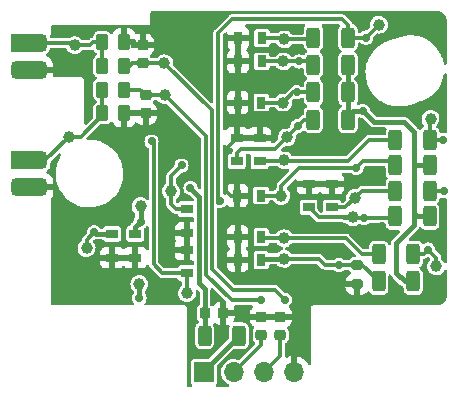
<source format=gtl>
G04 #@! TF.GenerationSoftware,KiCad,Pcbnew,(6.0.5)*
G04 #@! TF.CreationDate,2022-06-06T21:17:38+08:00*
G04 #@! TF.ProjectId,SX7H02060050-1,53583748-3032-4303-9630-3035302d312e,rev?*
G04 #@! TF.SameCoordinates,PX8af34a0PY598cce0*
G04 #@! TF.FileFunction,Copper,L1,Top*
G04 #@! TF.FilePolarity,Positive*
%FSLAX46Y46*%
G04 Gerber Fmt 4.6, Leading zero omitted, Abs format (unit mm)*
G04 Created by KiCad (PCBNEW (6.0.5)) date 2022-06-06 21:17:38*
%MOMM*%
%LPD*%
G01*
G04 APERTURE LIST*
G04 Aperture macros list*
%AMRoundRect*
0 Rectangle with rounded corners*
0 $1 Rounding radius*
0 $2 $3 $4 $5 $6 $7 $8 $9 X,Y pos of 4 corners*
0 Add a 4 corners polygon primitive as box body*
4,1,4,$2,$3,$4,$5,$6,$7,$8,$9,$2,$3,0*
0 Add four circle primitives for the rounded corners*
1,1,$1+$1,$2,$3*
1,1,$1+$1,$4,$5*
1,1,$1+$1,$6,$7*
1,1,$1+$1,$8,$9*
0 Add four rect primitives between the rounded corners*
20,1,$1+$1,$2,$3,$4,$5,0*
20,1,$1+$1,$4,$5,$6,$7,0*
20,1,$1+$1,$6,$7,$8,$9,0*
20,1,$1+$1,$8,$9,$2,$3,0*%
G04 Aperture macros list end*
G04 #@! TA.AperFunction,SMDPad,CuDef*
%ADD10R,1.000000X0.800000*%
G04 #@! TD*
G04 #@! TA.AperFunction,SMDPad,CuDef*
%ADD11RoundRect,0.250000X-0.262500X-0.450000X0.262500X-0.450000X0.262500X0.450000X-0.262500X0.450000X0*%
G04 #@! TD*
G04 #@! TA.AperFunction,SMDPad,CuDef*
%ADD12RoundRect,0.250000X0.312500X0.625000X-0.312500X0.625000X-0.312500X-0.625000X0.312500X-0.625000X0*%
G04 #@! TD*
G04 #@! TA.AperFunction,SMDPad,CuDef*
%ADD13C,1.000000*%
G04 #@! TD*
G04 #@! TA.AperFunction,SMDPad,CuDef*
%ADD14RoundRect,0.225000X0.250000X-0.225000X0.250000X0.225000X-0.250000X0.225000X-0.250000X-0.225000X0*%
G04 #@! TD*
G04 #@! TA.AperFunction,SMDPad,CuDef*
%ADD15RoundRect,0.225000X-0.250000X0.225000X-0.250000X-0.225000X0.250000X-0.225000X0.250000X0.225000X0*%
G04 #@! TD*
G04 #@! TA.AperFunction,ComponentPad*
%ADD16R,2.000000X1.500000*%
G04 #@! TD*
G04 #@! TA.AperFunction,ComponentPad*
%ADD17RoundRect,0.375000X-0.625000X-0.375000X0.625000X-0.375000X0.625000X0.375000X-0.625000X0.375000X0*%
G04 #@! TD*
G04 #@! TA.AperFunction,SMDPad,CuDef*
%ADD18R,0.800000X1.000000*%
G04 #@! TD*
G04 #@! TA.AperFunction,SMDPad,CuDef*
%ADD19RoundRect,0.200000X-0.275000X0.200000X-0.275000X-0.200000X0.275000X-0.200000X0.275000X0.200000X0*%
G04 #@! TD*
G04 #@! TA.AperFunction,SMDPad,CuDef*
%ADD20RoundRect,0.250000X0.262500X0.450000X-0.262500X0.450000X-0.262500X-0.450000X0.262500X-0.450000X0*%
G04 #@! TD*
G04 #@! TA.AperFunction,ComponentPad*
%ADD21R,1.700000X1.700000*%
G04 #@! TD*
G04 #@! TA.AperFunction,ComponentPad*
%ADD22O,1.700000X1.700000*%
G04 #@! TD*
G04 #@! TA.AperFunction,SMDPad,CuDef*
%ADD23RoundRect,0.225000X0.225000X0.250000X-0.225000X0.250000X-0.225000X-0.250000X0.225000X-0.250000X0*%
G04 #@! TD*
G04 #@! TA.AperFunction,ViaPad*
%ADD24C,0.700000*%
G04 #@! TD*
G04 #@! TA.AperFunction,Conductor*
%ADD25C,0.400000*%
G04 #@! TD*
G04 #@! TA.AperFunction,Conductor*
%ADD26C,0.300000*%
G04 #@! TD*
G04 APERTURE END LIST*
D10*
G04 #@! TO.P,D207,1,K*
G04 #@! TO.N,GND*
X-4075000Y11175000D03*
G04 #@! TO.P,D207,2,A*
G04 #@! TO.N,Net-(D207-Pad2)*
X-4075000Y13175000D03*
G04 #@! TD*
D11*
G04 #@! TO.P,R202,1*
G04 #@! TO.N,Net-(R202-Pad1)*
X-6862500Y27400000D03*
G04 #@! TO.P,R202,2*
G04 #@! TO.N,/RELEASE_SW2_AI*
X-5037500Y27400000D03*
G04 #@! TD*
D12*
G04 #@! TO.P,R211,1*
G04 #@! TO.N,/D_LED_OH*
X19465500Y11477000D03*
G04 #@! TO.P,R211,2*
G04 #@! TO.N,Net-(D205-Pad2)*
X16540500Y11477000D03*
G04 #@! TD*
G04 #@! TO.P,R221,1*
G04 #@! TO.N,VCC*
X13937500Y22850000D03*
G04 #@! TO.P,R221,2*
G04 #@! TO.N,Net-(D214-Pad2)*
X11012500Y22850000D03*
G04 #@! TD*
D11*
G04 #@! TO.P,R203,1*
G04 #@! TO.N,Net-(R201-Pad1)*
X-6862500Y23400000D03*
G04 #@! TO.P,R203,2*
G04 #@! TO.N,GND*
X-5037500Y23400000D03*
G04 #@! TD*
D12*
G04 #@! TO.P,R206,1*
G04 #@! TO.N,VCC*
X13937500Y25166668D03*
G04 #@! TO.P,R206,2*
G04 #@! TO.N,Net-(D201-Pad2)*
X11012500Y25166668D03*
G04 #@! TD*
D13*
G04 #@! TO.P,TP212,1,1*
G04 #@! TO.N,Net-(D204-Pad2)*
X-1050000Y16775000D03*
G04 #@! TD*
G04 #@! TO.P,TP201,1,1*
G04 #@! TO.N,/RELEASE_SW1_AI*
X-1575000Y24925000D03*
G04 #@! TD*
D12*
G04 #@! TO.P,R222,1*
G04 #@! TO.N,/P_LED_OH*
X20862500Y16811000D03*
G04 #@! TO.P,R222,2*
G04 #@! TO.N,Net-(D209-Pad2)*
X17937500Y16811000D03*
G04 #@! TD*
D14*
G04 #@! TO.P,C204,1*
G04 #@! TO.N,/P_SW2_AI*
X8200000Y4625000D03*
G04 #@! TO.P,C204,2*
G04 #@! TO.N,GND*
X8200000Y6175000D03*
G04 #@! TD*
D13*
G04 #@! TO.P,TP221,1,1*
G04 #@! TO.N,Net-(D210-Pad2)*
X14325000Y14575000D03*
G04 #@! TD*
D10*
G04 #@! TO.P,D213,1,K*
G04 #@! TO.N,GND*
X6450000Y21325000D03*
G04 #@! TO.P,D213,2,A*
G04 #@! TO.N,Net-(D213-Pad2)*
X6450000Y19325000D03*
G04 #@! TD*
D15*
G04 #@! TO.P,C202,1*
G04 #@! TO.N,/RELEASE_SW1_AI*
X-3200000Y24925000D03*
G04 #@! TO.P,C202,2*
G04 #@! TO.N,GND*
X-3200000Y23375000D03*
G04 #@! TD*
D13*
G04 #@! TO.P,TP208,1,1*
G04 #@! TO.N,/M_LED_OH*
X-3725000Y8925000D03*
G04 #@! TD*
G04 #@! TO.P,TP225,1,1*
G04 #@! TO.N,Net-(D214-Pad2)*
X8750000Y21350000D03*
G04 #@! TD*
G04 #@! TO.P,TP215,1,1*
G04 #@! TO.N,Net-(D207-Pad2)*
X-3625000Y15525000D03*
G04 #@! TD*
D10*
G04 #@! TO.P,D209,1,K*
G04 #@! TO.N,GND*
X12575000Y17425000D03*
G04 #@! TO.P,D209,2,A*
G04 #@! TO.N,Net-(D209-Pad2)*
X12575000Y15425000D03*
G04 #@! TD*
G04 #@! TO.P,D214,1,K*
G04 #@! TO.N,GND*
X4525000Y21325000D03*
G04 #@! TO.P,D214,2,A*
G04 #@! TO.N,Net-(D214-Pad2)*
X4525000Y19325000D03*
G04 #@! TD*
D16*
G04 #@! TO.P,SW202,1*
G04 #@! TO.N,Net-(R202-Pad1)*
X-13600000Y29350000D03*
D17*
X-12550000Y29350000D03*
G04 #@! TO.P,SW202,2*
G04 #@! TO.N,GND*
X-12550000Y27050000D03*
X-13600000Y27050000D03*
G04 #@! TD*
D12*
G04 #@! TO.P,R205,1*
G04 #@! TO.N,VCC*
X19462500Y9150000D03*
G04 #@! TO.P,R205,2*
G04 #@! TO.N,Net-(D206-Pad2)*
X16537500Y9150000D03*
G04 #@! TD*
D13*
G04 #@! TO.P,TP211,1,1*
G04 #@! TO.N,Net-(D203-Pad2)*
X300000Y8150000D03*
G04 #@! TD*
G04 #@! TO.P,TP222,1,1*
G04 #@! TO.N,Net-(D211-Pad2)*
X8550000Y29650000D03*
G04 #@! TD*
D17*
G04 #@! TO.P,SW201,1*
G04 #@! TO.N,Net-(R201-Pad1)*
X-12525000Y19425000D03*
D16*
X-13575000Y19425000D03*
D17*
G04 #@! TO.P,SW201,2*
G04 #@! TO.N,GND*
X-12525000Y17125000D03*
X-13575000Y17125000D03*
G04 #@! TD*
D18*
G04 #@! TO.P,D201,1,K*
G04 #@! TO.N,GND*
X4600000Y24300000D03*
G04 #@! TO.P,D201,2,A*
G04 #@! TO.N,Net-(D201-Pad2)*
X6600000Y24300000D03*
G04 #@! TD*
D10*
G04 #@! TO.P,D208,1,K*
G04 #@! TO.N,GND*
X-6025000Y11175000D03*
G04 #@! TO.P,D208,2,A*
G04 #@! TO.N,Net-(D208-Pad2)*
X-6025000Y13175000D03*
G04 #@! TD*
D13*
G04 #@! TO.P,TP205,1,1*
G04 #@! TO.N,Net-(R202-Pad1)*
X-9200000Y29150000D03*
G04 #@! TD*
D10*
G04 #@! TO.P,D204,1,K*
G04 #@! TO.N,GND*
X300000Y13275000D03*
G04 #@! TO.P,D204,2,A*
G04 #@! TO.N,Net-(D204-Pad2)*
X300000Y15275000D03*
G04 #@! TD*
D13*
G04 #@! TO.P,TP207,1,1*
G04 #@! TO.N,/D_LED_OH*
X21375000Y10425000D03*
G04 #@! TD*
G04 #@! TO.P,TP219,1,1*
G04 #@! TO.N,/N_LED_OH*
X20924000Y22907000D03*
G04 #@! TD*
G04 #@! TO.P,TP214,1,1*
G04 #@! TO.N,Net-(D206-Pad2)*
X8525000Y11075000D03*
G04 #@! TD*
D10*
G04 #@! TO.P,D210,1,K*
G04 #@! TO.N,GND*
X10600000Y17425000D03*
G04 #@! TO.P,D210,2,A*
G04 #@! TO.N,Net-(D210-Pad2)*
X10600000Y15425000D03*
G04 #@! TD*
D13*
G04 #@! TO.P,TP224,1,1*
G04 #@! TO.N,Net-(D212-Pad2)*
X8475000Y27775000D03*
G04 #@! TD*
D12*
G04 #@! TO.P,R207,1*
G04 #@! TO.N,VCC*
X20862500Y18970000D03*
G04 #@! TO.P,R207,2*
G04 #@! TO.N,Net-(D202-Pad2)*
X17937500Y18970000D03*
G04 #@! TD*
D19*
G04 #@! TO.P,R217,1*
G04 #@! TO.N,Net-(D206-Pad2)*
X14700000Y10550000D03*
G04 #@! TO.P,R217,2*
G04 #@! TO.N,GND*
X14700000Y8900000D03*
G04 #@! TD*
D13*
G04 #@! TO.P,TP216,1,1*
G04 #@! TO.N,Net-(D208-Pad2)*
X-8200000Y11975000D03*
G04 #@! TD*
G04 #@! TO.P,TP213,1,1*
G04 #@! TO.N,Net-(D205-Pad2)*
X8525000Y12800000D03*
G04 #@! TD*
D12*
G04 #@! TO.P,R224,1*
G04 #@! TO.N,/N_LED_OH*
X20862500Y21129000D03*
G04 #@! TO.P,R224,2*
G04 #@! TO.N,Net-(D213-Pad2)*
X17937500Y21129000D03*
G04 #@! TD*
D13*
G04 #@! TO.P,TP204,1,1*
G04 #@! TO.N,Net-(R201-Pad1)*
X-9700000Y21400000D03*
G04 #@! TD*
D18*
G04 #@! TO.P,D212,1,K*
G04 #@! TO.N,GND*
X4625000Y27775000D03*
G04 #@! TO.P,D212,2,A*
G04 #@! TO.N,Net-(D212-Pad2)*
X6625000Y27775000D03*
G04 #@! TD*
D20*
G04 #@! TO.P,R204,1*
G04 #@! TO.N,GND*
X-5037500Y29400000D03*
G04 #@! TO.P,R204,2*
G04 #@! TO.N,Net-(R202-Pad1)*
X-6862500Y29400000D03*
G04 #@! TD*
D13*
G04 #@! TO.P,TP209,1,1*
G04 #@! TO.N,Net-(D201-Pad2)*
X8450000Y24300000D03*
G04 #@! TD*
D18*
G04 #@! TO.P,D206,1,K*
G04 #@! TO.N,GND*
X4600000Y10950000D03*
G04 #@! TO.P,D206,2,A*
G04 #@! TO.N,Net-(D206-Pad2)*
X6600000Y10950000D03*
G04 #@! TD*
D21*
G04 #@! TO.P,J201,1,Pin_1*
G04 #@! TO.N,Net-(J201-Pad1)*
X1750000Y1475000D03*
D22*
G04 #@! TO.P,J201,2,Pin_2*
G04 #@! TO.N,/P_SW1_AI*
X4290000Y1475000D03*
G04 #@! TO.P,J201,3,Pin_3*
G04 #@! TO.N,/P_SW2_AI*
X6830000Y1475000D03*
G04 #@! TO.P,J201,4,Pin_4*
G04 #@! TO.N,GND*
X9370000Y1475000D03*
G04 #@! TD*
D13*
G04 #@! TO.P,TP210,1,1*
G04 #@! TO.N,Net-(D202-Pad2)*
X8300000Y16400000D03*
G04 #@! TD*
G04 #@! TO.P,TP220,1,1*
G04 #@! TO.N,Net-(D209-Pad2)*
X14500000Y16200000D03*
G04 #@! TD*
D12*
G04 #@! TO.P,R223,1*
G04 #@! TO.N,/R_LED_OH*
X13937500Y29800000D03*
G04 #@! TO.P,R223,2*
G04 #@! TO.N,Net-(D211-Pad2)*
X11012500Y29800000D03*
G04 #@! TD*
D18*
G04 #@! TO.P,D202,1,K*
G04 #@! TO.N,GND*
X4575000Y16425000D03*
G04 #@! TO.P,D202,2,A*
G04 #@! TO.N,Net-(D202-Pad2)*
X6575000Y16425000D03*
G04 #@! TD*
D23*
G04 #@! TO.P,C201,1*
G04 #@! TO.N,GND*
X3375000Y6450000D03*
G04 #@! TO.P,C201,2*
G04 #@! TO.N,VCC*
X1825000Y6450000D03*
G04 #@! TD*
D12*
G04 #@! TO.P,R219,1*
G04 #@! TO.N,VCC*
X20862500Y14652000D03*
G04 #@! TO.P,R219,2*
G04 #@! TO.N,Net-(D210-Pad2)*
X17937500Y14652000D03*
G04 #@! TD*
D13*
G04 #@! TO.P,TP202,1,1*
G04 #@! TO.N,/RELEASE_SW2_AI*
X-1600000Y27625000D03*
G04 #@! TD*
G04 #@! TO.P,TP218,1,1*
G04 #@! TO.N,/R_LED_OH*
X16550000Y30900000D03*
G04 #@! TD*
D10*
G04 #@! TO.P,D203,1,K*
G04 #@! TO.N,GND*
X275000Y11850000D03*
G04 #@! TO.P,D203,2,A*
G04 #@! TO.N,Net-(D203-Pad2)*
X275000Y9850000D03*
G04 #@! TD*
D12*
G04 #@! TO.P,R228,1*
G04 #@! TO.N,Net-(J201-Pad1)*
X4712500Y4550000D03*
G04 #@! TO.P,R228,2*
G04 #@! TO.N,VCC*
X1787500Y4550000D03*
G04 #@! TD*
D13*
G04 #@! TO.P,TP223,1,1*
G04 #@! TO.N,Net-(D213-Pad2)*
X8550000Y19400000D03*
G04 #@! TD*
D12*
G04 #@! TO.P,R220,1*
G04 #@! TO.N,VCC*
X13937500Y27483334D03*
G04 #@! TO.P,R220,2*
G04 #@! TO.N,Net-(D212-Pad2)*
X11012500Y27483334D03*
G04 #@! TD*
D15*
G04 #@! TO.P,C203,1*
G04 #@! TO.N,GND*
X-3450000Y29175000D03*
G04 #@! TO.P,C203,2*
G04 #@! TO.N,/RELEASE_SW2_AI*
X-3450000Y27625000D03*
G04 #@! TD*
D18*
G04 #@! TO.P,D211,1,K*
G04 #@! TO.N,GND*
X4650000Y29750000D03*
G04 #@! TO.P,D211,2,A*
G04 #@! TO.N,Net-(D211-Pad2)*
X6650000Y29750000D03*
G04 #@! TD*
D11*
G04 #@! TO.P,R201,1*
G04 #@! TO.N,Net-(R201-Pad1)*
X-6862500Y25400000D03*
G04 #@! TO.P,R201,2*
G04 #@! TO.N,/RELEASE_SW1_AI*
X-5037500Y25400000D03*
G04 #@! TD*
D14*
G04 #@! TO.P,C205,1*
G04 #@! TO.N,/P_SW1_AI*
X6600000Y4625000D03*
G04 #@! TO.P,C205,2*
G04 #@! TO.N,GND*
X6600000Y6175000D03*
G04 #@! TD*
D18*
G04 #@! TO.P,D205,1,K*
G04 #@! TO.N,GND*
X4600000Y12925000D03*
G04 #@! TO.P,D205,2,A*
G04 #@! TO.N,Net-(D205-Pad2)*
X6600000Y12925000D03*
G04 #@! TD*
D24*
G04 #@! TO.N,VCC*
X600000Y17050000D03*
X15175000Y23600000D03*
G04 #@! TO.N,GND*
X12625000Y11825000D03*
X21550000Y13125000D03*
X14100000Y17725000D03*
X-10350000Y30325000D03*
X8775000Y26300000D03*
X9750000Y5675000D03*
X-1324500Y11287721D03*
X21475000Y24325000D03*
X-10325000Y10300000D03*
X-10150000Y27150000D03*
X2700000Y31400000D03*
X4525000Y26050000D03*
X400000Y31400000D03*
X16352000Y17954000D03*
X-1825000Y31450000D03*
X7900000Y22600000D03*
X21300000Y8075000D03*
X5525000Y22725000D03*
X12700000Y7800000D03*
X15750000Y7650000D03*
X10383000Y20621000D03*
X12325000Y13675000D03*
X-10175000Y15225000D03*
X18700000Y31225000D03*
X1725000Y26750000D03*
X14193000Y21129000D03*
X18575000Y7675000D03*
X-10275000Y12675000D03*
X-1350000Y29275000D03*
X-10400000Y7750000D03*
X4850000Y6350000D03*
X-1150000Y7625000D03*
X21350000Y31175000D03*
X-8725000Y27125000D03*
X-7750000Y7725000D03*
G04 #@! TO.N,/RELEASE_SW1_AI*
X6600000Y7550000D03*
G04 #@! TO.N,/RELEASE_SW2_AI*
X8600000Y7600000D03*
G04 #@! TO.N,/D_LED_OH*
X20725000Y11850000D03*
G04 #@! TO.N,/M_LED_OH*
X-3725000Y7750000D03*
G04 #@! TO.N,/P_LED_OH*
X22067000Y16811000D03*
G04 #@! TO.N,/R_LED_OH*
X3098521Y16000000D03*
X15450000Y29800000D03*
G04 #@! TO.N,/N_LED_OH*
X21940000Y21129000D03*
G04 #@! TO.N,Net-(D201-Pad2)*
X9591668Y25166668D03*
G04 #@! TO.N,Net-(D202-Pad2)*
X14650000Y18775989D03*
G04 #@! TO.N,Net-(D203-Pad2)*
X-2698000Y21002000D03*
G04 #@! TO.N,Net-(D204-Pad2)*
X-158000Y18970000D03*
G04 #@! TO.N,Net-(D206-Pad2)*
X13175000Y10550000D03*
G04 #@! TO.N,Net-(D207-Pad2)*
X-3625000Y14200000D03*
G04 #@! TO.N,Net-(D208-Pad2)*
X-7550000Y13300000D03*
G04 #@! TO.N,Net-(D210-Pad2)*
X15300000Y14550000D03*
G04 #@! TO.N,Net-(D212-Pad2)*
X9775000Y27775000D03*
G04 #@! TO.N,Net-(D214-Pad2)*
X9675000Y22300000D03*
G04 #@! TD*
D25*
G04 #@! TO.N,Net-(J201-Pad1)*
X4700000Y4550000D02*
X4712500Y4550000D01*
X1750000Y1600000D02*
X4700000Y4550000D01*
X1750000Y1475000D02*
X1750000Y1600000D01*
G04 #@! TO.N,VCC*
X13937500Y22850000D02*
X13937500Y23137500D01*
X1350000Y8978912D02*
X1350000Y16300000D01*
X18638000Y22653000D02*
X16122000Y22653000D01*
X18725000Y9150000D02*
X18025000Y9850000D01*
X19527000Y18970000D02*
X19527000Y21764000D01*
X20862500Y18970000D02*
X19527000Y18970000D01*
X19781000Y14652000D02*
X19527000Y14906000D01*
X16122000Y22653000D02*
X15175000Y23600000D01*
X14400000Y23600000D02*
X15175000Y23600000D01*
X19527000Y13890000D02*
X19527000Y14906000D01*
X1825000Y8503912D02*
X1350000Y8978912D01*
X1350000Y16300000D02*
X600000Y17050000D01*
X19527000Y21764000D02*
X18638000Y22653000D01*
X13937500Y23137500D02*
X14400000Y23600000D01*
X19462500Y9150000D02*
X18725000Y9150000D01*
X18025000Y9850000D02*
X18025000Y12388000D01*
X1825000Y5037500D02*
X1825000Y8503912D01*
X18025000Y12388000D02*
X19527000Y13890000D01*
X13937500Y22850000D02*
X13937500Y27483334D01*
X19527000Y14906000D02*
X19527000Y18970000D01*
X20862500Y14652000D02*
X19781000Y14652000D01*
D26*
G04 #@! TO.N,GND*
X4525000Y21325000D02*
X3600000Y20400000D01*
D25*
X6600000Y6175000D02*
X8200000Y6175000D01*
D26*
X3600000Y16850000D02*
X4025000Y16425000D01*
X4550000Y21325000D02*
X4525000Y21325000D01*
X4025000Y16425000D02*
X4575000Y16425000D01*
X3600000Y20400000D02*
X3600000Y16850000D01*
G04 #@! TO.N,/RELEASE_SW1_AI*
X-1575000Y24925000D02*
X1899511Y21450489D01*
X1899511Y9725489D02*
X4075000Y7550000D01*
X-3200000Y24925000D02*
X-1575000Y24925000D01*
X-3675000Y25400000D02*
X-3200000Y24925000D01*
X1899511Y21450489D02*
X1899511Y9725489D01*
X4075000Y7550000D02*
X6600000Y7550000D01*
X-5037500Y25400000D02*
X-3675000Y25400000D01*
G04 #@! TO.N,/RELEASE_SW2_AI*
X7750000Y8450000D02*
X8600000Y7600000D01*
X2399021Y15865479D02*
X2399022Y10225978D01*
X2399022Y10225978D02*
X4175000Y8450000D01*
X-4550000Y27400000D02*
X-4325000Y27625000D01*
X-5037500Y27400000D02*
X-4550000Y27400000D01*
X2399024Y16734513D02*
X2399022Y16499650D01*
X-3450000Y27625000D02*
X-1600000Y27625000D01*
X-1600000Y27625000D02*
X2399024Y23625976D01*
X2399022Y16499650D02*
X2399021Y15865479D01*
X-4325000Y27625000D02*
X-3450000Y27625000D01*
X2399024Y23625976D02*
X2399024Y16734513D01*
X4175000Y8450000D02*
X7750000Y8450000D01*
G04 #@! TO.N,/P_SW2_AI*
X8200000Y4625000D02*
X8200000Y2845000D01*
X8200000Y2845000D02*
X6830000Y1475000D01*
G04 #@! TO.N,/P_SW1_AI*
X6600000Y4625000D02*
X6600000Y3785000D01*
X6600000Y3785000D02*
X4290000Y1475000D01*
G04 #@! TO.N,/D_LED_OH*
X20352000Y11477000D02*
X20725000Y11850000D01*
X21425000Y10475000D02*
X21375000Y10425000D01*
X20725000Y11850000D02*
X21425000Y11150000D01*
X19509500Y11477000D02*
X20352000Y11477000D01*
X21425000Y11150000D02*
X21425000Y10475000D01*
D25*
G04 #@! TO.N,/M_LED_OH*
X-3725000Y7750000D02*
X-3725000Y8925000D01*
D26*
G04 #@! TO.N,/P_LED_OH*
X22067000Y16811000D02*
X20862500Y16811000D01*
G04 #@! TO.N,/R_LED_OH*
X13425000Y31350000D02*
X13937500Y30837500D01*
X13937500Y29800000D02*
X15100000Y29800000D01*
X4100000Y31350000D02*
X13425000Y31350000D01*
X2950000Y30200000D02*
X4100000Y31350000D01*
X16550000Y30900000D02*
X15450000Y29800000D01*
X15450000Y29800000D02*
X15100000Y29800000D01*
X13937500Y30837500D02*
X13937500Y29800000D01*
X2950000Y15775000D02*
X2950000Y30200000D01*
G04 #@! TO.N,/N_LED_OH*
X20862500Y21129000D02*
X20862500Y22845500D01*
X21940000Y21129000D02*
X20862500Y21129000D01*
X20862500Y22845500D02*
X20924000Y22907000D01*
G04 #@! TO.N,Net-(D201-Pad2)*
X9591668Y25166668D02*
X11012500Y25166668D01*
X9316668Y25166668D02*
X9591668Y25166668D01*
X6600000Y24300000D02*
X8450000Y24300000D01*
X8450000Y24300000D02*
X9316668Y25166668D01*
G04 #@! TO.N,Net-(D202-Pad2)*
X6575000Y16425000D02*
X8275000Y16425000D01*
X14650000Y18775989D02*
X15199011Y19325000D01*
X15199011Y19325000D02*
X17582500Y19325000D01*
X8300000Y16400000D02*
X8300000Y17275000D01*
X8275000Y16425000D02*
X8300000Y16400000D01*
X8300000Y17275000D02*
X9800989Y18775989D01*
X17582500Y19325000D02*
X17937500Y18970000D01*
X9800989Y18775989D02*
X14650000Y18775989D01*
G04 #@! TO.N,Net-(D203-Pad2)*
X275000Y9850000D02*
X275000Y8175000D01*
X275000Y9850000D02*
X-1775000Y9850000D01*
X-2525000Y10600000D02*
X-2525000Y20829000D01*
X-1775000Y9850000D02*
X-2525000Y10600000D01*
X-2525000Y20829000D02*
X-2825000Y21129000D01*
X275000Y8175000D02*
X300000Y8150000D01*
G04 #@! TO.N,Net-(D204-Pad2)*
X-1050000Y15725000D02*
X-600000Y15275000D01*
X-1050000Y16775000D02*
X-1050000Y15725000D01*
X-1050000Y16775000D02*
X-1050000Y18078000D01*
X-600000Y15275000D02*
X300000Y15275000D01*
X-1050000Y18078000D02*
X-158000Y18970000D01*
G04 #@! TO.N,Net-(D205-Pad2)*
X8525000Y12800000D02*
X13775000Y12800000D01*
X6600000Y12800000D02*
X8525000Y12800000D01*
X15098000Y11477000D02*
X16540500Y11477000D01*
X13775000Y12800000D02*
X15098000Y11477000D01*
G04 #@! TO.N,Net-(D206-Pad2)*
X11475000Y11075000D02*
X12000000Y10550000D01*
X8525000Y11075000D02*
X11475000Y11075000D01*
D25*
X6600000Y11075000D02*
X8525000Y11075000D01*
D26*
X13175000Y10550000D02*
X14700000Y10550000D01*
X15137500Y10550000D02*
X16537500Y9150000D01*
X12000000Y10550000D02*
X13175000Y10550000D01*
X14700000Y10550000D02*
X15137500Y10550000D01*
D25*
G04 #@! TO.N,Net-(D207-Pad2)*
X-4075000Y13175000D02*
X-4075000Y13750000D01*
X-4075000Y13750000D02*
X-3625000Y14200000D01*
X-3625000Y14200000D02*
X-3625000Y15525000D01*
G04 #@! TO.N,Net-(D208-Pad2)*
X-7425000Y13175000D02*
X-7550000Y13300000D01*
D26*
X-8200000Y11975000D02*
X-8200000Y12650000D01*
D25*
X-6025000Y13175000D02*
X-7425000Y13175000D01*
D26*
X-8200000Y12650000D02*
X-7550000Y13300000D01*
G04 #@! TO.N,Net-(D209-Pad2)*
X13725000Y15425000D02*
X15111000Y16811000D01*
X15111000Y16811000D02*
X17937500Y16811000D01*
X12575000Y15425000D02*
X13725000Y15425000D01*
G04 #@! TO.N,Net-(D210-Pad2)*
X16562500Y14541666D02*
X13604553Y14541666D01*
X11450000Y14575000D02*
X10600000Y15425000D01*
X15300000Y14550000D02*
X17835500Y14550000D01*
X17835500Y14550000D02*
X17937500Y14652000D01*
X14325000Y14575000D02*
X11450000Y14575000D01*
G04 #@! TO.N,Net-(D211-Pad2)*
X10862500Y29650000D02*
X11012500Y29800000D01*
X8550000Y29650000D02*
X10862500Y29650000D01*
X6650000Y29750000D02*
X8450000Y29750000D01*
X8450000Y29750000D02*
X8550000Y29650000D01*
G04 #@! TO.N,Net-(D212-Pad2)*
X8475000Y27775000D02*
X9775000Y27775000D01*
X9775000Y27775000D02*
X10720834Y27775000D01*
X10720834Y27775000D02*
X11012500Y27483334D01*
X6625000Y27775000D02*
X8475000Y27775000D01*
G04 #@! TO.N,Net-(D213-Pad2)*
X15706250Y21129000D02*
X17937500Y21129000D01*
X6400000Y19325000D02*
X8475000Y19325000D01*
X8550000Y19400000D02*
X8599000Y19351000D01*
X8475000Y19325000D02*
X8550000Y19400000D01*
X13928250Y19351000D02*
X15706250Y21129000D01*
X8599000Y19351000D02*
X13928250Y19351000D01*
G04 #@! TO.N,Net-(D214-Pad2)*
X7750000Y20375000D02*
X9675000Y22300000D01*
X4550000Y19325000D02*
X4550000Y20025000D01*
X9675000Y22300000D02*
X10225000Y22850000D01*
X4900000Y20375000D02*
X7750000Y20375000D01*
X4550000Y20025000D02*
X4900000Y20375000D01*
X10225000Y22850000D02*
X11012500Y22850000D01*
G04 #@! TO.N,Net-(R201-Pad1)*
X-6862500Y23400000D02*
X-6862500Y25400000D01*
X-11675000Y19425000D02*
X-9700000Y21400000D01*
X-12525000Y19425000D02*
X-11675000Y19425000D01*
X-6862500Y23237500D02*
X-6862500Y23400000D01*
X-9700000Y21400000D02*
X-8700000Y21400000D01*
X-8700000Y21400000D02*
X-6862500Y23237500D01*
G04 #@! TO.N,Net-(R202-Pad1)*
X-7900000Y29150000D02*
X-7650000Y29400000D01*
X-7650000Y29400000D02*
X-6862500Y29400000D01*
X-6862500Y29400000D02*
X-6862500Y27400000D01*
X-9400000Y29350000D02*
X-9200000Y29150000D01*
X-9200000Y29150000D02*
X-7900000Y29150000D01*
X-12550000Y29350000D02*
X-9400000Y29350000D01*
G04 #@! TD*
G04 #@! TA.AperFunction,Conductor*
G04 #@! TO.N,GND*
G36*
X-2214710Y24500498D02*
G01*
X-2183004Y24471380D01*
X-2180211Y24467754D01*
X-2176565Y24461733D01*
X-2171675Y24456669D01*
X-2171674Y24456668D01*
X-2139026Y24422860D01*
X-2058979Y24339969D01*
X-1917340Y24247283D01*
X-1758685Y24188280D01*
X-1751704Y24187349D01*
X-1751702Y24187348D01*
X-1597882Y24166824D01*
X-1597878Y24166824D01*
X-1590901Y24165893D01*
X-1583889Y24166531D01*
X-1583885Y24166531D01*
X-1463651Y24177473D01*
X-1393998Y24163727D01*
X-1363137Y24141087D01*
X1458106Y21319845D01*
X1492132Y21257533D01*
X1495011Y21230750D01*
X1495011Y17101939D01*
X1475009Y17033818D01*
X1421353Y16987325D01*
X1351079Y16977221D01*
X1286499Y17006715D01*
X1279916Y17012844D01*
X1234950Y17057810D01*
X1200924Y17120122D01*
X1199123Y17130459D01*
X1190018Y17199621D01*
X1190017Y17199624D01*
X1188940Y17207806D01*
X1185782Y17215430D01*
X1185781Y17215434D01*
X1131191Y17347227D01*
X1131190Y17347228D01*
X1128030Y17354858D01*
X1118920Y17366731D01*
X1036160Y17474584D01*
X1031134Y17481134D01*
X956360Y17538511D01*
X911411Y17573002D01*
X911409Y17573003D01*
X904858Y17578030D01*
X897227Y17581191D01*
X765434Y17635781D01*
X765430Y17635782D01*
X757806Y17638940D01*
X600000Y17659716D01*
X442194Y17638940D01*
X434570Y17635782D01*
X434566Y17635781D01*
X302773Y17581191D01*
X295142Y17578030D01*
X288591Y17573003D01*
X288589Y17573002D01*
X243640Y17538511D01*
X168866Y17481134D01*
X163840Y17474584D01*
X81081Y17366731D01*
X71970Y17354858D01*
X68810Y17347228D01*
X68809Y17347227D01*
X14219Y17215434D01*
X14218Y17215430D01*
X11060Y17207806D01*
X-9716Y17050000D01*
X11060Y16892194D01*
X14218Y16884570D01*
X14219Y16884566D01*
X66743Y16757761D01*
X71970Y16745142D01*
X76997Y16738591D01*
X76998Y16738589D01*
X122723Y16679000D01*
X168866Y16618866D01*
X175416Y16613840D01*
X287663Y16527709D01*
X295142Y16521970D01*
X302772Y16518810D01*
X302773Y16518809D01*
X434566Y16464219D01*
X434570Y16464218D01*
X442194Y16461060D01*
X450376Y16459983D01*
X450379Y16459982D01*
X500522Y16453381D01*
X519541Y16450877D01*
X584468Y16422155D01*
X592190Y16415050D01*
X858595Y16148645D01*
X892621Y16086333D01*
X895500Y16059550D01*
X895500Y16055500D01*
X875498Y15987379D01*
X821842Y15940886D01*
X769500Y15929500D01*
X-119825Y15929499D01*
X-225066Y15929499D01*
X-251200Y15924301D01*
X-287126Y15917156D01*
X-287128Y15917155D01*
X-299301Y15914734D01*
X-309621Y15907839D01*
X-309622Y15907838D01*
X-350793Y15880328D01*
X-383484Y15858484D01*
X-390377Y15848168D01*
X-399154Y15839391D01*
X-400258Y15840495D01*
X-443968Y15803966D01*
X-514412Y15795119D01*
X-583351Y15830401D01*
X-608595Y15855645D01*
X-642621Y15917957D01*
X-645500Y15944740D01*
X-645500Y16067244D01*
X-625498Y16135365D01*
X-596122Y16167129D01*
X-590944Y16170216D01*
X-468362Y16286948D01*
X-464461Y16292819D01*
X-378590Y16422065D01*
X-378589Y16422067D01*
X-374689Y16427937D01*
X-314580Y16586176D01*
X-301130Y16681876D01*
X-291573Y16749877D01*
X-291573Y16749882D01*
X-291022Y16753800D01*
X-290726Y16775000D01*
X-301494Y16871000D01*
X-308809Y16936220D01*
X-308810Y16936223D01*
X-309594Y16943216D01*
X-365262Y17103071D01*
X-454962Y17246621D01*
X-461296Y17253000D01*
X-513689Y17305760D01*
X-574236Y17366731D01*
X-587015Y17374841D01*
X-633813Y17428231D01*
X-645500Y17481226D01*
X-645500Y17858259D01*
X-625498Y17926380D01*
X-608596Y17947354D01*
X-231494Y18324457D01*
X-169181Y18358482D01*
X-157922Y18359693D01*
X-158000Y18360284D01*
X-194Y18381060D01*
X7430Y18384218D01*
X7434Y18384219D01*
X139227Y18438809D01*
X139228Y18438810D01*
X146858Y18441970D01*
X180367Y18467682D01*
X266584Y18533840D01*
X273134Y18538866D01*
X325420Y18607006D01*
X365002Y18658589D01*
X365003Y18658591D01*
X370030Y18665142D01*
X373191Y18672773D01*
X427781Y18804566D01*
X427782Y18804570D01*
X430940Y18812194D01*
X451716Y18970000D01*
X430940Y19127806D01*
X427782Y19135430D01*
X427781Y19135434D01*
X373191Y19267227D01*
X373190Y19267228D01*
X370030Y19274858D01*
X355070Y19294355D01*
X278160Y19394584D01*
X273134Y19401134D01*
X242683Y19424500D01*
X153411Y19493002D01*
X153409Y19493003D01*
X146858Y19498030D01*
X139227Y19501191D01*
X7434Y19555781D01*
X7430Y19555782D01*
X-194Y19558940D01*
X-158000Y19579716D01*
X-315806Y19558940D01*
X-323430Y19555782D01*
X-323434Y19555781D01*
X-455227Y19501191D01*
X-462858Y19498030D01*
X-469409Y19493003D01*
X-469411Y19493002D01*
X-558683Y19424500D01*
X-589134Y19401134D01*
X-594160Y19394584D01*
X-671069Y19294355D01*
X-686030Y19274858D01*
X-689190Y19267228D01*
X-689191Y19267227D01*
X-743781Y19135434D01*
X-743782Y19135430D01*
X-746940Y19127806D01*
X-767716Y18970000D01*
X-771089Y18970444D01*
X-786640Y18917481D01*
X-803543Y18896506D01*
X-1081867Y18618183D01*
X-1358535Y18341515D01*
X-1358548Y18341501D01*
X-1381326Y18318723D01*
X-1387904Y18305813D01*
X-1391454Y18298846D01*
X-1401784Y18281989D01*
X-1414905Y18263929D01*
X-1417970Y18254496D01*
X-1421801Y18242705D01*
X-1429366Y18224439D01*
X-1439498Y18204555D01*
X-1441049Y18194762D01*
X-1442989Y18182513D01*
X-1447605Y18163287D01*
X-1454500Y18142066D01*
X-1454500Y17482465D01*
X-1474502Y17414344D01*
X-1506884Y17382594D01*
X-1505906Y17381342D01*
X-1511450Y17377011D01*
X-1517456Y17373316D01*
X-1522491Y17368385D01*
X-1522494Y17368383D01*
X-1619508Y17273379D01*
X-1638395Y17254883D01*
X-1642206Y17248969D01*
X-1642208Y17248967D01*
X-1686977Y17179499D01*
X-1730091Y17112600D01*
X-1732502Y17105975D01*
X-1785575Y16960160D01*
X-1785576Y16960155D01*
X-1787985Y16953537D01*
X-1809200Y16785601D01*
X-1792682Y16617138D01*
X-1739252Y16456521D01*
X-1725932Y16434527D01*
X-1657859Y16322126D01*
X-1651565Y16311733D01*
X-1646674Y16306668D01*
X-1646673Y16306667D01*
X-1623789Y16282970D01*
X-1533979Y16189969D01*
X-1511507Y16175263D01*
X-1465459Y16121228D01*
X-1454500Y16069832D01*
X-1454500Y15660934D01*
X-1451435Y15651502D01*
X-1451435Y15651500D01*
X-1447605Y15639713D01*
X-1442989Y15620487D01*
X-1439498Y15598445D01*
X-1430961Y15581691D01*
X-1429367Y15578562D01*
X-1421801Y15560296D01*
X-1414905Y15539071D01*
X-1409075Y15531047D01*
X-1401784Y15521011D01*
X-1391455Y15504156D01*
X-1381326Y15484277D01*
X-1358538Y15461489D01*
X-1358535Y15461485D01*
X-863515Y14966465D01*
X-863511Y14966462D01*
X-840723Y14943674D01*
X-829340Y14937874D01*
X-820846Y14933546D01*
X-803989Y14923216D01*
X-785929Y14910095D01*
X-776496Y14907030D01*
X-764705Y14903199D01*
X-746439Y14895634D01*
X-726555Y14885502D01*
X-716762Y14883951D01*
X-704513Y14882011D01*
X-685287Y14877395D01*
X-673500Y14873565D01*
X-673498Y14873565D01*
X-664066Y14870500D01*
X-560571Y14870500D01*
X-492450Y14850498D01*
X-444161Y14792716D01*
X-442156Y14787874D01*
X-439734Y14775699D01*
X-383484Y14691516D01*
X-299301Y14635266D01*
X-225067Y14620500D01*
X-119855Y14620500D01*
X769500Y14620501D01*
X837621Y14600499D01*
X884114Y14546843D01*
X895500Y14494501D01*
X895500Y14309000D01*
X875498Y14240879D01*
X821842Y14194386D01*
X769500Y14183000D01*
X572115Y14183000D01*
X556876Y14178525D01*
X555671Y14177135D01*
X554000Y14169452D01*
X554000Y12395053D01*
X533998Y12326932D01*
X531086Y12323043D01*
X529000Y12313452D01*
X529000Y10960116D01*
X533475Y10944877D01*
X534865Y10943672D01*
X542548Y10942001D01*
X769500Y10942001D01*
X837621Y10921999D01*
X884114Y10868343D01*
X895500Y10816001D01*
X895500Y10630500D01*
X875498Y10562379D01*
X821842Y10515886D01*
X769500Y10504500D01*
X-73244Y10504499D01*
X-250066Y10504499D01*
X-285818Y10497388D01*
X-312126Y10492156D01*
X-312128Y10492155D01*
X-324301Y10489734D01*
X-334621Y10482839D01*
X-334622Y10482838D01*
X-358911Y10466608D01*
X-408484Y10433484D01*
X-464734Y10349301D01*
X-467155Y10337127D01*
X-469163Y10332281D01*
X-513712Y10277001D01*
X-585572Y10254500D01*
X-1555260Y10254500D01*
X-1623381Y10274502D01*
X-1644355Y10291405D01*
X-2083595Y10730645D01*
X-2117621Y10792957D01*
X-2120500Y10819740D01*
X-2120500Y11405331D01*
X-732999Y11405331D01*
X-732629Y11398510D01*
X-727105Y11347648D01*
X-723479Y11332396D01*
X-678324Y11211946D01*
X-669786Y11196351D01*
X-593285Y11094276D01*
X-580724Y11081715D01*
X-478649Y11005214D01*
X-463054Y10996676D01*
X-342606Y10951522D01*
X-327351Y10947895D01*
X-276486Y10942369D01*
X-269672Y10942000D01*
X2885Y10942000D01*
X18124Y10946475D01*
X19329Y10947865D01*
X21000Y10955548D01*
X21000Y11577885D01*
X16525Y11593124D01*
X15135Y11594329D01*
X7452Y11596000D01*
X-714884Y11596000D01*
X-730123Y11591525D01*
X-731328Y11590135D01*
X-732999Y11582452D01*
X-732999Y11405331D01*
X-2120500Y11405331D01*
X-2120500Y12122115D01*
X-733000Y12122115D01*
X-728525Y12106876D01*
X-727135Y12105671D01*
X-719452Y12104000D01*
X2885Y12104000D01*
X18124Y12108475D01*
X19329Y12109865D01*
X21000Y12117548D01*
X21000Y12729947D01*
X41002Y12798068D01*
X43914Y12801957D01*
X46000Y12811548D01*
X46000Y13002885D01*
X41525Y13018124D01*
X40135Y13019329D01*
X32452Y13021000D01*
X-689884Y13021000D01*
X-705123Y13016525D01*
X-706328Y13015135D01*
X-707999Y13007452D01*
X-707999Y12830331D01*
X-707629Y12823510D01*
X-702105Y12772648D01*
X-698479Y12757396D01*
X-650172Y12628538D01*
X-653462Y12627304D01*
X-641890Y12574433D01*
X-666752Y12507697D01*
X-669789Y12503644D01*
X-678323Y12488058D01*
X-723478Y12367606D01*
X-727105Y12352351D01*
X-732631Y12301486D01*
X-733000Y12294672D01*
X-733000Y12122115D01*
X-2120500Y12122115D01*
X-2120500Y13547115D01*
X-708000Y13547115D01*
X-703525Y13531876D01*
X-702135Y13530671D01*
X-694452Y13529000D01*
X27885Y13529000D01*
X43124Y13533475D01*
X44329Y13534865D01*
X46000Y13542548D01*
X46000Y14164884D01*
X41525Y14180123D01*
X40135Y14181328D01*
X32452Y14182999D01*
X-244669Y14182999D01*
X-251490Y14182629D01*
X-302352Y14177105D01*
X-317604Y14173479D01*
X-438054Y14128324D01*
X-453649Y14119786D01*
X-555724Y14043285D01*
X-568285Y14030724D01*
X-644786Y13928649D01*
X-653324Y13913054D01*
X-698478Y13792606D01*
X-702105Y13777351D01*
X-707631Y13726486D01*
X-708000Y13719672D01*
X-708000Y13547115D01*
X-2120500Y13547115D01*
X-2120500Y20791512D01*
X-2113188Y20828273D01*
X-2114358Y20828587D01*
X-2112220Y20836566D01*
X-2109060Y20844194D01*
X-2088284Y21002000D01*
X-2109060Y21159806D01*
X-2112218Y21167430D01*
X-2112219Y21167434D01*
X-2166809Y21299227D01*
X-2166810Y21299228D01*
X-2169970Y21306858D01*
X-2183796Y21324877D01*
X-2261840Y21426584D01*
X-2266866Y21433134D01*
X-2328673Y21480561D01*
X-2386589Y21525002D01*
X-2386591Y21525003D01*
X-2393142Y21530030D01*
X-2405527Y21535160D01*
X-2532566Y21587781D01*
X-2532570Y21587782D01*
X-2540194Y21590940D01*
X-2698000Y21611716D01*
X-2855806Y21590940D01*
X-2863430Y21587782D01*
X-2863434Y21587781D01*
X-2990473Y21535160D01*
X-3002858Y21530030D01*
X-3009409Y21525003D01*
X-3009411Y21525002D01*
X-3067327Y21480561D01*
X-3129134Y21433134D01*
X-3134160Y21426584D01*
X-3212203Y21324877D01*
X-3226030Y21306858D01*
X-3229190Y21299228D01*
X-3229191Y21299227D01*
X-3283781Y21167434D01*
X-3283782Y21167430D01*
X-3286940Y21159806D01*
X-3307716Y21002000D01*
X-3286940Y20844194D01*
X-3283782Y20836570D01*
X-3283781Y20836566D01*
X-3230907Y20708917D01*
X-3226030Y20697142D01*
X-3221003Y20690591D01*
X-3221002Y20690589D01*
X-3162924Y20614902D01*
X-3129134Y20570866D01*
X-3122584Y20565840D01*
X-3009414Y20479000D01*
X-3009411Y20478998D01*
X-3002858Y20473970D01*
X-2995224Y20470808D01*
X-2992501Y20469236D01*
X-2943507Y20417853D01*
X-2929500Y20360116D01*
X-2929500Y16201155D01*
X-2949502Y16133034D01*
X-3003158Y16086541D01*
X-3073432Y16076437D01*
X-3138012Y16105931D01*
X-3143918Y16111448D01*
X-3144274Y16111734D01*
X-3149236Y16116731D01*
X-3292156Y16207431D01*
X-3322261Y16218151D01*
X-3444984Y16261851D01*
X-3444989Y16261852D01*
X-3451619Y16264213D01*
X-3458605Y16265046D01*
X-3458609Y16265047D01*
X-3588208Y16280500D01*
X-3619699Y16284255D01*
X-3626702Y16283519D01*
X-3626703Y16283519D01*
X-3781035Y16267299D01*
X-3781039Y16267298D01*
X-3788043Y16266562D01*
X-3794714Y16264291D01*
X-3941613Y16214283D01*
X-3941616Y16214282D01*
X-3948283Y16212012D01*
X-3954281Y16208322D01*
X-3954283Y16208321D01*
X-4086457Y16127007D01*
X-4086459Y16127005D01*
X-4092456Y16123316D01*
X-4140327Y16076437D01*
X-4197922Y16020035D01*
X-4213395Y16004883D01*
X-4217206Y15998969D01*
X-4217208Y15998967D01*
X-4261977Y15929499D01*
X-4305091Y15862600D01*
X-4320583Y15820037D01*
X-4360575Y15710160D01*
X-4360576Y15710155D01*
X-4362985Y15703537D01*
X-4384200Y15535601D01*
X-4367682Y15367138D01*
X-4314252Y15206521D01*
X-4310603Y15200496D01*
X-4238349Y15081191D01*
X-4226565Y15061733D01*
X-4221674Y15056668D01*
X-4221673Y15056667D01*
X-4114863Y14946062D01*
X-4081931Y14883165D01*
X-4079500Y14858535D01*
X-4079500Y14643455D01*
X-4099502Y14575334D01*
X-4105538Y14566750D01*
X-4153030Y14504858D01*
X-4156190Y14497229D01*
X-4210781Y14365434D01*
X-4210782Y14365430D01*
X-4213940Y14357806D01*
X-4215017Y14349624D01*
X-4215018Y14349621D01*
X-4224123Y14280459D01*
X-4252845Y14215532D01*
X-4259950Y14207810D01*
X-4372011Y14095749D01*
X-4383100Y14085894D01*
X-4410059Y14064641D01*
X-4422444Y14046721D01*
X-4443742Y14015906D01*
X-4446024Y14012713D01*
X-4481209Y13965076D01*
X-4483623Y13958203D01*
X-4487764Y13952211D01*
X-4490605Y13943229D01*
X-4490605Y13943228D01*
X-4499344Y13915595D01*
X-4538956Y13856675D01*
X-4600368Y13831016D01*
X-4600066Y13829499D01*
X-4662126Y13817156D01*
X-4662128Y13817155D01*
X-4674301Y13814734D01*
X-4684621Y13807839D01*
X-4684622Y13807838D01*
X-4710360Y13790640D01*
X-4758484Y13758484D01*
X-4765377Y13748168D01*
X-4805721Y13687789D01*
X-4814734Y13674301D01*
X-4829500Y13600067D01*
X-4829499Y12749934D01*
X-4825234Y12728490D01*
X-4817517Y12689693D01*
X-4814734Y12675699D01*
X-4807839Y12665380D01*
X-4807838Y12665378D01*
X-4800172Y12653906D01*
X-4758484Y12591516D01*
X-4674301Y12535266D01*
X-4600067Y12520500D01*
X-4075085Y12520500D01*
X-3549934Y12520501D01*
X-3514182Y12527612D01*
X-3487874Y12532844D01*
X-3487872Y12532845D01*
X-3475699Y12535266D01*
X-3465379Y12542161D01*
X-3465378Y12542162D01*
X-3401832Y12584623D01*
X-3391516Y12591516D01*
X-3335266Y12675699D01*
X-3320500Y12749933D01*
X-3320501Y13600066D01*
X-3320096Y13600066D01*
X-3307533Y13666299D01*
X-3272076Y13708853D01*
X-3193866Y13768866D01*
X-3155461Y13818916D01*
X-3098124Y13860782D01*
X-3027253Y13865004D01*
X-2965351Y13830240D01*
X-2932069Y13767527D01*
X-2929500Y13742211D01*
X-2929500Y11939055D01*
X-2949502Y11870934D01*
X-3003158Y11824441D01*
X-3073432Y11814337D01*
X-3138012Y11843831D01*
X-3156326Y11863490D01*
X-3206715Y11930724D01*
X-3219276Y11943285D01*
X-3321351Y12019786D01*
X-3336946Y12028324D01*
X-3457394Y12073478D01*
X-3472649Y12077105D01*
X-3523514Y12082631D01*
X-3530328Y12083000D01*
X-3802885Y12083000D01*
X-3818124Y12078525D01*
X-3819329Y12077135D01*
X-3821000Y12069452D01*
X-3821000Y10285116D01*
X-3816525Y10269877D01*
X-3815135Y10268672D01*
X-3807452Y10267001D01*
X-3530331Y10267001D01*
X-3523510Y10267371D01*
X-3472648Y10272895D01*
X-3457396Y10276521D01*
X-3336946Y10321676D01*
X-3321351Y10330214D01*
X-3219276Y10406715D01*
X-3206719Y10419272D01*
X-3135082Y10514858D01*
X-3078222Y10557373D01*
X-3007404Y10562399D01*
X-2945110Y10528339D01*
X-2915547Y10480066D01*
X-2914498Y10473445D01*
X-2909997Y10464612D01*
X-2909997Y10464611D01*
X-2904367Y10453562D01*
X-2896801Y10435296D01*
X-2889905Y10414071D01*
X-2884075Y10406047D01*
X-2876784Y10396011D01*
X-2866455Y10379156D01*
X-2856326Y10359277D01*
X-2833538Y10336489D01*
X-2833535Y10336485D01*
X-2038515Y9541465D01*
X-2038511Y9541462D01*
X-2015723Y9518674D01*
X-2002102Y9511734D01*
X-1995840Y9508543D01*
X-1978983Y9498213D01*
X-1960929Y9485096D01*
X-1951499Y9482032D01*
X-1951497Y9482031D01*
X-1939705Y9478199D01*
X-1921443Y9470635D01*
X-1910394Y9465005D01*
X-1910390Y9465004D01*
X-1901555Y9460502D01*
X-1891757Y9458950D01*
X-1891756Y9458950D01*
X-1885637Y9457981D01*
X-1879517Y9457012D01*
X-1860286Y9452395D01*
X-1839066Y9445500D01*
X-585571Y9445500D01*
X-517450Y9425498D01*
X-469161Y9367716D01*
X-467156Y9362874D01*
X-464734Y9350699D01*
X-408484Y9266516D01*
X-398168Y9259623D01*
X-343816Y9223306D01*
X-324301Y9210266D01*
X-276106Y9200679D01*
X-256136Y9196707D01*
X-256134Y9196707D01*
X-250067Y9195500D01*
X-243880Y9195500D01*
X-243149Y9195428D01*
X-177317Y9168845D01*
X-136308Y9110891D01*
X-129500Y9070035D01*
X-129500Y8838428D01*
X-149502Y8770307D01*
X-168548Y8749431D01*
X-167456Y8748316D01*
X-273643Y8644329D01*
X-288395Y8629883D01*
X-292206Y8623969D01*
X-292208Y8623967D01*
X-317625Y8584527D01*
X-380091Y8487600D01*
X-389506Y8461733D01*
X-435575Y8335160D01*
X-435576Y8335155D01*
X-437985Y8328537D01*
X-459200Y8160601D01*
X-442682Y7992138D01*
X-389252Y7831521D01*
X-385603Y7825496D01*
X-314327Y7707806D01*
X-301565Y7686733D01*
X-296674Y7681668D01*
X-296673Y7681667D01*
X-272938Y7657089D01*
X-183979Y7564969D01*
X-42340Y7472283D01*
X116315Y7413280D01*
X123296Y7412349D01*
X123298Y7412348D01*
X277118Y7391824D01*
X277122Y7391824D01*
X284099Y7390893D01*
X291110Y7391531D01*
X291114Y7391531D01*
X445652Y7405595D01*
X452673Y7406234D01*
X613659Y7458542D01*
X759056Y7545216D01*
X881638Y7661948D01*
X885539Y7667819D01*
X971410Y7797065D01*
X971411Y7797067D01*
X975311Y7802937D01*
X1035420Y7961176D01*
X1047582Y8047715D01*
X1058427Y8124877D01*
X1058427Y8124882D01*
X1058978Y8128800D01*
X1059274Y8150000D01*
X1040406Y8318216D01*
X1039926Y8319593D01*
X1044200Y8388245D01*
X1086219Y8445471D01*
X1152508Y8470896D01*
X1222018Y8456446D01*
X1251752Y8434400D01*
X1333595Y8352557D01*
X1367621Y8290245D01*
X1370500Y8263462D01*
X1370500Y7190294D01*
X1350498Y7122173D01*
X1320065Y7089468D01*
X1264636Y7047926D01*
X1264633Y7047923D01*
X1257456Y7042544D01*
X1252077Y7035367D01*
X1180465Y6939817D01*
X1180463Y6939814D01*
X1175083Y6932635D01*
X1171933Y6924231D01*
X1171932Y6924230D01*
X1142060Y6844543D01*
X1126870Y6804024D01*
X1126017Y6796174D01*
X1126017Y6796173D01*
X1124555Y6782718D01*
X1120500Y6745389D01*
X1120501Y6154612D01*
X1120870Y6151218D01*
X1120870Y6151212D01*
X1121209Y6148097D01*
X1126870Y6095976D01*
X1175083Y5967365D01*
X1180463Y5960186D01*
X1180465Y5960183D01*
X1246844Y5871615D01*
X1257456Y5857456D01*
X1264633Y5852077D01*
X1264636Y5852074D01*
X1273574Y5845375D01*
X1316087Y5788514D01*
X1321111Y5717696D01*
X1287049Y5655403D01*
X1242237Y5626570D01*
X1230236Y5622071D01*
X1223057Y5616691D01*
X1223054Y5616689D01*
X1216790Y5611994D01*
X1114596Y5535404D01*
X1109215Y5528224D01*
X1033311Y5426946D01*
X1033309Y5426943D01*
X1027929Y5419764D01*
X977202Y5284448D01*
X976349Y5276598D01*
X976349Y5276597D01*
X970869Y5226153D01*
X970500Y5222756D01*
X970500Y3877244D01*
X977202Y3815552D01*
X1027929Y3680236D01*
X1033309Y3673057D01*
X1033311Y3673054D01*
X1094774Y3591045D01*
X1114596Y3564596D01*
X1121776Y3559215D01*
X1223054Y3483311D01*
X1223057Y3483309D01*
X1230236Y3477929D01*
X1314210Y3446449D01*
X1358157Y3429974D01*
X1358159Y3429974D01*
X1365552Y3427202D01*
X1373402Y3426349D01*
X1373403Y3426349D01*
X1378098Y3425839D01*
X1427244Y3420500D01*
X2147756Y3420500D01*
X2196902Y3425839D01*
X2201597Y3426349D01*
X2201598Y3426349D01*
X2209448Y3427202D01*
X2216841Y3429974D01*
X2216843Y3429974D01*
X2260790Y3446449D01*
X2344764Y3477929D01*
X2351943Y3483309D01*
X2351946Y3483311D01*
X2453224Y3559215D01*
X2460404Y3564596D01*
X2480226Y3591045D01*
X2541689Y3673054D01*
X2541691Y3673057D01*
X2547071Y3680236D01*
X2597798Y3815552D01*
X2604500Y3877244D01*
X2604500Y5222756D01*
X2604131Y5226153D01*
X2598651Y5276597D01*
X2598651Y5276598D01*
X2597798Y5284448D01*
X2547071Y5419764D01*
X2541689Y5426945D01*
X2541688Y5426947D01*
X2540024Y5429167D01*
X2539060Y5431747D01*
X2537377Y5434821D01*
X2537821Y5435064D01*
X2515174Y5495672D01*
X2530225Y5565055D01*
X2580399Y5615287D01*
X2649764Y5630418D01*
X2706963Y5611994D01*
X2831875Y5534998D01*
X2845061Y5528849D01*
X2993814Y5479509D01*
X3007190Y5476642D01*
X3098097Y5467328D01*
X3103126Y5467071D01*
X3118124Y5471475D01*
X3119329Y5472865D01*
X3121000Y5480548D01*
X3121000Y7414885D01*
X3116525Y7430124D01*
X3115135Y7431329D01*
X3107452Y7433000D01*
X3104562Y7433000D01*
X3098047Y7432663D01*
X3005943Y7423106D01*
X2992544Y7420212D01*
X2843893Y7370619D01*
X2830714Y7364445D01*
X2697827Y7282212D01*
X2686426Y7273176D01*
X2576014Y7162571D01*
X2567002Y7151160D01*
X2538486Y7104898D01*
X2485714Y7057405D01*
X2415642Y7045981D01*
X2355662Y7070187D01*
X2329936Y7089467D01*
X2287420Y7146325D01*
X2279500Y7190294D01*
X2279500Y8469260D01*
X2299502Y8537381D01*
X2353158Y8583874D01*
X2423432Y8593978D01*
X2488012Y8564484D01*
X2494595Y8558355D01*
X3592095Y7460855D01*
X3626121Y7398543D01*
X3629000Y7371760D01*
X3629000Y6722115D01*
X3633475Y6706876D01*
X3634865Y6705671D01*
X3642548Y6704000D01*
X4314885Y6704000D01*
X4330124Y6708475D01*
X4331329Y6709865D01*
X4333000Y6717548D01*
X4333000Y6745438D01*
X4332663Y6751953D01*
X4323106Y6844057D01*
X4320212Y6857456D01*
X4279454Y6979624D01*
X4276870Y7050574D01*
X4313054Y7111658D01*
X4376518Y7143482D01*
X4398978Y7145500D01*
X5754634Y7145500D01*
X5822755Y7125498D01*
X5869248Y7071842D01*
X5879352Y7001568D01*
X5849858Y6936988D01*
X5843807Y6930482D01*
X5776014Y6862571D01*
X5767002Y6851160D01*
X5684996Y6718120D01*
X5678849Y6704939D01*
X5629509Y6556186D01*
X5626642Y6542810D01*
X5617328Y6451903D01*
X5617071Y6446874D01*
X5621475Y6431876D01*
X5622865Y6430671D01*
X5630548Y6429000D01*
X9164885Y6429000D01*
X9180124Y6433475D01*
X9181329Y6434865D01*
X9183000Y6442548D01*
X9183000Y6445438D01*
X9182663Y6451953D01*
X9173106Y6544057D01*
X9170212Y6557456D01*
X9120619Y6706107D01*
X9114445Y6719286D01*
X9032212Y6852173D01*
X9023176Y6863574D01*
X8955494Y6931138D01*
X8921415Y6993420D01*
X8926418Y7064240D01*
X8967807Y7120273D01*
X8988979Y7136519D01*
X9031134Y7168866D01*
X9062833Y7210177D01*
X9123002Y7288589D01*
X9123003Y7288591D01*
X9128030Y7295142D01*
X9156736Y7364445D01*
X9185781Y7434566D01*
X9185782Y7434570D01*
X9188940Y7442194D01*
X9209716Y7600000D01*
X9188940Y7757806D01*
X9185782Y7765430D01*
X9185781Y7765434D01*
X9131191Y7897227D01*
X9131190Y7897228D01*
X9128030Y7904858D01*
X9060713Y7992587D01*
X9036160Y8024584D01*
X9031134Y8031134D01*
X8970150Y8077929D01*
X8911411Y8123002D01*
X8911409Y8123003D01*
X8904858Y8128030D01*
X8897227Y8131191D01*
X8765434Y8185781D01*
X8765430Y8185782D01*
X8757806Y8188940D01*
X8600000Y8209716D01*
X8600444Y8213089D01*
X8547481Y8228640D01*
X8526506Y8245543D01*
X8284450Y8487600D01*
X8136344Y8635706D01*
X13717709Y8635706D01*
X13723132Y8576685D01*
X13725743Y8563649D01*
X13772715Y8413757D01*
X13778921Y8400012D01*
X13859824Y8266426D01*
X13869131Y8254557D01*
X13979557Y8144131D01*
X13991426Y8134824D01*
X14125012Y8053921D01*
X14138757Y8047715D01*
X14288644Y8000744D01*
X14301694Y7998131D01*
X14365521Y7992266D01*
X14371309Y7992000D01*
X14427885Y7992000D01*
X14443124Y7996475D01*
X14444329Y7997865D01*
X14446000Y8005548D01*
X14446000Y8627885D01*
X14441525Y8643124D01*
X14440135Y8644329D01*
X14432452Y8646000D01*
X13735116Y8646000D01*
X13719877Y8641525D01*
X13718672Y8640135D01*
X13717709Y8635706D01*
X8136344Y8635706D01*
X8013515Y8758535D01*
X8013501Y8758548D01*
X7990723Y8781326D01*
X7970844Y8791455D01*
X7953989Y8801784D01*
X7943953Y8809075D01*
X7935929Y8814905D01*
X7924819Y8818515D01*
X7914705Y8821801D01*
X7896438Y8829367D01*
X7895139Y8830029D01*
X7876555Y8839498D01*
X7854513Y8842989D01*
X7835287Y8847605D01*
X7823500Y8851435D01*
X7823498Y8851435D01*
X7814066Y8854500D01*
X4394740Y8854500D01*
X4326619Y8874502D01*
X4305645Y8891405D01*
X2840427Y10356623D01*
X2813830Y10405331D01*
X3692001Y10405331D01*
X3692371Y10398510D01*
X3697895Y10347648D01*
X3701521Y10332396D01*
X3746676Y10211946D01*
X3755214Y10196351D01*
X3831715Y10094276D01*
X3844276Y10081715D01*
X3946351Y10005214D01*
X3961946Y9996676D01*
X4082394Y9951522D01*
X4097649Y9947895D01*
X4148514Y9942369D01*
X4155328Y9942000D01*
X4327885Y9942000D01*
X4343124Y9946475D01*
X4344329Y9947865D01*
X4346000Y9955548D01*
X4346000Y9960116D01*
X4854000Y9960116D01*
X4858475Y9944877D01*
X4859865Y9943672D01*
X4867548Y9942001D01*
X5044669Y9942001D01*
X5051490Y9942371D01*
X5102352Y9947895D01*
X5117604Y9951521D01*
X5238054Y9996676D01*
X5253649Y10005214D01*
X5355724Y10081715D01*
X5368285Y10094276D01*
X5444786Y10196351D01*
X5453324Y10211946D01*
X5498478Y10332394D01*
X5502105Y10347649D01*
X5507631Y10398514D01*
X5508000Y10405328D01*
X5508000Y10677885D01*
X5503525Y10693124D01*
X5502135Y10694329D01*
X5494452Y10696000D01*
X4872115Y10696000D01*
X4856876Y10691525D01*
X4855671Y10690135D01*
X4854000Y10682452D01*
X4854000Y9960116D01*
X4346000Y9960116D01*
X4346000Y10677885D01*
X4341525Y10693124D01*
X4340135Y10694329D01*
X4332452Y10696000D01*
X3710116Y10696000D01*
X3694877Y10691525D01*
X3693672Y10690135D01*
X3692001Y10682452D01*
X3692001Y10405331D01*
X2813830Y10405331D01*
X2806401Y10418935D01*
X2803522Y10445718D01*
X2803522Y11222115D01*
X3692000Y11222115D01*
X3696475Y11206876D01*
X3697865Y11205671D01*
X3705548Y11204000D01*
X4327885Y11204000D01*
X4343124Y11208475D01*
X4344329Y11209865D01*
X4346000Y11217548D01*
X4346000Y11222115D01*
X4854000Y11222115D01*
X4858475Y11206876D01*
X4859865Y11205671D01*
X4867548Y11204000D01*
X5489884Y11204000D01*
X5505123Y11208475D01*
X5506328Y11209865D01*
X5507999Y11217548D01*
X5507999Y11494669D01*
X5507629Y11501490D01*
X5502105Y11552352D01*
X5498479Y11567604D01*
X5453324Y11688054D01*
X5444786Y11703649D01*
X5368285Y11805724D01*
X5355723Y11818286D01*
X5331188Y11836674D01*
X5288673Y11893534D01*
X5283647Y11964352D01*
X5317707Y12026645D01*
X5331188Y12038326D01*
X5355723Y12056714D01*
X5368285Y12069276D01*
X5444786Y12171351D01*
X5453324Y12186946D01*
X5498478Y12307394D01*
X5502105Y12322649D01*
X5507631Y12373514D01*
X5508000Y12380328D01*
X5508000Y12652885D01*
X5503525Y12668124D01*
X5502135Y12669329D01*
X5494452Y12671000D01*
X4872115Y12671000D01*
X4856876Y12666525D01*
X4855671Y12665135D01*
X4854000Y12657452D01*
X4854000Y11222115D01*
X4346000Y11222115D01*
X4346000Y12652885D01*
X4341525Y12668124D01*
X4340135Y12669329D01*
X4332452Y12671000D01*
X3710116Y12671000D01*
X3694877Y12666525D01*
X3693672Y12665135D01*
X3692001Y12657452D01*
X3692001Y12380331D01*
X3692371Y12373510D01*
X3697895Y12322648D01*
X3701521Y12307396D01*
X3746676Y12186946D01*
X3755214Y12171351D01*
X3831715Y12069276D01*
X3844277Y12056714D01*
X3868812Y12038326D01*
X3911327Y11981466D01*
X3916353Y11910648D01*
X3882293Y11848355D01*
X3868812Y11836674D01*
X3844277Y11818286D01*
X3831715Y11805724D01*
X3755214Y11703649D01*
X3746676Y11688054D01*
X3701522Y11567606D01*
X3697895Y11552351D01*
X3692369Y11501486D01*
X3692000Y11494672D01*
X3692000Y11222115D01*
X2803522Y11222115D01*
X2803522Y12835929D01*
X2803522Y13197115D01*
X3692000Y13197115D01*
X3696475Y13181876D01*
X3697865Y13180671D01*
X3705548Y13179000D01*
X4327885Y13179000D01*
X4343124Y13183475D01*
X4344329Y13184865D01*
X4346000Y13192548D01*
X4346000Y13197115D01*
X4854000Y13197115D01*
X4858475Y13181876D01*
X4859865Y13180671D01*
X4867548Y13179000D01*
X5489884Y13179000D01*
X5505123Y13183475D01*
X5506328Y13184865D01*
X5507999Y13192548D01*
X5507999Y13469669D01*
X5507629Y13476490D01*
X5502105Y13527352D01*
X5498479Y13542604D01*
X5453324Y13663054D01*
X5444786Y13678649D01*
X5368285Y13780724D01*
X5355724Y13793285D01*
X5253649Y13869786D01*
X5238054Y13878324D01*
X5117606Y13923478D01*
X5102351Y13927105D01*
X5051486Y13932631D01*
X5044672Y13933000D01*
X4872115Y13933000D01*
X4856876Y13928525D01*
X4855671Y13927135D01*
X4854000Y13919452D01*
X4854000Y13197115D01*
X4346000Y13197115D01*
X4346000Y13914884D01*
X4341525Y13930123D01*
X4340135Y13931328D01*
X4332452Y13932999D01*
X4155331Y13932999D01*
X4148510Y13932629D01*
X4097648Y13927105D01*
X4082396Y13923479D01*
X3961946Y13878324D01*
X3946351Y13869786D01*
X3844276Y13793285D01*
X3831715Y13780724D01*
X3755214Y13678649D01*
X3746676Y13663054D01*
X3701522Y13542606D01*
X3697895Y13527351D01*
X3692369Y13476486D01*
X3692000Y13469672D01*
X3692000Y13197115D01*
X2803522Y13197115D01*
X2803521Y15241131D01*
X2823523Y15309252D01*
X2877179Y15355745D01*
X2930290Y15362988D01*
X2930290Y15367009D01*
X2940207Y15367009D01*
X2950000Y15365458D01*
X2959793Y15367009D01*
X3066764Y15383951D01*
X3066766Y15383952D01*
X3076555Y15385502D01*
X3078370Y15386427D01*
X3098607Y15389632D01*
X3098521Y15390284D01*
X3256327Y15411060D01*
X3263951Y15414218D01*
X3263955Y15414219D01*
X3395748Y15468809D01*
X3395749Y15468810D01*
X3403379Y15471970D01*
X3430936Y15493115D01*
X3523105Y15563840D01*
X3529655Y15568866D01*
X3568829Y15619917D01*
X3626167Y15661784D01*
X3697038Y15666005D01*
X3758940Y15631240D01*
X3769616Y15618777D01*
X3806715Y15569276D01*
X3819276Y15556715D01*
X3921351Y15480214D01*
X3936946Y15471676D01*
X4057394Y15426522D01*
X4072649Y15422895D01*
X4123514Y15417369D01*
X4130328Y15417000D01*
X4302885Y15417000D01*
X4318124Y15421475D01*
X4319329Y15422865D01*
X4321000Y15430548D01*
X4321000Y15435116D01*
X4829000Y15435116D01*
X4833475Y15419877D01*
X4834865Y15418672D01*
X4842548Y15417001D01*
X5019669Y15417001D01*
X5026490Y15417371D01*
X5077352Y15422895D01*
X5092604Y15426521D01*
X5213054Y15471676D01*
X5228649Y15480214D01*
X5330724Y15556715D01*
X5343285Y15569276D01*
X5419786Y15671351D01*
X5428324Y15686946D01*
X5473478Y15807394D01*
X5477105Y15822649D01*
X5482631Y15873514D01*
X5483000Y15880328D01*
X5483000Y16152885D01*
X5478525Y16168124D01*
X5477135Y16169329D01*
X5469452Y16171000D01*
X4847115Y16171000D01*
X4831876Y16166525D01*
X4830671Y16165135D01*
X4829000Y16157452D01*
X4829000Y15435116D01*
X4321000Y15435116D01*
X4321000Y16697115D01*
X4829000Y16697115D01*
X4833475Y16681876D01*
X4834865Y16680671D01*
X4842548Y16679000D01*
X5464884Y16679000D01*
X5480123Y16683475D01*
X5481328Y16684865D01*
X5482999Y16692548D01*
X5482999Y16969669D01*
X5482629Y16976490D01*
X5477105Y17027352D01*
X5473479Y17042604D01*
X5428324Y17163054D01*
X5419786Y17178649D01*
X5343285Y17280724D01*
X5330724Y17293285D01*
X5228649Y17369786D01*
X5213054Y17378324D01*
X5092606Y17423478D01*
X5077351Y17427105D01*
X5026486Y17432631D01*
X5019672Y17433000D01*
X4847115Y17433000D01*
X4831876Y17428525D01*
X4830671Y17427135D01*
X4829000Y17419452D01*
X4829000Y16697115D01*
X4321000Y16697115D01*
X4321000Y17414884D01*
X4316525Y17430123D01*
X4315135Y17431328D01*
X4307452Y17432999D01*
X4130331Y17432999D01*
X4123510Y17432629D01*
X4072648Y17427105D01*
X4057396Y17423479D01*
X3936946Y17378324D01*
X3921351Y17369786D01*
X3819276Y17293285D01*
X3806715Y17280724D01*
X3730214Y17178649D01*
X3721676Y17163054D01*
X3676522Y17042606D01*
X3672895Y17027351D01*
X3667369Y16976486D01*
X3667000Y16969673D01*
X3667001Y16581248D01*
X3646999Y16513128D01*
X3593344Y16466635D01*
X3523070Y16456530D01*
X3464298Y16481284D01*
X3403794Y16527711D01*
X3361929Y16585047D01*
X3354500Y16627672D01*
X3354500Y20594303D01*
X3374502Y20662424D01*
X3428158Y20708917D01*
X3498432Y20719021D01*
X3563012Y20689527D01*
X3581326Y20669868D01*
X3656715Y20569276D01*
X3669276Y20556715D01*
X3771351Y20480214D01*
X3786946Y20471676D01*
X3907394Y20426522D01*
X3922649Y20422895D01*
X3973514Y20417369D01*
X3980328Y20417000D01*
X4087525Y20417000D01*
X4155646Y20396998D01*
X4202139Y20343342D01*
X4212243Y20273068D01*
X4194133Y20228447D01*
X4195426Y20227788D01*
X4190924Y20218952D01*
X4185095Y20210929D01*
X4182030Y20201496D01*
X4178199Y20189705D01*
X4170634Y20171439D01*
X4160502Y20151555D01*
X4158951Y20141762D01*
X4157011Y20129513D01*
X4152395Y20110287D01*
X4145500Y20089066D01*
X4145500Y20083570D01*
X4116140Y20021636D01*
X4055872Y19984108D01*
X4022103Y19979499D01*
X3999934Y19979499D01*
X3964182Y19972388D01*
X3937874Y19967156D01*
X3937872Y19967155D01*
X3925699Y19964734D01*
X3915379Y19957839D01*
X3915378Y19957838D01*
X3900990Y19948224D01*
X3841516Y19908484D01*
X3785266Y19824301D01*
X3770500Y19750067D01*
X3770501Y18899934D01*
X3773751Y18883595D01*
X3781881Y18842719D01*
X3785266Y18825699D01*
X3792161Y18815380D01*
X3792162Y18815378D01*
X3818778Y18775545D01*
X3841516Y18741516D01*
X3925699Y18685266D01*
X3999933Y18670500D01*
X4524915Y18670500D01*
X5050066Y18670501D01*
X5085818Y18677612D01*
X5112126Y18682844D01*
X5112128Y18682845D01*
X5124301Y18685266D01*
X5134621Y18692161D01*
X5134622Y18692162D01*
X5198168Y18734623D01*
X5208484Y18741516D01*
X5253758Y18809273D01*
X5257839Y18815380D01*
X5264734Y18825699D01*
X5279500Y18899933D01*
X5279499Y19750066D01*
X5265605Y19819921D01*
X5271934Y19890634D01*
X5315489Y19946701D01*
X5389184Y19970500D01*
X5585815Y19970500D01*
X5653936Y19950498D01*
X5700429Y19896842D01*
X5709394Y19819919D01*
X5700559Y19775502D01*
X5695500Y19750067D01*
X5695501Y18899934D01*
X5698751Y18883595D01*
X5706881Y18842719D01*
X5710266Y18825699D01*
X5717161Y18815380D01*
X5717162Y18815378D01*
X5743778Y18775545D01*
X5766516Y18741516D01*
X5850699Y18685266D01*
X5924933Y18670500D01*
X6449915Y18670500D01*
X6975066Y18670501D01*
X7010818Y18677612D01*
X7037126Y18682844D01*
X7037128Y18682845D01*
X7049301Y18685266D01*
X7059621Y18692161D01*
X7059622Y18692162D01*
X7123168Y18734623D01*
X7133484Y18741516D01*
X7189734Y18825699D01*
X7192156Y18837874D01*
X7194163Y18842719D01*
X7238712Y18897999D01*
X7310572Y18920500D01*
X7910627Y18920500D01*
X7978748Y18900498D01*
X8001264Y18882027D01*
X8066021Y18814969D01*
X8207660Y18722283D01*
X8366315Y18663280D01*
X8373296Y18662349D01*
X8373298Y18662348D01*
X8527118Y18641824D01*
X8527122Y18641824D01*
X8534099Y18640893D01*
X8541110Y18641531D01*
X8541114Y18641531D01*
X8695652Y18655595D01*
X8702673Y18656234D01*
X8753574Y18672773D01*
X8805701Y18689710D01*
X8876668Y18691738D01*
X8937466Y18655075D01*
X8968792Y18591363D01*
X8960699Y18520829D01*
X8933732Y18480782D01*
X7991465Y17538515D01*
X7991462Y17538511D01*
X7968674Y17515723D01*
X7964171Y17506885D01*
X7958546Y17495846D01*
X7948216Y17478989D01*
X7935095Y17460929D01*
X7932030Y17451496D01*
X7928199Y17439705D01*
X7920634Y17421439D01*
X7910502Y17401555D01*
X7908951Y17391762D01*
X7907011Y17379513D01*
X7902395Y17360287D01*
X7895500Y17339066D01*
X7895500Y17107465D01*
X7875498Y17039344D01*
X7843116Y17007594D01*
X7844094Y17006342D01*
X7838550Y17002011D01*
X7832544Y16998316D01*
X7827509Y16993385D01*
X7827506Y16993383D01*
X7716641Y16884815D01*
X7711605Y16879883D01*
X7708757Y16875464D01*
X7650787Y16835717D01*
X7611698Y16829500D01*
X7354964Y16829500D01*
X7286843Y16849502D01*
X7240350Y16903158D01*
X7229571Y16943147D01*
X7229499Y16943880D01*
X7229499Y16950066D01*
X7223480Y16980328D01*
X7217156Y17012126D01*
X7217155Y17012128D01*
X7214734Y17024301D01*
X7206278Y17036957D01*
X7165377Y17098168D01*
X7158484Y17108484D01*
X7074301Y17164734D01*
X7000067Y17179500D01*
X6575069Y17179500D01*
X6149934Y17179499D01*
X6114182Y17172388D01*
X6087874Y17167156D01*
X6087872Y17167155D01*
X6075699Y17164734D01*
X6065379Y17157839D01*
X6065378Y17157838D01*
X6042163Y17142326D01*
X5991516Y17108484D01*
X5935266Y17024301D01*
X5920500Y16950067D01*
X5920501Y15899934D01*
X5921970Y15892550D01*
X5932543Y15839391D01*
X5935266Y15825699D01*
X5942161Y15815380D01*
X5942162Y15815378D01*
X5982516Y15754985D01*
X5991516Y15741516D01*
X6075699Y15685266D01*
X6149933Y15670500D01*
X6574931Y15670500D01*
X7000066Y15670501D01*
X7035818Y15677612D01*
X7062126Y15682844D01*
X7062128Y15682845D01*
X7074301Y15685266D01*
X7084621Y15692161D01*
X7084622Y15692162D01*
X7148168Y15734623D01*
X7158484Y15741516D01*
X7202503Y15807394D01*
X7207839Y15815380D01*
X7214734Y15825699D01*
X7225600Y15880328D01*
X7228293Y15893864D01*
X7228293Y15893866D01*
X7229500Y15899933D01*
X7229500Y15906123D01*
X7229572Y15906851D01*
X7256155Y15972683D01*
X7314109Y16013692D01*
X7354965Y16020500D01*
X7576707Y16020500D01*
X7644828Y16000498D01*
X7684482Y15959772D01*
X7698435Y15936733D01*
X7816021Y15814969D01*
X7957660Y15722283D01*
X8116315Y15663280D01*
X8123296Y15662349D01*
X8123298Y15662348D01*
X8277118Y15641824D01*
X8277122Y15641824D01*
X8284099Y15640893D01*
X8291110Y15641531D01*
X8291114Y15641531D01*
X8445652Y15655595D01*
X8452673Y15656234D01*
X8613659Y15708542D01*
X8759056Y15795216D01*
X8881638Y15911948D01*
X8885539Y15917819D01*
X8971410Y16047065D01*
X8971411Y16047067D01*
X8975311Y16052937D01*
X9035420Y16211176D01*
X9052519Y16332842D01*
X9058427Y16374877D01*
X9058427Y16374882D01*
X9058978Y16378800D01*
X9059274Y16400000D01*
X9045493Y16522865D01*
X9041191Y16561220D01*
X9041190Y16561223D01*
X9040406Y16568216D01*
X8984738Y16728071D01*
X8895038Y16871621D01*
X8883420Y16883321D01*
X8787085Y16980331D01*
X9592001Y16980331D01*
X9592371Y16973510D01*
X9597895Y16922648D01*
X9601521Y16907396D01*
X9646676Y16786946D01*
X9655214Y16771351D01*
X9731715Y16669276D01*
X9744276Y16656715D01*
X9846351Y16580214D01*
X9861946Y16571676D01*
X9982394Y16526522D01*
X9997649Y16522895D01*
X10048514Y16517369D01*
X10055328Y16517000D01*
X10327885Y16517000D01*
X10343124Y16521475D01*
X10344329Y16522865D01*
X10346000Y16530548D01*
X10346000Y16535116D01*
X10854000Y16535116D01*
X10858475Y16519877D01*
X10859865Y16518672D01*
X10867548Y16517001D01*
X11144669Y16517001D01*
X11151490Y16517371D01*
X11202352Y16522895D01*
X11217604Y16526521D01*
X11338054Y16571676D01*
X11353649Y16580214D01*
X11455724Y16656715D01*
X11468286Y16669277D01*
X11486674Y16693812D01*
X11543534Y16736327D01*
X11614352Y16741353D01*
X11676645Y16707293D01*
X11688326Y16693812D01*
X11706714Y16669277D01*
X11719276Y16656715D01*
X11821351Y16580214D01*
X11836946Y16571676D01*
X11957394Y16526522D01*
X11972649Y16522895D01*
X12023514Y16517369D01*
X12030328Y16517000D01*
X12302885Y16517000D01*
X12318124Y16521475D01*
X12319329Y16522865D01*
X12321000Y16530548D01*
X12321000Y16535116D01*
X12829000Y16535116D01*
X12833475Y16519877D01*
X12834865Y16518672D01*
X12842548Y16517001D01*
X13119669Y16517001D01*
X13126490Y16517371D01*
X13177352Y16522895D01*
X13192604Y16526521D01*
X13313054Y16571676D01*
X13328649Y16580214D01*
X13430724Y16656715D01*
X13443285Y16669276D01*
X13519786Y16771351D01*
X13528324Y16786946D01*
X13573478Y16907394D01*
X13577105Y16922649D01*
X13582631Y16973514D01*
X13583000Y16980328D01*
X13583000Y17152885D01*
X13578525Y17168124D01*
X13577135Y17169329D01*
X13569452Y17171000D01*
X12847115Y17171000D01*
X12831876Y17166525D01*
X12830671Y17165135D01*
X12829000Y17157452D01*
X12829000Y16535116D01*
X12321000Y16535116D01*
X12321000Y17152885D01*
X12316525Y17168124D01*
X12315135Y17169329D01*
X12307452Y17171000D01*
X10872115Y17171000D01*
X10856876Y17166525D01*
X10855671Y17165135D01*
X10854000Y17157452D01*
X10854000Y16535116D01*
X10346000Y16535116D01*
X10346000Y17152885D01*
X10341525Y17168124D01*
X10340135Y17169329D01*
X10332452Y17171000D01*
X9610116Y17171000D01*
X9594877Y17166525D01*
X9593672Y17165135D01*
X9592001Y17157452D01*
X9592001Y16980331D01*
X8787085Y16980331D01*
X8775764Y16991731D01*
X8776713Y16992674D01*
X8740444Y17044785D01*
X8737830Y17115733D01*
X8770856Y17173806D01*
X9376905Y17779855D01*
X9439217Y17813881D01*
X9510032Y17808816D01*
X9566868Y17766269D01*
X9586249Y17714308D01*
X9586896Y17714498D01*
X9589553Y17705449D01*
X9591679Y17699749D01*
X9591742Y17697995D01*
X9596475Y17681876D01*
X9597865Y17680671D01*
X9605548Y17679000D01*
X13564884Y17679000D01*
X13580123Y17683475D01*
X13581328Y17684865D01*
X13582999Y17692548D01*
X13582999Y17869669D01*
X13582629Y17876490D01*
X13577105Y17927352D01*
X13573479Y17942604D01*
X13528324Y18063054D01*
X13519786Y18078649D01*
X13451379Y18169924D01*
X13426531Y18236431D01*
X13441584Y18305813D01*
X13491758Y18356043D01*
X13552205Y18371489D01*
X14141566Y18371489D01*
X14209687Y18351487D01*
X14218503Y18344382D01*
X14218866Y18344855D01*
X14336623Y18254496D01*
X14345142Y18247959D01*
X14352772Y18244799D01*
X14352773Y18244798D01*
X14484566Y18190208D01*
X14484570Y18190207D01*
X14492194Y18187049D01*
X14650000Y18166273D01*
X14807806Y18187049D01*
X14815430Y18190207D01*
X14815434Y18190208D01*
X14947227Y18244798D01*
X14947228Y18244799D01*
X14954858Y18247959D01*
X14963378Y18254496D01*
X15074584Y18339829D01*
X15081134Y18344855D01*
X15178030Y18471131D01*
X15196408Y18515500D01*
X15235781Y18610555D01*
X15235782Y18610559D01*
X15238940Y18618183D01*
X15259716Y18775989D01*
X15263089Y18775545D01*
X15278640Y18828508D01*
X15295543Y18849482D01*
X15329656Y18883595D01*
X15391968Y18917621D01*
X15418751Y18920500D01*
X16994500Y18920500D01*
X17062621Y18900498D01*
X17109114Y18846842D01*
X17120500Y18794500D01*
X17120500Y18297244D01*
X17120869Y18293848D01*
X17120869Y18293847D01*
X17126198Y18244798D01*
X17127202Y18235552D01*
X17177929Y18100236D01*
X17183309Y18093057D01*
X17183311Y18093054D01*
X17194107Y18078649D01*
X17264596Y17984596D01*
X17271484Y17979434D01*
X17305422Y17917283D01*
X17300357Y17846468D01*
X17271514Y17801589D01*
X17264596Y17796404D01*
X17259215Y17789224D01*
X17183311Y17687946D01*
X17183309Y17687943D01*
X17177929Y17680764D01*
X17164322Y17644467D01*
X17132408Y17559334D01*
X17127202Y17545448D01*
X17120500Y17483756D01*
X17120500Y17341500D01*
X17100498Y17273379D01*
X17046842Y17226886D01*
X16994500Y17215500D01*
X15046934Y17215500D01*
X15037502Y17212435D01*
X15037500Y17212435D01*
X15025713Y17208605D01*
X15006487Y17203989D01*
X14984445Y17200498D01*
X14964562Y17190367D01*
X14946296Y17182801D01*
X14925071Y17175905D01*
X14917047Y17170075D01*
X14907011Y17162784D01*
X14890156Y17152455D01*
X14870277Y17142326D01*
X14847489Y17119538D01*
X14847485Y17119535D01*
X14711088Y16983138D01*
X14648776Y16949112D01*
X14607075Y16947119D01*
X14505301Y16959255D01*
X14498298Y16958519D01*
X14498297Y16958519D01*
X14343965Y16942299D01*
X14343961Y16942298D01*
X14336957Y16941562D01*
X14330286Y16939291D01*
X14183387Y16889283D01*
X14183384Y16889282D01*
X14176717Y16887012D01*
X14170719Y16883322D01*
X14170717Y16883321D01*
X14038543Y16802007D01*
X14038541Y16802005D01*
X14032544Y16798316D01*
X14004689Y16771038D01*
X13929202Y16697115D01*
X13911605Y16679883D01*
X13907794Y16673969D01*
X13907792Y16673967D01*
X13904769Y16669276D01*
X13819909Y16537600D01*
X13813070Y16518809D01*
X13764425Y16385160D01*
X13764424Y16385155D01*
X13762015Y16378537D01*
X13740800Y16210601D01*
X13744303Y16174877D01*
X13752646Y16089782D01*
X13739386Y16020035D01*
X13716342Y15988392D01*
X13594355Y15866405D01*
X13532043Y15832379D01*
X13505260Y15829500D01*
X13435571Y15829500D01*
X13367450Y15849502D01*
X13319161Y15907284D01*
X13317155Y15912128D01*
X13314734Y15924301D01*
X13303419Y15941236D01*
X13265377Y15998168D01*
X13258484Y16008484D01*
X13191956Y16052937D01*
X13184620Y16057839D01*
X13174301Y16064734D01*
X13100067Y16079500D01*
X12575085Y16079500D01*
X12049934Y16079499D01*
X12014182Y16072388D01*
X11987874Y16067156D01*
X11987872Y16067155D01*
X11975699Y16064734D01*
X11965379Y16057839D01*
X11965378Y16057838D01*
X11904985Y16017484D01*
X11891516Y16008484D01*
X11835266Y15924301D01*
X11820500Y15850067D01*
X11820501Y15426521D01*
X11820501Y15105500D01*
X11800499Y15037379D01*
X11746843Y14990886D01*
X11694501Y14979500D01*
X11669740Y14979500D01*
X11601619Y14999502D01*
X11580644Y15016405D01*
X11391404Y15205646D01*
X11357379Y15267958D01*
X11354500Y15294741D01*
X11354499Y15843877D01*
X11354499Y15850066D01*
X11344581Y15899933D01*
X11342156Y15912126D01*
X11342155Y15912128D01*
X11339734Y15924301D01*
X11328419Y15941236D01*
X11290377Y15998168D01*
X11283484Y16008484D01*
X11216956Y16052937D01*
X11209620Y16057839D01*
X11199301Y16064734D01*
X11125067Y16079500D01*
X10600085Y16079500D01*
X10074934Y16079499D01*
X10039182Y16072388D01*
X10012874Y16067156D01*
X10012872Y16067155D01*
X10000699Y16064734D01*
X9990379Y16057839D01*
X9990378Y16057838D01*
X9929985Y16017484D01*
X9916516Y16008484D01*
X9860266Y15924301D01*
X9845500Y15850067D01*
X9845501Y14999934D01*
X9849565Y14979500D01*
X9857428Y14939969D01*
X9860266Y14925699D01*
X9867161Y14915379D01*
X9867162Y14915378D01*
X9887125Y14885502D01*
X9916516Y14841516D01*
X10000699Y14785266D01*
X10074933Y14770500D01*
X10139320Y14770500D01*
X10630260Y14770501D01*
X10698381Y14750499D01*
X10719355Y14733596D01*
X11209277Y14243674D01*
X11229158Y14233544D01*
X11246017Y14223213D01*
X11256050Y14215923D01*
X11256052Y14215922D01*
X11264072Y14210095D01*
X11273501Y14207031D01*
X11273506Y14207029D01*
X11285300Y14203197D01*
X11303568Y14195630D01*
X11314607Y14190005D01*
X11314609Y14190004D01*
X11323445Y14185502D01*
X11345313Y14182039D01*
X11345487Y14182011D01*
X11364713Y14177395D01*
X11376500Y14173565D01*
X11376502Y14173565D01*
X11385934Y14170500D01*
X13411770Y14170500D01*
X13459505Y14159040D01*
X13459731Y14159735D01*
X13468560Y14156866D01*
X13468971Y14156767D01*
X13477998Y14152168D01*
X13572719Y14137166D01*
X13645391Y14137166D01*
X13713512Y14117164D01*
X13736026Y14098695D01*
X13841021Y13989969D01*
X13982660Y13897283D01*
X14141315Y13838280D01*
X14148296Y13837349D01*
X14148298Y13837348D01*
X14302118Y13816824D01*
X14302122Y13816824D01*
X14309099Y13815893D01*
X14316110Y13816531D01*
X14316114Y13816531D01*
X14470652Y13830595D01*
X14477673Y13831234D01*
X14638659Y13883542D01*
X14749021Y13949331D01*
X14778004Y13966608D01*
X14778006Y13966609D01*
X14784056Y13970216D01*
X14789453Y13975355D01*
X14830276Y14014229D01*
X14893401Y14046721D01*
X14964072Y14039927D01*
X14980962Y14030303D01*
X14981438Y14031127D01*
X14988589Y14026998D01*
X14995142Y14021970D01*
X15002772Y14018810D01*
X15002773Y14018809D01*
X15134566Y13964219D01*
X15134570Y13964218D01*
X15142194Y13961060D01*
X15300000Y13940284D01*
X15457806Y13961060D01*
X15465430Y13964218D01*
X15465434Y13964219D01*
X15597227Y14018809D01*
X15597228Y14018810D01*
X15604858Y14021970D01*
X15616267Y14030724D01*
X15721050Y14111128D01*
X15787270Y14136729D01*
X15797754Y14137166D01*
X16594334Y14137166D01*
X16637161Y14143949D01*
X16656871Y14145500D01*
X16994500Y14145500D01*
X17062621Y14125498D01*
X17109114Y14071842D01*
X17120500Y14019500D01*
X17120500Y13979244D01*
X17120869Y13975848D01*
X17120869Y13975847D01*
X17123434Y13952241D01*
X17127202Y13917552D01*
X17129974Y13910159D01*
X17129974Y13910157D01*
X17137524Y13890017D01*
X17177929Y13782236D01*
X17183309Y13775057D01*
X17183311Y13775054D01*
X17244787Y13693027D01*
X17264596Y13666596D01*
X17276282Y13657838D01*
X17373054Y13585311D01*
X17373057Y13585309D01*
X17380236Y13579929D01*
X17449120Y13554106D01*
X17508157Y13531974D01*
X17508159Y13531974D01*
X17515552Y13529202D01*
X17523402Y13528349D01*
X17523403Y13528349D01*
X17573847Y13522869D01*
X17577244Y13522500D01*
X18212550Y13522500D01*
X18280671Y13502498D01*
X18327164Y13448842D01*
X18337268Y13378568D01*
X18307774Y13313988D01*
X18301645Y13307405D01*
X17727989Y12733749D01*
X17716900Y12723894D01*
X17689941Y12702641D01*
X17684587Y12694894D01*
X17656258Y12653906D01*
X17653976Y12650713D01*
X17618791Y12603076D01*
X17616377Y12596203D01*
X17612236Y12590211D01*
X17597040Y12542161D01*
X17594374Y12533730D01*
X17593129Y12530001D01*
X17573507Y12474126D01*
X17573224Y12466922D01*
X17573191Y12466751D01*
X17571025Y12459903D01*
X17570500Y12453232D01*
X17570500Y12400062D01*
X17570403Y12395116D01*
X17568142Y12337563D01*
X17570039Y12330408D01*
X17570500Y12322033D01*
X17570500Y12320445D01*
X17550498Y12252324D01*
X17496842Y12205831D01*
X17426568Y12195727D01*
X17361988Y12225221D01*
X17326518Y12276216D01*
X17317045Y12301486D01*
X17300071Y12346764D01*
X17294691Y12353943D01*
X17294689Y12353946D01*
X17218785Y12455224D01*
X17213404Y12462404D01*
X17179174Y12488058D01*
X17104946Y12543689D01*
X17104943Y12543691D01*
X17097764Y12549071D01*
X16984541Y12591516D01*
X16969843Y12597026D01*
X16969841Y12597026D01*
X16962448Y12599798D01*
X16954598Y12600651D01*
X16954597Y12600651D01*
X16904153Y12606131D01*
X16904152Y12606131D01*
X16900756Y12606500D01*
X16180244Y12606500D01*
X16176848Y12606131D01*
X16176847Y12606131D01*
X16126403Y12600651D01*
X16126402Y12600651D01*
X16118552Y12599798D01*
X16111159Y12597026D01*
X16111157Y12597026D01*
X16096459Y12591516D01*
X15983236Y12549071D01*
X15976057Y12543691D01*
X15976054Y12543689D01*
X15901826Y12488058D01*
X15867596Y12462404D01*
X15862215Y12455224D01*
X15786311Y12353946D01*
X15786309Y12353943D01*
X15780929Y12346764D01*
X15762055Y12296416D01*
X15745526Y12252324D01*
X15730202Y12211448D01*
X15729349Y12203598D01*
X15729349Y12203597D01*
X15724766Y12161411D01*
X15723500Y12149756D01*
X15723500Y12007500D01*
X15703498Y11939379D01*
X15649842Y11892886D01*
X15597500Y11881500D01*
X15317739Y11881500D01*
X15249618Y11901502D01*
X15228644Y11918405D01*
X14643406Y12503644D01*
X14038515Y13108535D01*
X14038511Y13108538D01*
X14015723Y13131326D01*
X13995844Y13141455D01*
X13978989Y13151784D01*
X13968953Y13159075D01*
X13960929Y13164905D01*
X13939704Y13171801D01*
X13921438Y13179367D01*
X13916514Y13181876D01*
X13901555Y13189498D01*
X13879513Y13192989D01*
X13860287Y13197605D01*
X13848500Y13201435D01*
X13848498Y13201435D01*
X13839066Y13204500D01*
X9231823Y13204500D01*
X9163702Y13224502D01*
X9128359Y13260296D01*
X9128146Y13260127D01*
X9126598Y13262081D01*
X9124970Y13263729D01*
X9123773Y13265644D01*
X9123772Y13265645D01*
X9120038Y13271621D01*
X9113547Y13278158D01*
X9005726Y13386734D01*
X9000764Y13391731D01*
X8857844Y13482431D01*
X8801489Y13502498D01*
X8705016Y13536851D01*
X8705011Y13536852D01*
X8698381Y13539213D01*
X8691395Y13540046D01*
X8691391Y13540047D01*
X8572287Y13554249D01*
X8530301Y13559255D01*
X8523298Y13558519D01*
X8523297Y13558519D01*
X8368965Y13542299D01*
X8368961Y13542298D01*
X8361957Y13541562D01*
X8355286Y13539291D01*
X8208387Y13489283D01*
X8208384Y13489282D01*
X8201717Y13487012D01*
X8195719Y13483322D01*
X8195717Y13483321D01*
X8063543Y13402007D01*
X8063541Y13402005D01*
X8057544Y13398316D01*
X8052511Y13393387D01*
X7957148Y13300000D01*
X7936605Y13279883D01*
X7925237Y13262243D01*
X7871523Y13215820D01*
X7819327Y13204500D01*
X7380499Y13204500D01*
X7312378Y13224502D01*
X7265885Y13278158D01*
X7254499Y13330500D01*
X7254499Y13450066D01*
X7239734Y13524301D01*
X7232676Y13534865D01*
X7190377Y13598168D01*
X7183484Y13608484D01*
X7099301Y13664734D01*
X7025067Y13679500D01*
X6600069Y13679500D01*
X6174934Y13679499D01*
X6142344Y13673017D01*
X6112874Y13667156D01*
X6112872Y13667155D01*
X6100699Y13664734D01*
X6090379Y13657839D01*
X6090378Y13657838D01*
X6047968Y13629500D01*
X6016516Y13608484D01*
X5960266Y13524301D01*
X5945500Y13450067D01*
X5945501Y12399934D01*
X5948492Y12384897D01*
X5957748Y12338360D01*
X5960266Y12325699D01*
X5967161Y12315380D01*
X5967162Y12315378D01*
X5980998Y12294672D01*
X6016516Y12241516D01*
X6100699Y12185266D01*
X6174933Y12170500D01*
X6599931Y12170500D01*
X7025066Y12170501D01*
X7060818Y12177612D01*
X7087126Y12182844D01*
X7087128Y12182845D01*
X7099301Y12185266D01*
X7109621Y12192161D01*
X7109622Y12192162D01*
X7173168Y12234623D01*
X7183484Y12241516D01*
X7239734Y12325699D01*
X7240063Y12325479D01*
X7278353Y12372997D01*
X7350216Y12395500D01*
X7817169Y12395500D01*
X7885290Y12375498D01*
X7916996Y12346380D01*
X7919789Y12342754D01*
X7923435Y12336733D01*
X7928325Y12331669D01*
X7928326Y12331668D01*
X7999913Y12257538D01*
X8041021Y12214969D01*
X8182660Y12122283D01*
X8341315Y12063280D01*
X8348299Y12062348D01*
X8355130Y12060645D01*
X8354703Y12058933D01*
X8411349Y12033756D01*
X8450337Y11974422D01*
X8451057Y11903429D01*
X8413281Y11843317D01*
X8361764Y11817129D01*
X8361957Y11816562D01*
X8355286Y11814291D01*
X8208387Y11764283D01*
X8208384Y11764282D01*
X8201717Y11762012D01*
X8195719Y11758322D01*
X8195717Y11758321D01*
X8063543Y11677007D01*
X8063541Y11677005D01*
X8057544Y11673316D01*
X8052511Y11668387D01*
X7947423Y11565477D01*
X7884758Y11532106D01*
X7859265Y11529500D01*
X7320313Y11529500D01*
X7252192Y11549502D01*
X7215549Y11585497D01*
X7190378Y11623167D01*
X7190377Y11623168D01*
X7183484Y11633484D01*
X7099301Y11689734D01*
X7025067Y11704500D01*
X6600069Y11704500D01*
X6174934Y11704499D01*
X6139182Y11697388D01*
X6112874Y11692156D01*
X6112872Y11692155D01*
X6100699Y11689734D01*
X6090379Y11682839D01*
X6090378Y11682838D01*
X6050993Y11656521D01*
X6016516Y11633484D01*
X5960266Y11549301D01*
X5945500Y11475067D01*
X5945501Y10424934D01*
X5960266Y10350699D01*
X5967161Y10340380D01*
X5967162Y10340378D01*
X5983523Y10315893D01*
X6016516Y10266516D01*
X6100699Y10210266D01*
X6174933Y10195500D01*
X6599931Y10195500D01*
X7025066Y10195501D01*
X7060818Y10202612D01*
X7087126Y10207844D01*
X7087128Y10207845D01*
X7099301Y10210266D01*
X7109621Y10217161D01*
X7109622Y10217162D01*
X7173168Y10259623D01*
X7183484Y10266516D01*
X7239734Y10350699D01*
X7254500Y10424933D01*
X7254500Y10494500D01*
X7274502Y10562621D01*
X7328158Y10609114D01*
X7380500Y10620500D01*
X7861485Y10620500D01*
X7929606Y10600498D01*
X7952121Y10582028D01*
X8041021Y10489969D01*
X8182660Y10397283D01*
X8341315Y10338280D01*
X8348296Y10337349D01*
X8348298Y10337348D01*
X8502118Y10316824D01*
X8502122Y10316824D01*
X8509099Y10315893D01*
X8516110Y10316531D01*
X8516114Y10316531D01*
X8670652Y10330595D01*
X8677673Y10331234D01*
X8838659Y10383542D01*
X8937721Y10442595D01*
X8978004Y10466608D01*
X8978006Y10466609D01*
X8984056Y10470216D01*
X9106638Y10586948D01*
X9124762Y10614227D01*
X9179119Y10659897D01*
X9229710Y10670500D01*
X11255260Y10670500D01*
X11323381Y10650498D01*
X11344355Y10633595D01*
X11736485Y10241465D01*
X11736489Y10241462D01*
X11759277Y10218674D01*
X11773259Y10211550D01*
X11779160Y10208543D01*
X11796017Y10198213D01*
X11814071Y10185096D01*
X11823501Y10182032D01*
X11823503Y10182031D01*
X11835295Y10178199D01*
X11853557Y10170635D01*
X11864606Y10165005D01*
X11864610Y10165004D01*
X11873445Y10160502D01*
X11883243Y10158950D01*
X11883244Y10158950D01*
X11889363Y10157981D01*
X11895483Y10157012D01*
X11914714Y10152395D01*
X11935934Y10145500D01*
X12666566Y10145500D01*
X12734687Y10125498D01*
X12743503Y10118393D01*
X12743866Y10118866D01*
X12856340Y10032561D01*
X12870142Y10021970D01*
X12877772Y10018810D01*
X12877773Y10018809D01*
X13009566Y9964219D01*
X13009570Y9964218D01*
X13017194Y9961060D01*
X13175000Y9940284D01*
X13332806Y9961060D01*
X13340430Y9964218D01*
X13340434Y9964219D01*
X13472227Y10018809D01*
X13472228Y10018810D01*
X13479858Y10021970D01*
X13493661Y10032561D01*
X13606134Y10118866D01*
X13608205Y10116167D01*
X13656651Y10142621D01*
X13683434Y10145500D01*
X13947401Y10145500D01*
X14015522Y10125498D01*
X14048752Y10094360D01*
X14064420Y10073147D01*
X14099990Y10024990D01*
X14107561Y10019398D01*
X14171208Y9972387D01*
X14214119Y9915826D01*
X14219638Y9845044D01*
X14186014Y9782514D01*
X14144791Y9757372D01*
X14145677Y9755409D01*
X14125012Y9746079D01*
X13991426Y9665176D01*
X13979557Y9655869D01*
X13869131Y9545443D01*
X13859824Y9533574D01*
X13778921Y9399988D01*
X13772715Y9386243D01*
X13725744Y9236356D01*
X13723131Y9223306D01*
X13718087Y9168414D01*
X13721475Y9156876D01*
X13722865Y9155671D01*
X13730548Y9154000D01*
X14828000Y9154000D01*
X14896121Y9133998D01*
X14942614Y9080342D01*
X14954000Y9028000D01*
X14954000Y8010116D01*
X14958475Y7994877D01*
X14959865Y7993672D01*
X14967548Y7992001D01*
X15028705Y7992001D01*
X15034454Y7992264D01*
X15098315Y7998132D01*
X15111351Y8000743D01*
X15261243Y8047715D01*
X15274988Y8053921D01*
X15408574Y8134824D01*
X15420443Y8144131D01*
X15530869Y8254557D01*
X15540181Y8266432D01*
X15556499Y8293376D01*
X15608896Y8341282D01*
X15678876Y8353255D01*
X15744220Y8325493D01*
X15774785Y8288623D01*
X15777929Y8280236D01*
X15864596Y8164596D01*
X15871776Y8159215D01*
X15973054Y8083311D01*
X15973057Y8083309D01*
X15980236Y8077929D01*
X16069954Y8044296D01*
X16108157Y8029974D01*
X16108159Y8029974D01*
X16115552Y8027202D01*
X16123402Y8026349D01*
X16123403Y8026349D01*
X16173847Y8020869D01*
X16177244Y8020500D01*
X16897756Y8020500D01*
X16901153Y8020869D01*
X16951597Y8026349D01*
X16951598Y8026349D01*
X16959448Y8027202D01*
X16966841Y8029974D01*
X16966843Y8029974D01*
X17005046Y8044296D01*
X17094764Y8077929D01*
X17101943Y8083309D01*
X17101946Y8083311D01*
X17203224Y8159215D01*
X17210404Y8164596D01*
X17240935Y8205334D01*
X17291689Y8273054D01*
X17291691Y8273057D01*
X17297071Y8280236D01*
X17337561Y8388245D01*
X17345026Y8408157D01*
X17345026Y8408159D01*
X17347798Y8415552D01*
X17354500Y8477244D01*
X17354500Y9638863D01*
X17374502Y9706984D01*
X17428158Y9753477D01*
X17498432Y9763581D01*
X17563012Y9734087D01*
X17592313Y9696947D01*
X17617462Y9648533D01*
X17619205Y9645043D01*
X17644846Y9591647D01*
X17649741Y9586352D01*
X17649834Y9586213D01*
X17653148Y9579834D01*
X17657494Y9574746D01*
X17695076Y9537164D01*
X17698506Y9533599D01*
X17737617Y9491288D01*
X17744017Y9487570D01*
X17750277Y9481963D01*
X18379251Y8852989D01*
X18389106Y8841900D01*
X18410359Y8814941D01*
X18459110Y8781247D01*
X18462273Y8778986D01*
X18484912Y8762265D01*
X18489945Y8758548D01*
X18509923Y8743792D01*
X18516795Y8741379D01*
X18522789Y8737236D01*
X18531769Y8734396D01*
X18557492Y8726261D01*
X18616411Y8686649D01*
X18644562Y8621472D01*
X18645500Y8606125D01*
X18645500Y8477244D01*
X18652202Y8415552D01*
X18654974Y8408159D01*
X18654974Y8408157D01*
X18662439Y8388245D01*
X18702929Y8280236D01*
X18708309Y8273057D01*
X18708311Y8273054D01*
X18759065Y8205334D01*
X18789596Y8164596D01*
X18796776Y8159215D01*
X18898054Y8083311D01*
X18898057Y8083309D01*
X18905236Y8077929D01*
X18994954Y8044296D01*
X19033157Y8029974D01*
X19033159Y8029974D01*
X19040552Y8027202D01*
X19048402Y8026349D01*
X19048403Y8026349D01*
X19098847Y8020869D01*
X19102244Y8020500D01*
X19822756Y8020500D01*
X19826153Y8020869D01*
X19876597Y8026349D01*
X19876598Y8026349D01*
X19884448Y8027202D01*
X19891841Y8029974D01*
X19891843Y8029974D01*
X19930046Y8044296D01*
X20019764Y8077929D01*
X20026943Y8083309D01*
X20026946Y8083311D01*
X20128224Y8159215D01*
X20135404Y8164596D01*
X20165935Y8205334D01*
X20216689Y8273054D01*
X20216691Y8273057D01*
X20222071Y8280236D01*
X20262561Y8388245D01*
X20270026Y8408157D01*
X20270026Y8408159D01*
X20272798Y8415552D01*
X20279500Y8477244D01*
X20279500Y9822756D01*
X20277630Y9839969D01*
X20273651Y9876597D01*
X20273651Y9876598D01*
X20272798Y9884448D01*
X20268655Y9895501D01*
X20245725Y9956667D01*
X20222071Y10019764D01*
X20216691Y10026943D01*
X20216689Y10026946D01*
X20140785Y10128224D01*
X20135404Y10135404D01*
X20033802Y10211550D01*
X19991287Y10268409D01*
X19986261Y10339227D01*
X20020321Y10401521D01*
X20033789Y10413192D01*
X20138404Y10491596D01*
X20168041Y10531141D01*
X20219689Y10600054D01*
X20219691Y10600057D01*
X20225071Y10607236D01*
X20271217Y10730331D01*
X20273026Y10735157D01*
X20273026Y10735159D01*
X20275798Y10742552D01*
X20282500Y10804244D01*
X20282500Y10946500D01*
X20302502Y11014621D01*
X20356158Y11061114D01*
X20396522Y11069894D01*
X20396355Y11070949D01*
X20406148Y11072500D01*
X20416066Y11072500D01*
X20425498Y11075565D01*
X20425500Y11075565D01*
X20437287Y11079395D01*
X20456513Y11084011D01*
X20468762Y11085951D01*
X20478555Y11087502D01*
X20498439Y11097634D01*
X20516705Y11105199D01*
X20528496Y11109030D01*
X20537929Y11112095D01*
X20555989Y11125216D01*
X20572846Y11135546D01*
X20592723Y11145674D01*
X20615511Y11168462D01*
X20615515Y11168465D01*
X20635905Y11188855D01*
X20698217Y11222881D01*
X20769032Y11217816D01*
X20814095Y11188855D01*
X20853935Y11149015D01*
X20887959Y11086703D01*
X20882893Y11015887D01*
X20852997Y10969899D01*
X20786605Y10904883D01*
X20694909Y10762600D01*
X20674940Y10707736D01*
X20639425Y10610160D01*
X20639424Y10610155D01*
X20637015Y10603537D01*
X20615800Y10435601D01*
X20632318Y10267138D01*
X20685748Y10106521D01*
X20689397Y10100496D01*
X20766983Y9972387D01*
X20773435Y9961733D01*
X20778326Y9956668D01*
X20778327Y9956667D01*
X20802062Y9932089D01*
X20891021Y9839969D01*
X21032660Y9747283D01*
X21191315Y9688280D01*
X21198296Y9687349D01*
X21198298Y9687348D01*
X21352118Y9666824D01*
X21352122Y9666824D01*
X21359099Y9665893D01*
X21366110Y9666531D01*
X21366114Y9666531D01*
X21520652Y9680595D01*
X21527673Y9681234D01*
X21688659Y9733542D01*
X21834056Y9820216D01*
X21956638Y9936948D01*
X21960539Y9942819D01*
X22046410Y10072065D01*
X22046411Y10072067D01*
X22050311Y10077937D01*
X22057157Y10095959D01*
X22100046Y10152535D01*
X22166715Y10176944D01*
X22235996Y10161434D01*
X22285894Y10110929D01*
X22300944Y10051261D01*
X22301715Y7968151D01*
X22301738Y7906939D01*
X22300659Y7890444D01*
X22292106Y7825496D01*
X22276088Y7703865D01*
X22267575Y7672096D01*
X22209244Y7531280D01*
X22205155Y7521410D01*
X22188714Y7492933D01*
X22089407Y7363498D01*
X22066140Y7340231D01*
X21936740Y7240946D01*
X21908262Y7224504D01*
X21757561Y7162076D01*
X21725782Y7153561D01*
X21602714Y7137362D01*
X21561694Y7138704D01*
X21559783Y7139084D01*
X21547611Y7141505D01*
X21534714Y7138940D01*
X21510135Y7136519D01*
X11085087Y7136519D01*
X11060508Y7138940D01*
X11047611Y7141505D01*
X11035439Y7139084D01*
X11033529Y7138704D01*
X11022544Y7136519D01*
X10948310Y7121753D01*
X10864127Y7065503D01*
X10857234Y7055187D01*
X10843991Y7035367D01*
X10807877Y6981320D01*
X10799715Y6940284D01*
X10788125Y6882019D01*
X10790546Y6869849D01*
X10790690Y6869125D01*
X10793111Y6844543D01*
X10793111Y2202192D01*
X10773109Y2134071D01*
X10719453Y2087578D01*
X10649179Y2077474D01*
X10584599Y2106968D01*
X10561319Y2133752D01*
X10452427Y2302074D01*
X10446136Y2310243D01*
X10302806Y2467760D01*
X10295273Y2474785D01*
X10128139Y2606778D01*
X10119552Y2612483D01*
X9933117Y2715401D01*
X9923705Y2719631D01*
X9722959Y2790720D01*
X9712988Y2793354D01*
X9641837Y2806028D01*
X9628540Y2804568D01*
X9624000Y2790011D01*
X9624000Y1347000D01*
X9603998Y1278879D01*
X9550342Y1232386D01*
X9498000Y1221000D01*
X9242000Y1221000D01*
X9173879Y1241002D01*
X9127386Y1294658D01*
X9116000Y1347000D01*
X9116000Y2791898D01*
X9112082Y2805242D01*
X9097806Y2807229D01*
X9059324Y2801340D01*
X9049288Y2798949D01*
X8846868Y2732788D01*
X8837364Y2728793D01*
X8788681Y2703450D01*
X8719021Y2689737D01*
X8653006Y2715862D01*
X8611595Y2773530D01*
X8604500Y2815213D01*
X8604500Y3859092D01*
X8624502Y3927213D01*
X8669994Y3969614D01*
X8674224Y3971930D01*
X8682635Y3975083D01*
X8792544Y4057456D01*
X8797923Y4064633D01*
X8869535Y4160183D01*
X8869537Y4160186D01*
X8874917Y4167365D01*
X8882018Y4186307D01*
X8920358Y4288581D01*
X8920358Y4288582D01*
X8923130Y4295976D01*
X8929500Y4354611D01*
X8929499Y4895388D01*
X8923130Y4954024D01*
X8874917Y5082635D01*
X8869537Y5089814D01*
X8869535Y5089817D01*
X8835625Y5135062D01*
X8820163Y5155693D01*
X8795315Y5222198D01*
X8810367Y5291581D01*
X8854686Y5338402D01*
X8902173Y5367788D01*
X8913574Y5376824D01*
X9023986Y5487429D01*
X9032998Y5498840D01*
X9115004Y5631880D01*
X9121151Y5645061D01*
X9170491Y5793814D01*
X9173358Y5807190D01*
X9182672Y5898097D01*
X9182929Y5903126D01*
X9178525Y5918124D01*
X9177135Y5919329D01*
X9169452Y5921000D01*
X5635115Y5921000D01*
X5619876Y5916525D01*
X5618671Y5915135D01*
X5617000Y5907452D01*
X5617000Y5904562D01*
X5617337Y5898047D01*
X5626894Y5805943D01*
X5629788Y5792544D01*
X5679381Y5643893D01*
X5685555Y5630714D01*
X5767788Y5497827D01*
X5776824Y5486426D01*
X5887429Y5376014D01*
X5898840Y5367002D01*
X5945102Y5338486D01*
X5992595Y5285714D01*
X6004019Y5215642D01*
X5979812Y5155661D01*
X5930468Y5089821D01*
X5930466Y5089818D01*
X5925083Y5082635D01*
X5921933Y5074231D01*
X5921932Y5074230D01*
X5893144Y4997435D01*
X5876870Y4954024D01*
X5870500Y4895389D01*
X5870501Y4354612D01*
X5876870Y4295976D01*
X5925083Y4167365D01*
X5930463Y4160186D01*
X5930465Y4160183D01*
X6002077Y4064633D01*
X6007456Y4057456D01*
X6014633Y4052077D01*
X6014634Y4052076D01*
X6058615Y4019113D01*
X6101129Y3962253D01*
X6106153Y3891434D01*
X6072143Y3829193D01*
X4789871Y2546921D01*
X4727559Y2512895D01*
X4654087Y2518986D01*
X4605039Y2538554D01*
X4599379Y2539680D01*
X4599375Y2539681D01*
X4411613Y2577029D01*
X4411610Y2577029D01*
X4405946Y2578156D01*
X4400171Y2578232D01*
X4400167Y2578232D01*
X4298793Y2579559D01*
X4202971Y2580813D01*
X4197274Y2579834D01*
X4197273Y2579834D01*
X4123492Y2567156D01*
X4002910Y2546436D01*
X3812463Y2476176D01*
X3638010Y2372388D01*
X3633670Y2368582D01*
X3633666Y2368579D01*
X3489733Y2242352D01*
X3485392Y2238545D01*
X3359720Y2079131D01*
X3357031Y2074020D01*
X3357029Y2074017D01*
X3323111Y2009549D01*
X3265203Y1899485D01*
X3205007Y1705622D01*
X3181148Y1504036D01*
X3194424Y1301478D01*
X3195845Y1295882D01*
X3195846Y1295877D01*
X3214863Y1221000D01*
X3244392Y1104731D01*
X3246809Y1099488D01*
X3284010Y1018792D01*
X3329377Y920384D01*
X3446533Y754611D01*
X3450675Y750576D01*
X3507637Y695087D01*
X3591938Y612965D01*
X3760720Y500188D01*
X3766023Y497910D01*
X3766026Y497908D01*
X3811754Y478262D01*
X3866447Y432994D01*
X3887984Y365342D01*
X3869527Y296787D01*
X3816936Y249093D01*
X3762016Y236494D01*
X2879229Y236494D01*
X2811108Y256496D01*
X2764615Y310152D01*
X2754511Y380426D01*
X2781940Y440484D01*
X2783484Y441516D01*
X2839734Y525699D01*
X2854500Y599933D01*
X2854499Y2009549D01*
X2874501Y2077670D01*
X2891404Y2098644D01*
X4184573Y3391813D01*
X4246885Y3425839D01*
X4290358Y3425420D01*
X4290552Y3427202D01*
X4352244Y3420500D01*
X5072756Y3420500D01*
X5121902Y3425839D01*
X5126597Y3426349D01*
X5126598Y3426349D01*
X5134448Y3427202D01*
X5141841Y3429974D01*
X5141843Y3429974D01*
X5185790Y3446449D01*
X5269764Y3477929D01*
X5276943Y3483309D01*
X5276946Y3483311D01*
X5378224Y3559215D01*
X5385404Y3564596D01*
X5405226Y3591045D01*
X5466689Y3673054D01*
X5466691Y3673057D01*
X5472071Y3680236D01*
X5522798Y3815552D01*
X5529500Y3877244D01*
X5529500Y5222756D01*
X5529131Y5226153D01*
X5523651Y5276597D01*
X5523651Y5276598D01*
X5522798Y5284448D01*
X5472071Y5419764D01*
X5466691Y5426943D01*
X5466689Y5426946D01*
X5390785Y5528224D01*
X5385404Y5535404D01*
X5283210Y5611994D01*
X5276946Y5616689D01*
X5276943Y5616691D01*
X5269764Y5622071D01*
X5180046Y5655704D01*
X5141843Y5670026D01*
X5141841Y5670026D01*
X5134448Y5672798D01*
X5126598Y5673651D01*
X5126597Y5673651D01*
X5076153Y5679131D01*
X5076152Y5679131D01*
X5072756Y5679500D01*
X4365938Y5679500D01*
X4297817Y5699502D01*
X4251324Y5753158D01*
X4241220Y5823432D01*
X4258677Y5871615D01*
X4265005Y5881882D01*
X4271151Y5895061D01*
X4320491Y6043814D01*
X4323358Y6057190D01*
X4332672Y6148097D01*
X4333000Y6154513D01*
X4333000Y6177885D01*
X4328525Y6193124D01*
X4327135Y6194329D01*
X4319452Y6196000D01*
X3647115Y6196000D01*
X3631876Y6191525D01*
X3630671Y6190135D01*
X3629000Y6182452D01*
X3629000Y5485115D01*
X3633475Y5469876D01*
X3634865Y5468671D01*
X3642548Y5467000D01*
X3645438Y5467000D01*
X3651953Y5467337D01*
X3744057Y5476894D01*
X3764194Y5481243D01*
X3764545Y5479616D01*
X3826964Y5481885D01*
X3888045Y5445696D01*
X3919864Y5382229D01*
X3913862Y5315553D01*
X3902202Y5284448D01*
X3901349Y5276598D01*
X3901349Y5276597D01*
X3895869Y5226153D01*
X3895500Y5222756D01*
X3895500Y4440450D01*
X3875498Y4372329D01*
X3858595Y4351355D01*
X2123645Y2616405D01*
X2061333Y2582379D01*
X2034550Y2579500D01*
X1003403Y2579499D01*
X874934Y2579499D01*
X839182Y2572388D01*
X812874Y2567156D01*
X812872Y2567155D01*
X800699Y2564734D01*
X790379Y2557839D01*
X790378Y2557838D01*
X732235Y2518987D01*
X716516Y2508484D01*
X660266Y2424301D01*
X645500Y2350067D01*
X645501Y599934D01*
X660266Y525699D01*
X667161Y515380D01*
X667162Y515378D01*
X691963Y478262D01*
X714184Y445006D01*
X716516Y441516D01*
X715674Y440953D01*
X743892Y389277D01*
X738827Y318462D01*
X696280Y261626D01*
X629760Y236815D01*
X620771Y236494D01*
X428096Y236494D01*
X359975Y256496D01*
X313482Y310152D01*
X302096Y362494D01*
X302096Y6844543D01*
X304517Y6869125D01*
X304661Y6869849D01*
X307082Y6882019D01*
X295493Y6940284D01*
X287330Y6981320D01*
X251217Y7035367D01*
X237973Y7055187D01*
X231080Y7065503D01*
X146897Y7121753D01*
X72663Y7136519D01*
X61678Y7138704D01*
X59768Y7139084D01*
X47596Y7141505D01*
X34699Y7138940D01*
X10120Y7136519D01*
X-3178283Y7136519D01*
X-3246404Y7156521D01*
X-3292897Y7210177D01*
X-3303001Y7280451D01*
X-3278245Y7339223D01*
X-3201998Y7438589D01*
X-3201997Y7438591D01*
X-3196970Y7445142D01*
X-3192321Y7456365D01*
X-3139219Y7584566D01*
X-3139218Y7584570D01*
X-3136060Y7592194D01*
X-3115284Y7750000D01*
X-3136060Y7907806D01*
X-3139218Y7915430D01*
X-3139219Y7915434D01*
X-3193810Y8047229D01*
X-3196970Y8054858D01*
X-3244462Y8116750D01*
X-3270063Y8182971D01*
X-3270500Y8193455D01*
X-3270500Y8261873D01*
X-3250498Y8329994D01*
X-3231392Y8353119D01*
X-3173596Y8408157D01*
X-3143362Y8436948D01*
X-3137699Y8445471D01*
X-3053590Y8572065D01*
X-3053589Y8572067D01*
X-3049689Y8577937D01*
X-2989580Y8736176D01*
X-2973163Y8852989D01*
X-2966573Y8899877D01*
X-2966573Y8899882D01*
X-2966022Y8903800D01*
X-2965726Y8925000D01*
X-2984594Y9093216D01*
X-3040262Y9253071D01*
X-3129962Y9396621D01*
X-3249236Y9516731D01*
X-3392156Y9607431D01*
X-3419558Y9617188D01*
X-3544984Y9661851D01*
X-3544989Y9661852D01*
X-3551619Y9664213D01*
X-3558605Y9665046D01*
X-3558609Y9665047D01*
X-3694364Y9681234D01*
X-3719699Y9684255D01*
X-3726702Y9683519D01*
X-3726703Y9683519D01*
X-3881035Y9667299D01*
X-3881039Y9667298D01*
X-3888043Y9666562D01*
X-3894714Y9664291D01*
X-4041613Y9614283D01*
X-4041616Y9614282D01*
X-4048283Y9612012D01*
X-4054281Y9608322D01*
X-4054283Y9608321D01*
X-4186457Y9527007D01*
X-4186459Y9527005D01*
X-4192456Y9523316D01*
X-4313395Y9404883D01*
X-4317206Y9398969D01*
X-4317208Y9398967D01*
X-4322570Y9390647D01*
X-4405091Y9262600D01*
X-4407502Y9255975D01*
X-4460575Y9110160D01*
X-4460576Y9110155D01*
X-4462985Y9103537D01*
X-4484200Y8935601D01*
X-4467682Y8767138D01*
X-4414252Y8606521D01*
X-4410603Y8600496D01*
X-4332114Y8470896D01*
X-4326565Y8461733D01*
X-4321674Y8456668D01*
X-4321673Y8456667D01*
X-4214863Y8346062D01*
X-4181931Y8283165D01*
X-4179500Y8258535D01*
X-4179500Y8193455D01*
X-4199502Y8125334D01*
X-4205538Y8116750D01*
X-4253030Y8054858D01*
X-4256190Y8047229D01*
X-4310781Y7915434D01*
X-4310782Y7915430D01*
X-4313940Y7907806D01*
X-4334716Y7750000D01*
X-4313940Y7592194D01*
X-4310782Y7584570D01*
X-4310781Y7584566D01*
X-4257679Y7456365D01*
X-4253030Y7445142D01*
X-4248003Y7438591D01*
X-4248002Y7438589D01*
X-4171755Y7339223D01*
X-4146154Y7273003D01*
X-4160419Y7203454D01*
X-4210020Y7152658D01*
X-4271717Y7136519D01*
X-11071904Y7136519D01*
X-11140025Y7156521D01*
X-11186518Y7210177D01*
X-11197904Y7262519D01*
X-11197904Y10730331D01*
X-7032999Y10730331D01*
X-7032629Y10723510D01*
X-7027105Y10672648D01*
X-7023479Y10657396D01*
X-6978324Y10536946D01*
X-6969786Y10521351D01*
X-6893285Y10419276D01*
X-6880724Y10406715D01*
X-6778649Y10330214D01*
X-6763054Y10321676D01*
X-6642606Y10276522D01*
X-6627351Y10272895D01*
X-6576486Y10267369D01*
X-6569672Y10267000D01*
X-6297115Y10267000D01*
X-6281876Y10271475D01*
X-6280671Y10272865D01*
X-6279000Y10280548D01*
X-6279000Y10285116D01*
X-5771000Y10285116D01*
X-5766525Y10269877D01*
X-5765135Y10268672D01*
X-5757452Y10267001D01*
X-5480331Y10267001D01*
X-5473510Y10267371D01*
X-5422648Y10272895D01*
X-5407396Y10276521D01*
X-5286946Y10321676D01*
X-5271351Y10330214D01*
X-5169276Y10406715D01*
X-5156716Y10419275D01*
X-5150827Y10427133D01*
X-5093969Y10469648D01*
X-5023150Y10474675D01*
X-4960856Y10440616D01*
X-4949173Y10427133D01*
X-4943284Y10419275D01*
X-4930724Y10406715D01*
X-4828649Y10330214D01*
X-4813054Y10321676D01*
X-4692606Y10276522D01*
X-4677351Y10272895D01*
X-4626486Y10267369D01*
X-4619672Y10267000D01*
X-4347115Y10267000D01*
X-4331876Y10271475D01*
X-4330671Y10272865D01*
X-4329000Y10280548D01*
X-4329000Y10902885D01*
X-4333475Y10918124D01*
X-4334865Y10919329D01*
X-4342548Y10921000D01*
X-5752885Y10921000D01*
X-5768124Y10916525D01*
X-5769329Y10915135D01*
X-5771000Y10907452D01*
X-5771000Y10285116D01*
X-6279000Y10285116D01*
X-6279000Y10902885D01*
X-6283475Y10918124D01*
X-6284865Y10919329D01*
X-6292548Y10921000D01*
X-7014884Y10921000D01*
X-7030123Y10916525D01*
X-7031328Y10915135D01*
X-7032999Y10907452D01*
X-7032999Y10730331D01*
X-11197904Y10730331D01*
X-11197904Y11985601D01*
X-8959200Y11985601D01*
X-8942682Y11817138D01*
X-8889252Y11656521D01*
X-8885603Y11650496D01*
X-8813903Y11532106D01*
X-8801565Y11511733D01*
X-8796674Y11506668D01*
X-8796673Y11506667D01*
X-8772938Y11482089D01*
X-8683979Y11389969D01*
X-8542340Y11297283D01*
X-8383685Y11238280D01*
X-8376704Y11237349D01*
X-8376702Y11237348D01*
X-8222882Y11216824D01*
X-8222878Y11216824D01*
X-8215901Y11215893D01*
X-8208890Y11216531D01*
X-8208886Y11216531D01*
X-8054348Y11230595D01*
X-8047327Y11231234D01*
X-7886341Y11283542D01*
X-7762641Y11357282D01*
X-7746996Y11366608D01*
X-7746994Y11366609D01*
X-7740944Y11370216D01*
X-7660191Y11447115D01*
X-7033000Y11447115D01*
X-7028525Y11431876D01*
X-7027135Y11430671D01*
X-7019452Y11429000D01*
X-6297115Y11429000D01*
X-6281876Y11433475D01*
X-6280671Y11434865D01*
X-6279000Y11442548D01*
X-6279000Y11447115D01*
X-5771000Y11447115D01*
X-5766525Y11431876D01*
X-5765135Y11430671D01*
X-5757452Y11429000D01*
X-4347115Y11429000D01*
X-4331876Y11433475D01*
X-4330671Y11434865D01*
X-4329000Y11442548D01*
X-4329000Y12064884D01*
X-4333475Y12080123D01*
X-4334865Y12081328D01*
X-4342548Y12082999D01*
X-4619669Y12082999D01*
X-4626490Y12082629D01*
X-4677352Y12077105D01*
X-4692604Y12073479D01*
X-4813054Y12028324D01*
X-4828649Y12019786D01*
X-4930724Y11943285D01*
X-4943284Y11930725D01*
X-4949173Y11922867D01*
X-5006031Y11880352D01*
X-5076850Y11875325D01*
X-5139144Y11909384D01*
X-5150827Y11922867D01*
X-5156716Y11930725D01*
X-5169276Y11943285D01*
X-5271351Y12019786D01*
X-5286946Y12028324D01*
X-5407394Y12073478D01*
X-5422649Y12077105D01*
X-5473514Y12082631D01*
X-5480328Y12083000D01*
X-5752885Y12083000D01*
X-5768124Y12078525D01*
X-5769329Y12077135D01*
X-5771000Y12069452D01*
X-5771000Y11447115D01*
X-6279000Y11447115D01*
X-6279000Y12064884D01*
X-6283475Y12080123D01*
X-6284865Y12081328D01*
X-6292548Y12082999D01*
X-6569669Y12082999D01*
X-6576490Y12082629D01*
X-6627352Y12077105D01*
X-6642604Y12073479D01*
X-6763054Y12028324D01*
X-6778649Y12019786D01*
X-6880724Y11943285D01*
X-6893285Y11930724D01*
X-6969786Y11828649D01*
X-6978324Y11813054D01*
X-7023478Y11692606D01*
X-7027105Y11677351D01*
X-7032631Y11626486D01*
X-7033000Y11619672D01*
X-7033000Y11447115D01*
X-7660191Y11447115D01*
X-7618362Y11486948D01*
X-7608700Y11501490D01*
X-7528590Y11622065D01*
X-7528589Y11622067D01*
X-7524689Y11627937D01*
X-7464580Y11786176D01*
X-7447264Y11909384D01*
X-7441573Y11949877D01*
X-7441573Y11949882D01*
X-7441022Y11953800D01*
X-7440726Y11975000D01*
X-7456715Y12117548D01*
X-7458809Y12136220D01*
X-7458810Y12136223D01*
X-7459594Y12143216D01*
X-7515262Y12303071D01*
X-7604962Y12446621D01*
X-7616895Y12458638D01*
X-7629277Y12471107D01*
X-7663084Y12533538D01*
X-7657771Y12604336D01*
X-7628965Y12648985D01*
X-7623493Y12654457D01*
X-7561181Y12688483D01*
X-7549922Y12689693D01*
X-7550000Y12690284D01*
X-7400380Y12709982D01*
X-7400378Y12709983D01*
X-7392194Y12711060D01*
X-7384564Y12714220D01*
X-7377154Y12716206D01*
X-7344541Y12720500D01*
X-6862017Y12720500D01*
X-6793896Y12700498D01*
X-6757253Y12664503D01*
X-6708484Y12591516D01*
X-6624301Y12535266D01*
X-6550067Y12520500D01*
X-6025085Y12520500D01*
X-5499934Y12520501D01*
X-5464182Y12527612D01*
X-5437874Y12532844D01*
X-5437872Y12532845D01*
X-5425699Y12535266D01*
X-5415379Y12542161D01*
X-5415378Y12542162D01*
X-5351832Y12584623D01*
X-5341516Y12591516D01*
X-5285266Y12675699D01*
X-5270500Y12749933D01*
X-5270501Y13600066D01*
X-5278438Y13639970D01*
X-5282844Y13662126D01*
X-5282845Y13662128D01*
X-5285266Y13674301D01*
X-5292747Y13685498D01*
X-5334623Y13748168D01*
X-5341516Y13758484D01*
X-5425699Y13814734D01*
X-5499933Y13829500D01*
X-6024915Y13829500D01*
X-6550066Y13829499D01*
X-6582731Y13823002D01*
X-6612126Y13817156D01*
X-6612128Y13817155D01*
X-6624301Y13814734D01*
X-6634621Y13807839D01*
X-6634622Y13807838D01*
X-6660360Y13790640D01*
X-6708484Y13758484D01*
X-6755725Y13687783D01*
X-6757252Y13685498D01*
X-6811729Y13639970D01*
X-6862017Y13629500D01*
X-6978743Y13629500D01*
X-7046864Y13649502D01*
X-7078705Y13678795D01*
X-7079749Y13680156D01*
X-7118866Y13731134D01*
X-7154509Y13758484D01*
X-7238589Y13823002D01*
X-7238591Y13823003D01*
X-7245142Y13828030D01*
X-7258135Y13833412D01*
X-7384566Y13885781D01*
X-7384570Y13885782D01*
X-7392194Y13888940D01*
X-7550000Y13909716D01*
X-7707806Y13888940D01*
X-7715430Y13885782D01*
X-7715434Y13885781D01*
X-7841865Y13833412D01*
X-7854858Y13828030D01*
X-7861409Y13823003D01*
X-7861411Y13823002D01*
X-7945491Y13758484D01*
X-7981134Y13731134D01*
X-7986160Y13724584D01*
X-8069958Y13615377D01*
X-8078030Y13604858D01*
X-8081190Y13597228D01*
X-8081191Y13597227D01*
X-8135781Y13465434D01*
X-8135782Y13465430D01*
X-8138940Y13457806D01*
X-8159716Y13300000D01*
X-8163089Y13300444D01*
X-8178640Y13247481D01*
X-8195543Y13226507D01*
X-8508535Y12913515D01*
X-8508538Y12913511D01*
X-8531326Y12890723D01*
X-8535829Y12881885D01*
X-8541454Y12870846D01*
X-8551784Y12853989D01*
X-8564905Y12835929D01*
X-8567970Y12826496D01*
X-8571801Y12814705D01*
X-8579366Y12796439D01*
X-8589498Y12776555D01*
X-8591049Y12766762D01*
X-8592989Y12754513D01*
X-8597605Y12735287D01*
X-8599813Y12728490D01*
X-8604500Y12714066D01*
X-8604500Y12682465D01*
X-8624502Y12614344D01*
X-8656884Y12582594D01*
X-8655906Y12581342D01*
X-8661450Y12577011D01*
X-8667456Y12573316D01*
X-8672491Y12568385D01*
X-8672494Y12568383D01*
X-8754518Y12488058D01*
X-8788395Y12454883D01*
X-8792206Y12448969D01*
X-8792208Y12448967D01*
X-8826665Y12395500D01*
X-8880091Y12312600D01*
X-8882502Y12305975D01*
X-8935575Y12160160D01*
X-8935576Y12160155D01*
X-8937985Y12153537D01*
X-8959200Y11985601D01*
X-11197904Y11985601D01*
X-11197904Y16169297D01*
X-11177902Y16237418D01*
X-11169826Y16248589D01*
X-11159529Y16261306D01*
X-11152380Y16272314D01*
X-11074102Y16425941D01*
X-11069401Y16438187D01*
X-11024561Y16605533D01*
X-11022614Y16616860D01*
X-11017193Y16685739D01*
X-11017000Y16690665D01*
X-11017000Y16852885D01*
X-11021475Y16868124D01*
X-11022865Y16869329D01*
X-11030548Y16871000D01*
X-13071920Y16871000D01*
X-13140041Y16891002D01*
X-13186534Y16944658D01*
X-13197920Y16997000D01*
X-13197920Y17253000D01*
X-13177918Y17321121D01*
X-13124262Y17367614D01*
X-13071920Y17379000D01*
X-11035115Y17379000D01*
X-11019876Y17383475D01*
X-11018671Y17384865D01*
X-11017000Y17392548D01*
X-11017000Y17559334D01*
X-11017193Y17564261D01*
X-11022614Y17633140D01*
X-11024561Y17644467D01*
X-11069401Y17811813D01*
X-11074102Y17824059D01*
X-11152378Y17977682D01*
X-11159530Y17988696D01*
X-11268034Y18122689D01*
X-11277311Y18131966D01*
X-11411304Y18240470D01*
X-11422318Y18247622D01*
X-11539229Y18307192D01*
X-11590844Y18355941D01*
X-11607910Y18424855D01*
X-11585009Y18492057D01*
X-11546168Y18527910D01*
X-11511109Y18548644D01*
X-11398644Y18661109D01*
X-11394608Y18667933D01*
X-11394606Y18667936D01*
X-11321719Y18791182D01*
X-11317682Y18798008D01*
X-11313560Y18812194D01*
X-11301165Y18854861D01*
X-11273309Y18950742D01*
X-11272805Y18957147D01*
X-11272804Y18957152D01*
X-11270693Y18983977D01*
X-11270693Y18983984D01*
X-11270500Y18986433D01*
X-11270500Y19205260D01*
X-11250498Y19273381D01*
X-11233595Y19294355D01*
X-10543103Y19984847D01*
X-10480791Y20018873D01*
X-10409976Y20013808D01*
X-10353140Y19971261D01*
X-10328329Y19904741D01*
X-10346575Y19829917D01*
X-10467145Y19633164D01*
X-10468672Y19629874D01*
X-10468677Y19629865D01*
X-10549971Y19454732D01*
X-10605746Y19334575D01*
X-10709109Y19022033D01*
X-10709845Y19018478D01*
X-10709846Y19018475D01*
X-10716990Y18983977D01*
X-10775865Y18699683D01*
X-10783494Y18614196D01*
X-10799463Y18435266D01*
X-10805128Y18371796D01*
X-10805033Y18368167D01*
X-10805033Y18368165D01*
X-10804410Y18344382D01*
X-10802776Y18281982D01*
X-10796511Y18042719D01*
X-10796001Y18039134D01*
X-10796000Y18039125D01*
X-10774847Y17890500D01*
X-10750128Y17716813D01*
X-10749209Y17713310D01*
X-10749208Y17713305D01*
X-10682998Y17460929D01*
X-10666593Y17398398D01*
X-10547014Y17091695D01*
X-10545317Y17088490D01*
X-10411481Y16835717D01*
X-10392977Y16800768D01*
X-10390927Y16797785D01*
X-10390925Y16797782D01*
X-10208578Y16532466D01*
X-10208572Y16532459D01*
X-10206521Y16529474D01*
X-10123694Y16434527D01*
X-10000074Y16292819D01*
X-9990120Y16281408D01*
X-9746641Y16059859D01*
X-9479311Y15867763D01*
X-9191674Y15707666D01*
X-8887542Y15581691D01*
X-8884048Y15580696D01*
X-8884046Y15580695D01*
X-8574447Y15492503D01*
X-8574442Y15492502D01*
X-8570946Y15491506D01*
X-8387617Y15461485D01*
X-8249663Y15438894D01*
X-8249659Y15438894D01*
X-8246083Y15438308D01*
X-8242457Y15438137D01*
X-7920886Y15422972D01*
X-7920885Y15422972D01*
X-7917259Y15422801D01*
X-7907939Y15423436D01*
X-7592462Y15444943D01*
X-7592454Y15444944D01*
X-7588831Y15445191D01*
X-7585255Y15445854D01*
X-7585253Y15445854D01*
X-7268718Y15504520D01*
X-7268714Y15504521D01*
X-7265153Y15505181D01*
X-6950516Y15601976D01*
X-6936250Y15608238D01*
X-6756949Y15686946D01*
X-6649089Y15734293D01*
X-6551006Y15791608D01*
X-6367998Y15898550D01*
X-6364868Y15900379D01*
X-6219122Y16009808D01*
X-6104526Y16095848D01*
X-6104522Y16095851D01*
X-6101619Y16098031D01*
X-5862833Y16324630D01*
X-5651674Y16577174D01*
X-5641179Y16593151D01*
X-5472929Y16849287D01*
X-5472924Y16849296D01*
X-5470942Y16852313D01*
X-5376875Y17039344D01*
X-5324657Y17143166D01*
X-5324654Y17143174D01*
X-5323030Y17146402D01*
X-5286355Y17246621D01*
X-5211149Y17452131D01*
X-5211148Y17452135D01*
X-5209901Y17455542D01*
X-5209056Y17459064D01*
X-5209053Y17459072D01*
X-5133900Y17772108D01*
X-5133899Y17772112D01*
X-5133053Y17775637D01*
X-5132616Y17779247D01*
X-5093841Y18099664D01*
X-5093840Y18099671D01*
X-5093505Y18102443D01*
X-5092571Y18132147D01*
X-5087951Y18279185D01*
X-5087863Y18281982D01*
X-5089237Y18305813D01*
X-5106604Y18607006D01*
X-5106605Y18607011D01*
X-5106813Y18610626D01*
X-5113673Y18649934D01*
X-5162786Y18931341D01*
X-5162788Y18931348D01*
X-5163410Y18934914D01*
X-5166268Y18944565D01*
X-5222807Y19135434D01*
X-5256905Y19250548D01*
X-5294152Y19337873D01*
X-5384634Y19550006D01*
X-5384636Y19550009D01*
X-5386058Y19553344D01*
X-5435108Y19639339D01*
X-5547367Y19836149D01*
X-5549158Y19839289D01*
X-5554782Y19846946D01*
X-5741900Y20101676D01*
X-5741902Y20101679D01*
X-5744043Y20104593D01*
X-5780396Y20143714D01*
X-5965658Y20343078D01*
X-5965659Y20343079D01*
X-5968130Y20345738D01*
X-5970884Y20348090D01*
X-5970888Y20348094D01*
X-6088965Y20448941D01*
X-6218448Y20559530D01*
X-6221451Y20561548D01*
X-6221459Y20561554D01*
X-6431673Y20702811D01*
X-6491680Y20743134D01*
X-6542435Y20769331D01*
X-6780983Y20892455D01*
X-6784203Y20894117D01*
X-6787584Y20895395D01*
X-6787594Y20895399D01*
X-7069706Y21002000D01*
X-7092142Y21010478D01*
X-7095663Y21011362D01*
X-7095668Y21011364D01*
X-7260973Y21052885D01*
X-7411414Y21090673D01*
X-7432704Y21093476D01*
X-7734184Y21133167D01*
X-7734192Y21133168D01*
X-7737788Y21133641D01*
X-7875027Y21135797D01*
X-8063296Y21138755D01*
X-8063300Y21138755D01*
X-8066938Y21138812D01*
X-8070550Y21138451D01*
X-8070561Y21138451D01*
X-8073745Y21138133D01*
X-8143515Y21151276D01*
X-8195103Y21200053D01*
X-8212131Y21268977D01*
X-8189193Y21336166D01*
X-8175349Y21352601D01*
X-7119356Y22408595D01*
X-7057044Y22442621D01*
X-7030261Y22445500D01*
X-6552244Y22445500D01*
X-6548847Y22445869D01*
X-6498403Y22451349D01*
X-6498402Y22451349D01*
X-6490552Y22452202D01*
X-6483159Y22454974D01*
X-6483157Y22454974D01*
X-6436932Y22472303D01*
X-6355236Y22502929D01*
X-6348057Y22508309D01*
X-6348054Y22508311D01*
X-6260023Y22574287D01*
X-6239596Y22589596D01*
X-6201411Y22640546D01*
X-6144554Y22683059D01*
X-6073736Y22688085D01*
X-6011442Y22654025D01*
X-5991713Y22625885D01*
X-5991094Y22626268D01*
X-5901937Y22482193D01*
X-5892901Y22470792D01*
X-5778171Y22356261D01*
X-5766760Y22347249D01*
X-5628757Y22262184D01*
X-5615576Y22256037D01*
X-5461290Y22204862D01*
X-5447914Y22201995D01*
X-5353562Y22192328D01*
X-5347146Y22192000D01*
X-5309615Y22192000D01*
X-5294376Y22196475D01*
X-5293171Y22197865D01*
X-5291500Y22205548D01*
X-5291500Y22210116D01*
X-4783500Y22210116D01*
X-4779025Y22194877D01*
X-4777635Y22193672D01*
X-4769952Y22192001D01*
X-4727905Y22192001D01*
X-4721386Y22192338D01*
X-4625794Y22202257D01*
X-4612400Y22205149D01*
X-4458216Y22256588D01*
X-4445038Y22262761D01*
X-4307193Y22348063D01*
X-4295792Y22357099D01*
X-4181261Y22471829D01*
X-4172249Y22483240D01*
X-4121494Y22565580D01*
X-4068722Y22613073D01*
X-3998650Y22624497D01*
X-3933526Y22596223D01*
X-3925216Y22588637D01*
X-3912571Y22576014D01*
X-3901160Y22567002D01*
X-3768120Y22484996D01*
X-3754939Y22478849D01*
X-3606186Y22429509D01*
X-3592810Y22426642D01*
X-3501903Y22417328D01*
X-3495487Y22417000D01*
X-3472115Y22417000D01*
X-3456876Y22421475D01*
X-3455671Y22422865D01*
X-3454000Y22430548D01*
X-3454000Y22435115D01*
X-2946000Y22435115D01*
X-2941525Y22419876D01*
X-2940135Y22418671D01*
X-2932452Y22417000D01*
X-2904562Y22417000D01*
X-2898047Y22417337D01*
X-2805943Y22426894D01*
X-2792544Y22429788D01*
X-2643893Y22479381D01*
X-2630714Y22485555D01*
X-2497827Y22567788D01*
X-2486426Y22576824D01*
X-2376014Y22687429D01*
X-2367002Y22698840D01*
X-2284996Y22831880D01*
X-2278849Y22845061D01*
X-2229509Y22993814D01*
X-2226642Y23007190D01*
X-2217328Y23098097D01*
X-2217071Y23103126D01*
X-2221475Y23118124D01*
X-2222865Y23119329D01*
X-2230548Y23121000D01*
X-2927885Y23121000D01*
X-2943124Y23116525D01*
X-2944329Y23115135D01*
X-2946000Y23107452D01*
X-2946000Y22435115D01*
X-3454000Y22435115D01*
X-3454000Y23102885D01*
X-3458475Y23118124D01*
X-3459865Y23119329D01*
X-3467548Y23121000D01*
X-4154947Y23121000D01*
X-4223068Y23141002D01*
X-4226957Y23143914D01*
X-4236548Y23146000D01*
X-4765385Y23146000D01*
X-4780624Y23141525D01*
X-4781829Y23140135D01*
X-4783500Y23132452D01*
X-4783500Y22210116D01*
X-5291500Y22210116D01*
X-5291500Y23528000D01*
X-5271498Y23596121D01*
X-5217842Y23642614D01*
X-5165500Y23654000D01*
X-4045053Y23654000D01*
X-3976932Y23633998D01*
X-3973043Y23631086D01*
X-3963452Y23629000D01*
X-2235115Y23629000D01*
X-2219876Y23633475D01*
X-2218671Y23634865D01*
X-2217000Y23642548D01*
X-2217000Y23645438D01*
X-2217337Y23651953D01*
X-2226894Y23744057D01*
X-2229788Y23757456D01*
X-2279381Y23906107D01*
X-2285555Y23919286D01*
X-2367788Y24052173D01*
X-2376824Y24063574D01*
X-2487429Y24173986D01*
X-2498840Y24182998D01*
X-2545102Y24211514D01*
X-2592595Y24264286D01*
X-2604019Y24334358D01*
X-2579812Y24394339D01*
X-2525083Y24467364D01*
X-2522704Y24465581D01*
X-2483033Y24505159D01*
X-2422778Y24520500D01*
X-2282831Y24520500D01*
X-2214710Y24500498D01*
G37*
G04 #@! TD.AperFunction*
G04 #@! TA.AperFunction,Conductor*
G36*
X21853203Y16245252D02*
G01*
X21909194Y16222060D01*
X22067000Y16201284D01*
X22156262Y16213036D01*
X22226410Y16202097D01*
X22279509Y16154969D01*
X22298708Y16088161D01*
X22298977Y15360453D01*
X22300665Y10803038D01*
X22280688Y10734910D01*
X22227050Y10688397D01*
X22156780Y10678267D01*
X22092188Y10707736D01*
X22061547Y10747877D01*
X22059738Y10753071D01*
X21970038Y10896621D01*
X21961834Y10904883D01*
X21866094Y11001294D01*
X21832287Y11063725D01*
X21829500Y11090078D01*
X21829500Y11181834D01*
X21829499Y11181840D01*
X21829499Y11214066D01*
X21824442Y11229631D01*
X21822606Y11235282D01*
X21817990Y11254507D01*
X21816049Y11266759D01*
X21814498Y11276555D01*
X21804366Y11296440D01*
X21796801Y11314704D01*
X21792970Y11326493D01*
X21792969Y11326494D01*
X21789904Y11335929D01*
X21781390Y11347648D01*
X21776791Y11353977D01*
X21766457Y11370839D01*
X21764300Y11375074D01*
X21756326Y11390723D01*
X21519112Y11627937D01*
X21370543Y11776507D01*
X21336517Y11838819D01*
X21335307Y11850078D01*
X21334716Y11850000D01*
X21329070Y11892886D01*
X21313940Y12007806D01*
X21310782Y12015430D01*
X21310781Y12015434D01*
X21256191Y12147227D01*
X21256190Y12147228D01*
X21253030Y12154858D01*
X21241028Y12170500D01*
X21161160Y12274584D01*
X21156134Y12281134D01*
X21107407Y12318524D01*
X21036411Y12373002D01*
X21036408Y12373004D01*
X21029858Y12378030D01*
X21022227Y12381191D01*
X20890434Y12435781D01*
X20890430Y12435782D01*
X20882806Y12438940D01*
X20725000Y12459716D01*
X20567194Y12438940D01*
X20559570Y12435782D01*
X20559566Y12435781D01*
X20427773Y12381191D01*
X20420142Y12378030D01*
X20382518Y12349160D01*
X20316301Y12323560D01*
X20246752Y12337824D01*
X20204990Y12373558D01*
X20201639Y12378030D01*
X20138404Y12462404D01*
X20104174Y12488058D01*
X20029946Y12543689D01*
X20029943Y12543691D01*
X20022764Y12549071D01*
X19909541Y12591516D01*
X19894843Y12597026D01*
X19894841Y12597026D01*
X19887448Y12599798D01*
X19879598Y12600651D01*
X19879597Y12600651D01*
X19829153Y12606131D01*
X19829152Y12606131D01*
X19825756Y12606500D01*
X19190450Y12606500D01*
X19122329Y12626502D01*
X19075836Y12680158D01*
X19065732Y12750432D01*
X19095226Y12815012D01*
X19101355Y12821595D01*
X19824011Y13544251D01*
X19835100Y13554106D01*
X19841631Y13559255D01*
X19862059Y13575359D01*
X19882447Y13604858D01*
X19895742Y13624094D01*
X19898024Y13627287D01*
X19933209Y13674924D01*
X19935623Y13681797D01*
X19939764Y13687789D01*
X19941763Y13694109D01*
X19988722Y13745385D01*
X20057367Y13763506D01*
X20124912Y13741639D01*
X20154729Y13713119D01*
X20169787Y13693027D01*
X20189596Y13666596D01*
X20201282Y13657838D01*
X20298054Y13585311D01*
X20298057Y13585309D01*
X20305236Y13579929D01*
X20374120Y13554106D01*
X20433157Y13531974D01*
X20433159Y13531974D01*
X20440552Y13529202D01*
X20448402Y13528349D01*
X20448403Y13528349D01*
X20498847Y13522869D01*
X20502244Y13522500D01*
X21222756Y13522500D01*
X21226153Y13522869D01*
X21276597Y13528349D01*
X21276598Y13528349D01*
X21284448Y13529202D01*
X21291841Y13531974D01*
X21291843Y13531974D01*
X21350880Y13554106D01*
X21419764Y13579929D01*
X21426943Y13585309D01*
X21426946Y13585311D01*
X21523718Y13657838D01*
X21535404Y13666596D01*
X21555213Y13693027D01*
X21616689Y13775054D01*
X21616691Y13775057D01*
X21622071Y13782236D01*
X21662476Y13890017D01*
X21670026Y13910157D01*
X21670026Y13910159D01*
X21672798Y13917552D01*
X21676567Y13952241D01*
X21679131Y13975847D01*
X21679131Y13975848D01*
X21679500Y13979244D01*
X21679500Y15324756D01*
X21678468Y15334255D01*
X21673651Y15378597D01*
X21673651Y15378598D01*
X21672798Y15386448D01*
X21659078Y15423048D01*
X21652388Y15440893D01*
X21622071Y15521764D01*
X21616691Y15528943D01*
X21616689Y15528946D01*
X21540785Y15630224D01*
X21535404Y15637404D01*
X21528516Y15642566D01*
X21494578Y15704717D01*
X21499643Y15775532D01*
X21528486Y15820411D01*
X21535404Y15825596D01*
X21568595Y15869883D01*
X21616689Y15934054D01*
X21616691Y15934057D01*
X21622071Y15941236D01*
X21672798Y16076552D01*
X21674894Y16095848D01*
X21679133Y16134862D01*
X21679133Y16134869D01*
X21679500Y16138244D01*
X21680067Y16138182D01*
X21702837Y16202601D01*
X21758931Y16246120D01*
X21829649Y16252405D01*
X21853203Y16245252D01*
G37*
G04 #@! TD.AperFunction*
G04 #@! TA.AperFunction,Conductor*
G36*
X13623381Y12375498D02*
G01*
X13644350Y12358600D01*
X14583358Y11419592D01*
X14617382Y11357282D01*
X14612318Y11286467D01*
X14569771Y11229631D01*
X14503251Y11204820D01*
X14494270Y11204499D01*
X14370686Y11204499D01*
X14367738Y11204220D01*
X14367729Y11204220D01*
X14346522Y11202216D01*
X14346520Y11202216D01*
X14338873Y11201493D01*
X14209924Y11156209D01*
X14099990Y11075010D01*
X14094398Y11067439D01*
X14048752Y11005640D01*
X13992191Y10962730D01*
X13947401Y10954500D01*
X13683434Y10954500D01*
X13615313Y10974502D01*
X13606497Y10981607D01*
X13606134Y10981134D01*
X13486411Y11073002D01*
X13486409Y11073003D01*
X13479858Y11078030D01*
X13472227Y11081191D01*
X13340434Y11135781D01*
X13340430Y11135782D01*
X13332806Y11138940D01*
X13175000Y11159716D01*
X13017194Y11138940D01*
X13009570Y11135782D01*
X13009566Y11135781D01*
X12877773Y11081191D01*
X12870142Y11078030D01*
X12863591Y11073003D01*
X12863589Y11073002D01*
X12757251Y10991405D01*
X12743866Y10981134D01*
X12741795Y10983833D01*
X12693349Y10957379D01*
X12666566Y10954500D01*
X12219740Y10954500D01*
X12151619Y10974502D01*
X12130645Y10991405D01*
X11738515Y11383535D01*
X11738511Y11383538D01*
X11715723Y11406326D01*
X11695844Y11416455D01*
X11678989Y11426784D01*
X11668953Y11434075D01*
X11660929Y11439905D01*
X11639704Y11446801D01*
X11621438Y11454367D01*
X11601555Y11464498D01*
X11579513Y11467989D01*
X11560287Y11472605D01*
X11548500Y11476435D01*
X11548498Y11476435D01*
X11539066Y11479500D01*
X9231823Y11479500D01*
X9163702Y11499502D01*
X9128359Y11535296D01*
X9128146Y11535127D01*
X9126598Y11537081D01*
X9124970Y11538729D01*
X9123773Y11540644D01*
X9123772Y11540645D01*
X9120038Y11546621D01*
X9107130Y11559620D01*
X9039288Y11627937D01*
X9000764Y11666731D01*
X8975384Y11682838D01*
X8941250Y11704500D01*
X8857844Y11757431D01*
X8795614Y11779590D01*
X8705018Y11811850D01*
X8705015Y11811851D01*
X8698381Y11814213D01*
X8691604Y11815021D01*
X8629926Y11850006D01*
X8596913Y11912861D01*
X8603123Y11983585D01*
X8646583Y12039725D01*
X8681514Y12057482D01*
X8831962Y12106366D01*
X8838659Y12108542D01*
X8963302Y12182844D01*
X8978004Y12191608D01*
X8978006Y12191609D01*
X8984056Y12195216D01*
X9106638Y12311948D01*
X9124762Y12339227D01*
X9179119Y12384897D01*
X9229710Y12395500D01*
X13555260Y12395500D01*
X13623381Y12375498D01*
G37*
G04 #@! TD.AperFunction*
G04 #@! TA.AperFunction,Conductor*
G36*
X13200812Y30925498D02*
G01*
X13247305Y30871842D01*
X13257409Y30801568D01*
X13233517Y30743935D01*
X13183311Y30676946D01*
X13183309Y30676943D01*
X13177929Y30669764D01*
X13151028Y30598005D01*
X13136604Y30559527D01*
X13127202Y30534448D01*
X13126349Y30526598D01*
X13126349Y30526597D01*
X13122607Y30492155D01*
X13120500Y30472756D01*
X13120500Y29127244D01*
X13120868Y29123861D01*
X13120869Y29123847D01*
X13125977Y29076832D01*
X13127202Y29065552D01*
X13129974Y29058159D01*
X13129974Y29058157D01*
X13136178Y29041608D01*
X13177929Y28930236D01*
X13183309Y28923057D01*
X13183311Y28923054D01*
X13243850Y28842278D01*
X13264596Y28814596D01*
X13303074Y28785759D01*
X13360803Y28742493D01*
X13403318Y28685634D01*
X13408344Y28614815D01*
X13374284Y28552522D01*
X13360803Y28540841D01*
X13325377Y28514291D01*
X13264596Y28468738D01*
X13259215Y28461558D01*
X13183311Y28360280D01*
X13183309Y28360277D01*
X13177929Y28353098D01*
X13150879Y28280941D01*
X13133768Y28235296D01*
X13127202Y28217782D01*
X13120500Y28156090D01*
X13120500Y26810578D01*
X13120869Y26807182D01*
X13120869Y26807181D01*
X13125053Y26768672D01*
X13127202Y26748886D01*
X13177929Y26613570D01*
X13183309Y26606391D01*
X13183311Y26606388D01*
X13190515Y26596776D01*
X13264596Y26497930D01*
X13271776Y26492549D01*
X13360803Y26425827D01*
X13403318Y26368968D01*
X13408344Y26298149D01*
X13374284Y26235856D01*
X13360803Y26224175D01*
X13340591Y26209027D01*
X13264596Y26152072D01*
X13259215Y26144892D01*
X13183311Y26043614D01*
X13183309Y26043611D01*
X13177929Y26036432D01*
X13155895Y25977655D01*
X13137828Y25929460D01*
X13127202Y25901116D01*
X13120500Y25839424D01*
X13120500Y24493912D01*
X13120869Y24490516D01*
X13120869Y24490515D01*
X13123706Y24464405D01*
X13127202Y24432220D01*
X13129974Y24424827D01*
X13129974Y24424825D01*
X13141403Y24394339D01*
X13177929Y24296904D01*
X13183309Y24289725D01*
X13183311Y24289722D01*
X13244080Y24208638D01*
X13264596Y24181264D01*
X13360807Y24109158D01*
X13403320Y24052301D01*
X13408346Y23981483D01*
X13374286Y23919189D01*
X13360816Y23907517D01*
X13264596Y23835404D01*
X13259215Y23828224D01*
X13183311Y23726946D01*
X13183309Y23726943D01*
X13177929Y23719764D01*
X13157870Y23666255D01*
X13131639Y23596283D01*
X13127202Y23584448D01*
X13126349Y23576598D01*
X13126349Y23576597D01*
X13123102Y23546709D01*
X13120500Y23522756D01*
X13120500Y22177244D01*
X13120869Y22173848D01*
X13120869Y22173847D01*
X13124632Y22139213D01*
X13127202Y22115552D01*
X13177929Y21980236D01*
X13183309Y21973057D01*
X13183311Y21973054D01*
X13246411Y21888860D01*
X13264596Y21864596D01*
X13271776Y21859215D01*
X13373054Y21783311D01*
X13373057Y21783309D01*
X13380236Y21777929D01*
X13438479Y21756095D01*
X13508157Y21729974D01*
X13508159Y21729974D01*
X13515552Y21727202D01*
X13523402Y21726349D01*
X13523403Y21726349D01*
X13557766Y21722616D01*
X13577244Y21720500D01*
X14297756Y21720500D01*
X14317234Y21722616D01*
X14351597Y21726349D01*
X14351598Y21726349D01*
X14359448Y21727202D01*
X14366841Y21729974D01*
X14366843Y21729974D01*
X14436521Y21756095D01*
X14494764Y21777929D01*
X14501943Y21783309D01*
X14501946Y21783311D01*
X14603224Y21859215D01*
X14610404Y21864596D01*
X14628589Y21888860D01*
X14691689Y21973054D01*
X14691691Y21973057D01*
X14697071Y21980236D01*
X14747798Y22115552D01*
X14750369Y22139213D01*
X14754131Y22173847D01*
X14754131Y22173848D01*
X14754500Y22177244D01*
X14754500Y22931299D01*
X14774502Y22999420D01*
X14828158Y23045913D01*
X14898432Y23056017D01*
X14928714Y23047709D01*
X15017194Y23011060D01*
X15025376Y23009983D01*
X15025379Y23009982D01*
X15075522Y23003381D01*
X15094541Y23000877D01*
X15159468Y22972155D01*
X15167190Y22965050D01*
X15776251Y22355989D01*
X15786106Y22344900D01*
X15807359Y22317941D01*
X15815106Y22312587D01*
X15815110Y22312583D01*
X15856072Y22284272D01*
X15859292Y22281971D01*
X15899342Y22252390D01*
X15899344Y22252389D01*
X15906923Y22246791D01*
X15913798Y22244377D01*
X15919789Y22240236D01*
X15928769Y22237396D01*
X15976255Y22222378D01*
X15980008Y22221126D01*
X15992916Y22216593D01*
X16035874Y22201508D01*
X16043074Y22201225D01*
X16043248Y22201191D01*
X16050097Y22199025D01*
X16056768Y22198500D01*
X16109949Y22198500D01*
X16114895Y22198403D01*
X16172437Y22196142D01*
X16179592Y22198039D01*
X16187967Y22198500D01*
X17076102Y22198500D01*
X17144223Y22178498D01*
X17190716Y22124842D01*
X17200820Y22054568D01*
X17186622Y22011991D01*
X17183314Y22005949D01*
X17177929Y21998764D01*
X17174779Y21990360D01*
X17174777Y21990357D01*
X17130266Y21871621D01*
X17127202Y21863448D01*
X17120500Y21801756D01*
X17120500Y21659500D01*
X17100498Y21591379D01*
X17046842Y21544886D01*
X16994500Y21533500D01*
X15642184Y21533500D01*
X15632752Y21530435D01*
X15632750Y21530435D01*
X15620963Y21526605D01*
X15601737Y21521989D01*
X15579695Y21518498D01*
X15559812Y21508367D01*
X15541546Y21500801D01*
X15520321Y21493905D01*
X15502263Y21480784D01*
X15485410Y21470457D01*
X15465527Y21460326D01*
X15442736Y21437535D01*
X13797605Y19792405D01*
X13735293Y19758379D01*
X13708510Y19755500D01*
X9287441Y19755500D01*
X9219320Y19775502D01*
X9180587Y19814731D01*
X9148774Y19865643D01*
X9148771Y19865646D01*
X9145038Y19871621D01*
X9025764Y19991731D01*
X8882844Y20082431D01*
X8820606Y20104593D01*
X8730016Y20136851D01*
X8730011Y20136852D01*
X8723381Y20139213D01*
X8716395Y20140046D01*
X8716391Y20140047D01*
X8597287Y20154249D01*
X8555301Y20159255D01*
X8548298Y20158519D01*
X8548297Y20158519D01*
X8482177Y20151570D01*
X8407434Y20143714D01*
X8337596Y20156486D01*
X8285749Y20204988D01*
X8268355Y20273821D01*
X8290937Y20341131D01*
X8305169Y20358119D01*
X8517001Y20569951D01*
X8579313Y20603977D01*
X8622758Y20605749D01*
X8677087Y20598500D01*
X8727119Y20591824D01*
X8727122Y20591824D01*
X8734099Y20590893D01*
X8741110Y20591531D01*
X8741114Y20591531D01*
X8895652Y20605595D01*
X8902673Y20606234D01*
X9063659Y20658542D01*
X9153199Y20711918D01*
X9203004Y20741608D01*
X9203006Y20741609D01*
X9209056Y20745216D01*
X9331638Y20861948D01*
X9376426Y20929359D01*
X9421410Y20997065D01*
X9421411Y20997067D01*
X9425311Y21002937D01*
X9485420Y21161176D01*
X9499667Y21262551D01*
X9508427Y21324877D01*
X9508427Y21324882D01*
X9508978Y21328800D01*
X9509274Y21350000D01*
X9508085Y21360601D01*
X9494630Y21480561D01*
X9506915Y21550486D01*
X9530750Y21583700D01*
X9601507Y21654457D01*
X9663819Y21688483D01*
X9675078Y21689693D01*
X9675000Y21690284D01*
X9832806Y21711060D01*
X9840430Y21714218D01*
X9840434Y21714219D01*
X9972227Y21768809D01*
X9972228Y21768810D01*
X9979858Y21771970D01*
X9988288Y21778438D01*
X10099584Y21863840D01*
X10106134Y21868866D01*
X10121476Y21888860D01*
X10178814Y21930727D01*
X10249685Y21934949D01*
X10311588Y21900185D01*
X10322263Y21887723D01*
X10339596Y21864596D01*
X10346776Y21859215D01*
X10448054Y21783311D01*
X10448057Y21783309D01*
X10455236Y21777929D01*
X10513479Y21756095D01*
X10583157Y21729974D01*
X10583159Y21729974D01*
X10590552Y21727202D01*
X10598402Y21726349D01*
X10598403Y21726349D01*
X10632766Y21722616D01*
X10652244Y21720500D01*
X11372756Y21720500D01*
X11392234Y21722616D01*
X11426597Y21726349D01*
X11426598Y21726349D01*
X11434448Y21727202D01*
X11441841Y21729974D01*
X11441843Y21729974D01*
X11511521Y21756095D01*
X11569764Y21777929D01*
X11576943Y21783309D01*
X11576946Y21783311D01*
X11678224Y21859215D01*
X11685404Y21864596D01*
X11703589Y21888860D01*
X11766689Y21973054D01*
X11766691Y21973057D01*
X11772071Y21980236D01*
X11822798Y22115552D01*
X11825369Y22139213D01*
X11829131Y22173847D01*
X11829131Y22173848D01*
X11829500Y22177244D01*
X11829500Y23522756D01*
X11826898Y23546709D01*
X11823651Y23576597D01*
X11823651Y23576598D01*
X11822798Y23584448D01*
X11818362Y23596283D01*
X11792130Y23666255D01*
X11772071Y23719764D01*
X11766691Y23726943D01*
X11766689Y23726946D01*
X11690785Y23828224D01*
X11685404Y23835404D01*
X11589193Y23907510D01*
X11546680Y23964367D01*
X11541654Y24035185D01*
X11575714Y24097479D01*
X11589184Y24109151D01*
X11685404Y24181264D01*
X11705920Y24208638D01*
X11766689Y24289722D01*
X11766691Y24289725D01*
X11772071Y24296904D01*
X11808597Y24394339D01*
X11820026Y24424825D01*
X11820026Y24424827D01*
X11822798Y24432220D01*
X11826295Y24464405D01*
X11829131Y24490515D01*
X11829131Y24490516D01*
X11829500Y24493912D01*
X11829500Y25839424D01*
X11822798Y25901116D01*
X11812173Y25929460D01*
X11794105Y25977655D01*
X11772071Y26036432D01*
X11766691Y26043611D01*
X11766689Y26043614D01*
X11690785Y26144892D01*
X11685404Y26152072D01*
X11609409Y26209027D01*
X11589197Y26224175D01*
X11546682Y26281034D01*
X11541656Y26351853D01*
X11575716Y26414146D01*
X11589197Y26425827D01*
X11678224Y26492549D01*
X11685404Y26497930D01*
X11759485Y26596776D01*
X11766689Y26606388D01*
X11766691Y26606391D01*
X11772071Y26613570D01*
X11822798Y26748886D01*
X11824948Y26768672D01*
X11829131Y26807181D01*
X11829131Y26807182D01*
X11829500Y26810578D01*
X11829500Y28156090D01*
X11822798Y28217782D01*
X11816233Y28235296D01*
X11799121Y28280941D01*
X11772071Y28353098D01*
X11766691Y28360277D01*
X11766689Y28360280D01*
X11690785Y28461558D01*
X11685404Y28468738D01*
X11624623Y28514291D01*
X11589197Y28540841D01*
X11546682Y28597700D01*
X11541656Y28668519D01*
X11575716Y28730812D01*
X11589197Y28742493D01*
X11646926Y28785759D01*
X11685404Y28814596D01*
X11706150Y28842278D01*
X11766689Y28923054D01*
X11766691Y28923057D01*
X11772071Y28930236D01*
X11813822Y29041608D01*
X11820026Y29058157D01*
X11820026Y29058159D01*
X11822798Y29065552D01*
X11824024Y29076832D01*
X11829131Y29123847D01*
X11829132Y29123861D01*
X11829500Y29127244D01*
X11829500Y30472756D01*
X11827393Y30492155D01*
X11823651Y30526597D01*
X11823651Y30526598D01*
X11822798Y30534448D01*
X11813397Y30559527D01*
X11798972Y30598005D01*
X11772071Y30669764D01*
X11766691Y30676943D01*
X11766689Y30676946D01*
X11716483Y30743935D01*
X11691635Y30810441D01*
X11706688Y30879824D01*
X11756862Y30930054D01*
X11817309Y30945500D01*
X13132691Y30945500D01*
X13200812Y30925498D01*
G37*
G04 #@! TD.AperFunction*
G04 #@! TA.AperFunction,Conductor*
G36*
X10275812Y30925498D02*
G01*
X10322305Y30871842D01*
X10332409Y30801568D01*
X10308517Y30743935D01*
X10258311Y30676946D01*
X10258309Y30676943D01*
X10252929Y30669764D01*
X10226028Y30598005D01*
X10211604Y30559527D01*
X10202202Y30534448D01*
X10201349Y30526598D01*
X10201349Y30526597D01*
X10197607Y30492155D01*
X10195500Y30472756D01*
X10195500Y30180500D01*
X10175498Y30112379D01*
X10121842Y30065886D01*
X10069500Y30054500D01*
X9256823Y30054500D01*
X9188702Y30074502D01*
X9153359Y30110296D01*
X9153146Y30110127D01*
X9151598Y30112081D01*
X9149970Y30113729D01*
X9148773Y30115644D01*
X9148772Y30115645D01*
X9145038Y30121621D01*
X9139563Y30127135D01*
X9042873Y30224502D01*
X9025764Y30241731D01*
X8882844Y30332431D01*
X8837293Y30348651D01*
X8730016Y30386851D01*
X8730011Y30386852D01*
X8723381Y30389213D01*
X8716395Y30390046D01*
X8716391Y30390047D01*
X8588184Y30405334D01*
X8555301Y30409255D01*
X8548298Y30408519D01*
X8548297Y30408519D01*
X8393965Y30392299D01*
X8393961Y30392298D01*
X8386957Y30391562D01*
X8380286Y30389291D01*
X8233387Y30339283D01*
X8233384Y30339282D01*
X8226717Y30337012D01*
X8220719Y30333322D01*
X8220717Y30333321D01*
X8088543Y30252007D01*
X8088541Y30252005D01*
X8082544Y30248316D01*
X8058226Y30224502D01*
X8023481Y30190477D01*
X7960816Y30157106D01*
X7935323Y30154500D01*
X7429964Y30154500D01*
X7361843Y30174502D01*
X7315350Y30228158D01*
X7304571Y30268147D01*
X7304499Y30268880D01*
X7304499Y30275066D01*
X7298642Y30304513D01*
X7292156Y30337126D01*
X7292155Y30337128D01*
X7289734Y30349301D01*
X7279442Y30364705D01*
X7240377Y30423168D01*
X7233484Y30433484D01*
X7149301Y30489734D01*
X7075067Y30504500D01*
X6650069Y30504500D01*
X6224934Y30504499D01*
X6189182Y30497388D01*
X6162874Y30492156D01*
X6162872Y30492155D01*
X6150699Y30489734D01*
X6140379Y30482839D01*
X6140378Y30482838D01*
X6087848Y30447738D01*
X6066516Y30433484D01*
X6010266Y30349301D01*
X5995500Y30275067D01*
X5995501Y29224934D01*
X5998475Y29209983D01*
X6006061Y29171842D01*
X6010266Y29150699D01*
X6017161Y29140380D01*
X6017162Y29140378D01*
X6041260Y29104314D01*
X6066516Y29066516D01*
X6150699Y29010266D01*
X6224933Y28995500D01*
X6649931Y28995500D01*
X7075066Y28995501D01*
X7110818Y29002612D01*
X7137126Y29007844D01*
X7137128Y29007845D01*
X7149301Y29010266D01*
X7159621Y29017161D01*
X7159622Y29017162D01*
X7223168Y29059623D01*
X7233484Y29066516D01*
X7289734Y29150699D01*
X7304500Y29224933D01*
X7304500Y29231123D01*
X7304572Y29231851D01*
X7331155Y29297683D01*
X7389109Y29338692D01*
X7429965Y29345500D01*
X7781284Y29345500D01*
X7849405Y29325498D01*
X7889060Y29284772D01*
X7941303Y29198510D01*
X7948435Y29186733D01*
X7953326Y29181668D01*
X7953327Y29181667D01*
X8002583Y29130661D01*
X8066021Y29064969D01*
X8207660Y28972283D01*
X8366315Y28913280D01*
X8373296Y28912349D01*
X8373298Y28912348D01*
X8527118Y28891824D01*
X8527122Y28891824D01*
X8534099Y28890893D01*
X8541110Y28891531D01*
X8541114Y28891531D01*
X8695652Y28905595D01*
X8702673Y28906234D01*
X8863659Y28958542D01*
X9009056Y29045216D01*
X9131638Y29161948D01*
X9149762Y29189227D01*
X9204119Y29234897D01*
X9254710Y29245500D01*
X10069919Y29245500D01*
X10138040Y29225498D01*
X10184533Y29171842D01*
X10195500Y29127274D01*
X10195500Y29127244D01*
X10202202Y29065552D01*
X10204974Y29058159D01*
X10204974Y29058157D01*
X10211178Y29041608D01*
X10252929Y28930236D01*
X10258309Y28923057D01*
X10258311Y28923054D01*
X10318850Y28842278D01*
X10339596Y28814596D01*
X10378074Y28785759D01*
X10435803Y28742493D01*
X10478318Y28685634D01*
X10483344Y28614815D01*
X10449284Y28552522D01*
X10435803Y28540841D01*
X10400377Y28514291D01*
X10339596Y28468738D01*
X10334215Y28461558D01*
X10259697Y28362128D01*
X10252929Y28353098D01*
X10251385Y28348978D01*
X10202757Y28300459D01*
X10133366Y28285445D01*
X10082351Y28301117D01*
X10079858Y28303030D01*
X10058173Y28312012D01*
X9940434Y28360781D01*
X9940430Y28360782D01*
X9932806Y28363940D01*
X9775000Y28384716D01*
X9617194Y28363940D01*
X9609570Y28360782D01*
X9609566Y28360781D01*
X9480767Y28307431D01*
X9470142Y28303030D01*
X9463591Y28298003D01*
X9463589Y28298002D01*
X9422722Y28266643D01*
X9343866Y28206134D01*
X9341795Y28208833D01*
X9293349Y28182379D01*
X9266566Y28179500D01*
X9181823Y28179500D01*
X9113702Y28199502D01*
X9078359Y28235296D01*
X9078146Y28235127D01*
X9076598Y28237081D01*
X9074970Y28238729D01*
X9073773Y28240644D01*
X9073772Y28240645D01*
X9070038Y28246621D01*
X9063547Y28253158D01*
X8995001Y28322184D01*
X8950764Y28366731D01*
X8924311Y28383519D01*
X8873546Y28415735D01*
X8807844Y28457431D01*
X8776090Y28468738D01*
X8655016Y28511851D01*
X8655011Y28511852D01*
X8648381Y28514213D01*
X8641395Y28515046D01*
X8641391Y28515047D01*
X8520178Y28529500D01*
X8480301Y28534255D01*
X8473298Y28533519D01*
X8473297Y28533519D01*
X8318965Y28517299D01*
X8318961Y28517298D01*
X8311957Y28516562D01*
X8305286Y28514291D01*
X8158387Y28464283D01*
X8158384Y28464282D01*
X8151717Y28462012D01*
X8145719Y28458322D01*
X8145717Y28458321D01*
X8013543Y28377007D01*
X8013541Y28377005D01*
X8007544Y28373316D01*
X7956296Y28323130D01*
X7924080Y28291581D01*
X7886605Y28254883D01*
X7875237Y28237243D01*
X7821523Y28190820D01*
X7769327Y28179500D01*
X7404964Y28179500D01*
X7336843Y28199502D01*
X7290350Y28253158D01*
X7279571Y28293147D01*
X7279499Y28293880D01*
X7279499Y28300066D01*
X7273233Y28331570D01*
X7267156Y28362126D01*
X7267155Y28362128D01*
X7264734Y28374301D01*
X7253664Y28390869D01*
X7215377Y28448168D01*
X7208484Y28458484D01*
X7124301Y28514734D01*
X7050067Y28529500D01*
X6625069Y28529500D01*
X6199934Y28529499D01*
X6164182Y28522388D01*
X6137874Y28517156D01*
X6137872Y28517155D01*
X6125699Y28514734D01*
X6115379Y28507839D01*
X6115378Y28507838D01*
X6056862Y28468738D01*
X6041516Y28458484D01*
X5985266Y28374301D01*
X5970500Y28300067D01*
X5970501Y27249934D01*
X5974400Y27230331D01*
X5982428Y27189969D01*
X5985266Y27175699D01*
X5992161Y27165380D01*
X5992162Y27165378D01*
X6030424Y27108116D01*
X6041516Y27091516D01*
X6125699Y27035266D01*
X6199933Y27020500D01*
X6624931Y27020500D01*
X7050066Y27020501D01*
X7085818Y27027612D01*
X7112126Y27032844D01*
X7112128Y27032845D01*
X7124301Y27035266D01*
X7134621Y27042161D01*
X7134622Y27042162D01*
X7198168Y27084623D01*
X7208484Y27091516D01*
X7264734Y27175699D01*
X7279500Y27249933D01*
X7279500Y27256120D01*
X7279572Y27256851D01*
X7306155Y27322683D01*
X7364109Y27363692D01*
X7404965Y27370500D01*
X7767169Y27370500D01*
X7835290Y27350498D01*
X7866996Y27321380D01*
X7869789Y27317754D01*
X7873435Y27311733D01*
X7878325Y27306669D01*
X7878326Y27306668D01*
X7935976Y27246970D01*
X7991021Y27189969D01*
X8132660Y27097283D01*
X8291315Y27038280D01*
X8298296Y27037349D01*
X8298298Y27037348D01*
X8452118Y27016824D01*
X8452122Y27016824D01*
X8459099Y27015893D01*
X8466110Y27016531D01*
X8466114Y27016531D01*
X8620652Y27030595D01*
X8627673Y27031234D01*
X8788659Y27083542D01*
X8912547Y27157394D01*
X8928004Y27166608D01*
X8928006Y27166609D01*
X8934056Y27170216D01*
X9056638Y27286948D01*
X9074762Y27314227D01*
X9129119Y27359897D01*
X9179710Y27370500D01*
X9266566Y27370500D01*
X9334687Y27350498D01*
X9343503Y27343393D01*
X9343866Y27343866D01*
X9424375Y27282089D01*
X9470142Y27246970D01*
X9477772Y27243810D01*
X9477773Y27243809D01*
X9609566Y27189219D01*
X9609570Y27189218D01*
X9617194Y27186060D01*
X9775000Y27165284D01*
X9932806Y27186060D01*
X10021284Y27222708D01*
X10091872Y27230297D01*
X10155359Y27198517D01*
X10191586Y27137459D01*
X10195500Y27106299D01*
X10195500Y26810578D01*
X10195869Y26807182D01*
X10195869Y26807181D01*
X10200053Y26768672D01*
X10202202Y26748886D01*
X10252929Y26613570D01*
X10258309Y26606391D01*
X10258311Y26606388D01*
X10265515Y26596776D01*
X10339596Y26497930D01*
X10346776Y26492549D01*
X10435803Y26425827D01*
X10478318Y26368968D01*
X10483344Y26298149D01*
X10449284Y26235856D01*
X10435803Y26224175D01*
X10415591Y26209027D01*
X10339596Y26152072D01*
X10334215Y26144892D01*
X10258311Y26043614D01*
X10258309Y26043611D01*
X10252929Y26036432D01*
X10230895Y25977655D01*
X10212828Y25929460D01*
X10202202Y25901116D01*
X10195500Y25839424D01*
X10195500Y25720789D01*
X10175498Y25652668D01*
X10121842Y25606175D01*
X10051568Y25596071D01*
X9992796Y25620827D01*
X9903079Y25689670D01*
X9903077Y25689671D01*
X9896526Y25694698D01*
X9888895Y25697859D01*
X9757102Y25752449D01*
X9757098Y25752450D01*
X9749474Y25755608D01*
X9591668Y25776384D01*
X9433862Y25755608D01*
X9426238Y25752450D01*
X9426234Y25752449D01*
X9294441Y25697859D01*
X9286810Y25694698D01*
X9280259Y25689671D01*
X9280257Y25689670D01*
X9167087Y25602831D01*
X9167084Y25602828D01*
X9160534Y25597802D01*
X9155508Y25591252D01*
X9155507Y25591251D01*
X9101825Y25521292D01*
X9080063Y25500092D01*
X9075945Y25497994D01*
X8661089Y25083138D01*
X8598777Y25049112D01*
X8557076Y25047119D01*
X8455301Y25059255D01*
X8448298Y25058519D01*
X8448297Y25058519D01*
X8293965Y25042299D01*
X8293961Y25042298D01*
X8286957Y25041562D01*
X8280286Y25039291D01*
X8133387Y24989283D01*
X8133384Y24989282D01*
X8126717Y24987012D01*
X8120719Y24983322D01*
X8120717Y24983321D01*
X7988543Y24902007D01*
X7988541Y24902005D01*
X7982544Y24898316D01*
X7861605Y24779883D01*
X7850237Y24762243D01*
X7796523Y24715820D01*
X7744327Y24704500D01*
X7379964Y24704500D01*
X7311843Y24724502D01*
X7265350Y24778158D01*
X7254571Y24818147D01*
X7254499Y24818880D01*
X7254499Y24825066D01*
X7249147Y24851977D01*
X7242156Y24887126D01*
X7242155Y24887128D01*
X7239734Y24899301D01*
X7224673Y24921842D01*
X7190377Y24973168D01*
X7183484Y24983484D01*
X7099301Y25039734D01*
X7025067Y25054500D01*
X6600069Y25054500D01*
X6174934Y25054499D01*
X6139182Y25047388D01*
X6112874Y25042156D01*
X6112872Y25042155D01*
X6100699Y25039734D01*
X6090379Y25032839D01*
X6090378Y25032838D01*
X6071897Y25020489D01*
X6016516Y24983484D01*
X5960266Y24899301D01*
X5945500Y24825067D01*
X5945501Y23774934D01*
X5949400Y23755331D01*
X5957428Y23714969D01*
X5960266Y23700699D01*
X5967161Y23690380D01*
X5967162Y23690378D01*
X5996621Y23646291D01*
X6016516Y23616516D01*
X6100699Y23560266D01*
X6174933Y23545500D01*
X6599931Y23545500D01*
X7025066Y23545501D01*
X7060818Y23552612D01*
X7087126Y23557844D01*
X7087128Y23557845D01*
X7099301Y23560266D01*
X7109621Y23567161D01*
X7109622Y23567162D01*
X7173168Y23609623D01*
X7183484Y23616516D01*
X7239734Y23700699D01*
X7254500Y23774933D01*
X7254500Y23781123D01*
X7254572Y23781851D01*
X7281155Y23847683D01*
X7339109Y23888692D01*
X7379965Y23895500D01*
X7742169Y23895500D01*
X7810290Y23875498D01*
X7841996Y23846380D01*
X7844789Y23842754D01*
X7848435Y23836733D01*
X7853325Y23831669D01*
X7853326Y23831668D01*
X7913975Y23768864D01*
X7966021Y23714969D01*
X8107660Y23622283D01*
X8266315Y23563280D01*
X8273296Y23562349D01*
X8273298Y23562348D01*
X8427118Y23541824D01*
X8427122Y23541824D01*
X8434099Y23540893D01*
X8441110Y23541531D01*
X8441114Y23541531D01*
X8595652Y23555595D01*
X8602673Y23556234D01*
X8763659Y23608542D01*
X8859239Y23665519D01*
X8903004Y23691608D01*
X8903006Y23691609D01*
X8909056Y23695216D01*
X9031638Y23811948D01*
X9054515Y23846380D01*
X9121410Y23947065D01*
X9121411Y23947067D01*
X9125311Y23952937D01*
X9185420Y24111176D01*
X9198345Y24203143D01*
X9208427Y24274877D01*
X9208427Y24274882D01*
X9208978Y24278800D01*
X9209124Y24289251D01*
X9209219Y24296038D01*
X9209219Y24296043D01*
X9209274Y24300000D01*
X9197151Y24408081D01*
X9209435Y24478006D01*
X9233271Y24511220D01*
X9279519Y24557468D01*
X9341831Y24591494D01*
X9416829Y24584783D01*
X9426235Y24580887D01*
X9433862Y24577728D01*
X9591668Y24556952D01*
X9749474Y24577728D01*
X9757098Y24580886D01*
X9757102Y24580887D01*
X9888895Y24635477D01*
X9888896Y24635478D01*
X9896526Y24638638D01*
X9912874Y24651182D01*
X9992796Y24712509D01*
X10059016Y24738110D01*
X10128565Y24723845D01*
X10179361Y24674244D01*
X10195500Y24612547D01*
X10195500Y24493912D01*
X10195869Y24490516D01*
X10195869Y24490515D01*
X10198706Y24464405D01*
X10202202Y24432220D01*
X10204974Y24424827D01*
X10204974Y24424825D01*
X10216403Y24394339D01*
X10252929Y24296904D01*
X10258309Y24289725D01*
X10258311Y24289722D01*
X10319080Y24208638D01*
X10339596Y24181264D01*
X10435807Y24109158D01*
X10478320Y24052301D01*
X10483346Y23981483D01*
X10449286Y23919189D01*
X10435816Y23907517D01*
X10339596Y23835404D01*
X10334215Y23828224D01*
X10258311Y23726946D01*
X10258309Y23726943D01*
X10252929Y23719764D01*
X10232870Y23666255D01*
X10206639Y23596283D01*
X10202202Y23584448D01*
X10201349Y23576598D01*
X10201349Y23576597D01*
X10198102Y23546709D01*
X10195500Y23522756D01*
X10195500Y23360946D01*
X10175498Y23292825D01*
X10121842Y23246332D01*
X10108437Y23241113D01*
X10108242Y23241050D01*
X10098445Y23239498D01*
X10078560Y23229366D01*
X10060296Y23221801D01*
X10048507Y23217970D01*
X10048506Y23217969D01*
X10039071Y23214904D01*
X10031047Y23209074D01*
X10031045Y23209073D01*
X10021023Y23201791D01*
X10004164Y23191459D01*
X9984277Y23181326D01*
X9961485Y23158534D01*
X9748493Y22945543D01*
X9686181Y22911517D01*
X9674922Y22910307D01*
X9675000Y22909716D01*
X9517194Y22888940D01*
X9509570Y22885782D01*
X9509566Y22885781D01*
X9377773Y22831191D01*
X9370142Y22828030D01*
X9363591Y22823003D01*
X9363589Y22823002D01*
X9276463Y22756147D01*
X9243866Y22731134D01*
X9238840Y22724584D01*
X9153274Y22613073D01*
X9146970Y22604858D01*
X9143810Y22597228D01*
X9143809Y22597227D01*
X9089219Y22465434D01*
X9089218Y22465430D01*
X9086060Y22457806D01*
X9065284Y22300000D01*
X9061911Y22300444D01*
X9046360Y22247481D01*
X9029457Y22226507D01*
X8938752Y22135802D01*
X8876440Y22101776D01*
X8834739Y22099783D01*
X8762295Y22108421D01*
X8755301Y22109255D01*
X8748298Y22108519D01*
X8748297Y22108519D01*
X8593965Y22092299D01*
X8593961Y22092298D01*
X8586957Y22091562D01*
X8580286Y22089291D01*
X8433387Y22039283D01*
X8433384Y22039282D01*
X8426717Y22037012D01*
X8420719Y22033322D01*
X8420717Y22033321D01*
X8288543Y21952007D01*
X8288541Y21952005D01*
X8282544Y21948316D01*
X8246361Y21912883D01*
X8192662Y21860296D01*
X8161605Y21829883D01*
X8157794Y21823969D01*
X8157792Y21823967D01*
X8124282Y21771970D01*
X8069909Y21687600D01*
X8057846Y21654457D01*
X8014425Y21535160D01*
X8014424Y21535155D01*
X8012015Y21528537D01*
X7990800Y21360601D01*
X7992228Y21346038D01*
X8000414Y21262551D01*
X7987155Y21192803D01*
X7964110Y21161160D01*
X7673095Y20870145D01*
X7610783Y20836119D01*
X7539968Y20841184D01*
X7483132Y20883731D01*
X7458321Y20950251D01*
X7458000Y20959240D01*
X7458000Y21052885D01*
X7453525Y21068124D01*
X7452135Y21069329D01*
X7444452Y21071000D01*
X4397000Y21071000D01*
X4328879Y21091002D01*
X4282386Y21144658D01*
X4271000Y21197000D01*
X4271000Y21597115D01*
X4779000Y21597115D01*
X4783475Y21581876D01*
X4784865Y21580671D01*
X4792548Y21579000D01*
X6177885Y21579000D01*
X6193124Y21583475D01*
X6194329Y21584865D01*
X6196000Y21592548D01*
X6196000Y21597115D01*
X6704000Y21597115D01*
X6708475Y21581876D01*
X6709865Y21580671D01*
X6717548Y21579000D01*
X7439884Y21579000D01*
X7455123Y21583475D01*
X7456328Y21584865D01*
X7457999Y21592548D01*
X7457999Y21769669D01*
X7457629Y21776490D01*
X7452105Y21827352D01*
X7448479Y21842604D01*
X7403324Y21963054D01*
X7394786Y21978649D01*
X7318285Y22080724D01*
X7305724Y22093285D01*
X7203649Y22169786D01*
X7188054Y22178324D01*
X7067606Y22223478D01*
X7052351Y22227105D01*
X7001486Y22232631D01*
X6994672Y22233000D01*
X6722115Y22233000D01*
X6706876Y22228525D01*
X6705671Y22227135D01*
X6704000Y22219452D01*
X6704000Y21597115D01*
X6196000Y21597115D01*
X6196000Y22214884D01*
X6191525Y22230123D01*
X6190135Y22231328D01*
X6182452Y22232999D01*
X5905331Y22232999D01*
X5898510Y22232629D01*
X5847648Y22227105D01*
X5832396Y22223479D01*
X5711946Y22178324D01*
X5696351Y22169786D01*
X5594276Y22093285D01*
X5576595Y22075604D01*
X5514283Y22041578D01*
X5443468Y22046643D01*
X5398405Y22075604D01*
X5380724Y22093285D01*
X5278649Y22169786D01*
X5263054Y22178324D01*
X5142606Y22223478D01*
X5127351Y22227105D01*
X5076486Y22232631D01*
X5069672Y22233000D01*
X4797115Y22233000D01*
X4781876Y22228525D01*
X4780671Y22227135D01*
X4779000Y22219452D01*
X4779000Y21597115D01*
X4271000Y21597115D01*
X4271000Y22214884D01*
X4266525Y22230123D01*
X4265135Y22231328D01*
X4257452Y22232999D01*
X3980331Y22232999D01*
X3973510Y22232629D01*
X3922648Y22227105D01*
X3907396Y22223479D01*
X3786946Y22178324D01*
X3771351Y22169786D01*
X3669276Y22093285D01*
X3656715Y22080724D01*
X3581326Y21980132D01*
X3524467Y21937617D01*
X3453649Y21932591D01*
X3391355Y21966651D01*
X3357365Y22028982D01*
X3354500Y22055697D01*
X3354500Y23755331D01*
X3692001Y23755331D01*
X3692371Y23748510D01*
X3697895Y23697648D01*
X3701521Y23682396D01*
X3746676Y23561946D01*
X3755214Y23546351D01*
X3831715Y23444276D01*
X3844276Y23431715D01*
X3946351Y23355214D01*
X3961946Y23346676D01*
X4082394Y23301522D01*
X4097649Y23297895D01*
X4148514Y23292369D01*
X4155328Y23292000D01*
X4327885Y23292000D01*
X4343124Y23296475D01*
X4344329Y23297865D01*
X4346000Y23305548D01*
X4346000Y23310116D01*
X4854000Y23310116D01*
X4858475Y23294877D01*
X4859865Y23293672D01*
X4867548Y23292001D01*
X5044669Y23292001D01*
X5051490Y23292371D01*
X5102352Y23297895D01*
X5117604Y23301521D01*
X5238054Y23346676D01*
X5253649Y23355214D01*
X5355724Y23431715D01*
X5368285Y23444276D01*
X5444786Y23546351D01*
X5453324Y23561946D01*
X5498478Y23682394D01*
X5502105Y23697649D01*
X5507631Y23748514D01*
X5508000Y23755328D01*
X5508000Y24027885D01*
X5503525Y24043124D01*
X5502135Y24044329D01*
X5494452Y24046000D01*
X4872115Y24046000D01*
X4856876Y24041525D01*
X4855671Y24040135D01*
X4854000Y24032452D01*
X4854000Y23310116D01*
X4346000Y23310116D01*
X4346000Y24027885D01*
X4341525Y24043124D01*
X4340135Y24044329D01*
X4332452Y24046000D01*
X3710116Y24046000D01*
X3694877Y24041525D01*
X3693672Y24040135D01*
X3692001Y24032452D01*
X3692001Y23755331D01*
X3354500Y23755331D01*
X3354500Y24572115D01*
X3692000Y24572115D01*
X3696475Y24556876D01*
X3697865Y24555671D01*
X3705548Y24554000D01*
X4327885Y24554000D01*
X4343124Y24558475D01*
X4344329Y24559865D01*
X4346000Y24567548D01*
X4346000Y24572115D01*
X4854000Y24572115D01*
X4858475Y24556876D01*
X4859865Y24555671D01*
X4867548Y24554000D01*
X5489884Y24554000D01*
X5505123Y24558475D01*
X5506328Y24559865D01*
X5507999Y24567548D01*
X5507999Y24844669D01*
X5507629Y24851490D01*
X5502105Y24902352D01*
X5498479Y24917604D01*
X5453324Y25038054D01*
X5444786Y25053649D01*
X5368285Y25155724D01*
X5355724Y25168285D01*
X5253649Y25244786D01*
X5238054Y25253324D01*
X5117606Y25298478D01*
X5102351Y25302105D01*
X5051486Y25307631D01*
X5044672Y25308000D01*
X4872115Y25308000D01*
X4856876Y25303525D01*
X4855671Y25302135D01*
X4854000Y25294452D01*
X4854000Y24572115D01*
X4346000Y24572115D01*
X4346000Y25289884D01*
X4341525Y25305123D01*
X4340135Y25306328D01*
X4332452Y25307999D01*
X4155331Y25307999D01*
X4148510Y25307629D01*
X4097648Y25302105D01*
X4082396Y25298479D01*
X3961946Y25253324D01*
X3946351Y25244786D01*
X3844276Y25168285D01*
X3831715Y25155724D01*
X3755214Y25053649D01*
X3746676Y25038054D01*
X3701522Y24917606D01*
X3697895Y24902351D01*
X3692369Y24851486D01*
X3692000Y24844672D01*
X3692000Y24572115D01*
X3354500Y24572115D01*
X3354500Y27230331D01*
X3717001Y27230331D01*
X3717371Y27223510D01*
X3722895Y27172648D01*
X3726521Y27157396D01*
X3771676Y27036946D01*
X3780214Y27021351D01*
X3856715Y26919276D01*
X3869276Y26906715D01*
X3971351Y26830214D01*
X3986946Y26821676D01*
X4107394Y26776522D01*
X4122649Y26772895D01*
X4173514Y26767369D01*
X4180328Y26767000D01*
X4352885Y26767000D01*
X4368124Y26771475D01*
X4369329Y26772865D01*
X4371000Y26780548D01*
X4371000Y26785116D01*
X4879000Y26785116D01*
X4883475Y26769877D01*
X4884865Y26768672D01*
X4892548Y26767001D01*
X5069669Y26767001D01*
X5076490Y26767371D01*
X5127352Y26772895D01*
X5142604Y26776521D01*
X5263054Y26821676D01*
X5278649Y26830214D01*
X5380724Y26906715D01*
X5393285Y26919276D01*
X5469786Y27021351D01*
X5478324Y27036946D01*
X5523478Y27157394D01*
X5527105Y27172649D01*
X5532631Y27223514D01*
X5533000Y27230328D01*
X5533000Y27502885D01*
X5528525Y27518124D01*
X5527135Y27519329D01*
X5519452Y27521000D01*
X4897115Y27521000D01*
X4881876Y27516525D01*
X4880671Y27515135D01*
X4879000Y27507452D01*
X4879000Y26785116D01*
X4371000Y26785116D01*
X4371000Y27502885D01*
X4366525Y27518124D01*
X4365135Y27519329D01*
X4357452Y27521000D01*
X3735116Y27521000D01*
X3719877Y27516525D01*
X3718672Y27515135D01*
X3717001Y27507452D01*
X3717001Y27230331D01*
X3354500Y27230331D01*
X3354500Y28047115D01*
X3717000Y28047115D01*
X3721475Y28031876D01*
X3722865Y28030671D01*
X3730548Y28029000D01*
X4352885Y28029000D01*
X4368124Y28033475D01*
X4369329Y28034865D01*
X4371000Y28042548D01*
X4371000Y28047115D01*
X4879000Y28047115D01*
X4883475Y28031876D01*
X4884865Y28030671D01*
X4892548Y28029000D01*
X5514884Y28029000D01*
X5530123Y28033475D01*
X5531328Y28034865D01*
X5532999Y28042548D01*
X5532999Y28319669D01*
X5532629Y28326490D01*
X5527105Y28377352D01*
X5523479Y28392604D01*
X5478324Y28513054D01*
X5469786Y28528649D01*
X5393285Y28630724D01*
X5380722Y28643287D01*
X5368687Y28652307D01*
X5326172Y28709167D01*
X5321148Y28779985D01*
X5355208Y28842278D01*
X5368688Y28853958D01*
X5405724Y28881715D01*
X5418285Y28894276D01*
X5494786Y28996351D01*
X5503324Y29011946D01*
X5548478Y29132394D01*
X5552105Y29147649D01*
X5557631Y29198514D01*
X5558000Y29205328D01*
X5558000Y29477885D01*
X5553525Y29493124D01*
X5552135Y29494329D01*
X5544452Y29496000D01*
X4922115Y29496000D01*
X4906876Y29491525D01*
X4905671Y29490135D01*
X4904000Y29482452D01*
X4904000Y28770053D01*
X4883998Y28701932D01*
X4881086Y28698043D01*
X4879000Y28688452D01*
X4879000Y28047115D01*
X4371000Y28047115D01*
X4371000Y28754947D01*
X4391002Y28823068D01*
X4393914Y28826957D01*
X4396000Y28836548D01*
X4396000Y29477885D01*
X4391525Y29493124D01*
X4390135Y29494329D01*
X4382452Y29496000D01*
X3760116Y29496000D01*
X3744877Y29491525D01*
X3743672Y29490135D01*
X3742001Y29482452D01*
X3742001Y29205331D01*
X3742371Y29198510D01*
X3747895Y29147648D01*
X3751521Y29132396D01*
X3796676Y29011946D01*
X3805214Y28996351D01*
X3881715Y28894276D01*
X3894278Y28881713D01*
X3906313Y28872693D01*
X3948828Y28815833D01*
X3953852Y28745015D01*
X3919792Y28682722D01*
X3906312Y28671042D01*
X3869276Y28643285D01*
X3856715Y28630724D01*
X3780214Y28528649D01*
X3771676Y28513054D01*
X3726522Y28392606D01*
X3722895Y28377351D01*
X3717369Y28326486D01*
X3717000Y28319672D01*
X3717000Y28047115D01*
X3354500Y28047115D01*
X3354500Y29980259D01*
X3374502Y30048380D01*
X3391405Y30069354D01*
X3526905Y30204854D01*
X3589217Y30238880D01*
X3660032Y30233815D01*
X3716868Y30191268D01*
X3741679Y30124748D01*
X3742000Y30115759D01*
X3742000Y30022115D01*
X3746475Y30006876D01*
X3747865Y30005671D01*
X3755548Y30004000D01*
X5539884Y30004000D01*
X5555123Y30008475D01*
X5556328Y30009865D01*
X5557999Y30017548D01*
X5557999Y30294669D01*
X5557629Y30301490D01*
X5552105Y30352352D01*
X5548479Y30367604D01*
X5503324Y30488054D01*
X5494786Y30503649D01*
X5418285Y30605724D01*
X5405724Y30618285D01*
X5303649Y30694786D01*
X5280182Y30707634D01*
X5281507Y30710055D01*
X5236105Y30744164D01*
X5211408Y30810726D01*
X5226618Y30880074D01*
X5276906Y30930191D01*
X5337102Y30945500D01*
X10207691Y30945500D01*
X10275812Y30925498D01*
G37*
G04 #@! TD.AperFunction*
G04 #@! TA.AperFunction,Conductor*
G36*
X21539160Y32035123D02*
G01*
X21725752Y32010562D01*
X21757531Y32002047D01*
X21908228Y31939620D01*
X21936706Y31923178D01*
X22066108Y31823892D01*
X22089375Y31800625D01*
X22188685Y31671187D01*
X22205126Y31642710D01*
X22266105Y31495506D01*
X22267542Y31492036D01*
X22276056Y31460262D01*
X22292254Y31337235D01*
X22290911Y31296208D01*
X22290515Y31294217D01*
X22290515Y31294214D01*
X22288094Y31282043D01*
X22290515Y31269873D01*
X22290515Y31269872D01*
X22290673Y31269078D01*
X22293095Y31244543D01*
X22294069Y28612834D01*
X22294445Y27597774D01*
X22274468Y27529646D01*
X22220830Y27483133D01*
X22150560Y27473003D01*
X22085968Y27502472D01*
X22047562Y27562184D01*
X22043783Y27579414D01*
X22039619Y27607762D01*
X22024573Y27710182D01*
X22021983Y27719998D01*
X21975064Y27897756D01*
X21953468Y27979576D01*
X21951720Y27987140D01*
X21943341Y28029267D01*
X21943341Y28029268D01*
X21940920Y28041437D01*
X21933284Y28052866D01*
X21920591Y28077270D01*
X21835272Y28297071D01*
X21826739Y28319054D01*
X21824605Y28323130D01*
X21679633Y28599930D01*
X21677990Y28603067D01*
X21634197Y28667819D01*
X21500356Y28865715D01*
X21500352Y28865720D01*
X21498378Y28868639D01*
X21492312Y28875742D01*
X21320564Y29076832D01*
X21290160Y29112431D01*
X21175461Y29219658D01*
X21058540Y29328963D01*
X21058533Y29328969D01*
X21055956Y29331378D01*
X20798710Y29522725D01*
X20795658Y29524502D01*
X20795654Y29524505D01*
X20524711Y29682289D01*
X20521658Y29684067D01*
X20228283Y29813374D01*
X20224917Y29814426D01*
X20224912Y29814428D01*
X19975775Y29892299D01*
X19922276Y29909021D01*
X19918810Y29909690D01*
X19918807Y29909691D01*
X19610945Y29969137D01*
X19610937Y29969138D01*
X19607483Y29969805D01*
X19423419Y29984292D01*
X19291376Y29994685D01*
X19291369Y29994685D01*
X19287864Y29994961D01*
X19121148Y29989348D01*
X18970961Y29984292D01*
X18970954Y29984291D01*
X18967438Y29984173D01*
X18898090Y29973986D01*
X18653740Y29938092D01*
X18653738Y29938092D01*
X18650235Y29937577D01*
X18646820Y29936676D01*
X18646812Y29936674D01*
X18467290Y29889291D01*
X18343553Y29856632D01*
X18340092Y29856222D01*
X18329269Y29850161D01*
X18329268Y29850161D01*
X18328617Y29849796D01*
X18305993Y29839901D01*
X17894227Y29706107D01*
X17427640Y29554500D01*
X17426221Y29554039D01*
X17402095Y29548746D01*
X17389037Y29547200D01*
X17385906Y29545446D01*
X17090315Y29430705D01*
X16806308Y29281954D01*
X16540741Y29102340D01*
X16538061Y29100051D01*
X16299639Y28896415D01*
X16299632Y28896408D01*
X16296954Y28894121D01*
X16294543Y28891542D01*
X16294542Y28891541D01*
X16276127Y28871842D01*
X16078013Y28659916D01*
X16028192Y28592936D01*
X15897371Y28417057D01*
X15886670Y28402671D01*
X15884896Y28399624D01*
X15884893Y28399620D01*
X15845266Y28331570D01*
X15725334Y28125619D01*
X15723910Y28122388D01*
X15597454Y27835476D01*
X15597451Y27835467D01*
X15596031Y27832246D01*
X15500388Y27526240D01*
X15439609Y27211449D01*
X15439333Y27207941D01*
X15439332Y27207934D01*
X15416616Y26919276D01*
X15414456Y26891833D01*
X15419006Y26756737D01*
X15424817Y26584215D01*
X15425248Y26571410D01*
X15425760Y26567928D01*
X15425760Y26567923D01*
X15466668Y26289466D01*
X15471847Y26254210D01*
X15504920Y26128908D01*
X15542844Y25985229D01*
X15544595Y25977655D01*
X15555471Y25922979D01*
X15563158Y25911475D01*
X15575852Y25887070D01*
X15623272Y25764905D01*
X15669681Y25645345D01*
X15694581Y25597802D01*
X15798721Y25398965D01*
X15818429Y25361335D01*
X15820402Y25358418D01*
X15820406Y25358411D01*
X15860940Y25298479D01*
X15998041Y25095766D01*
X16000326Y25093091D01*
X16000328Y25093088D01*
X16045897Y25039734D01*
X16206257Y24851977D01*
X16208836Y24849566D01*
X16208837Y24849565D01*
X16437875Y24635448D01*
X16437882Y24635443D01*
X16440459Y24633033D01*
X16443289Y24630928D01*
X16443295Y24630923D01*
X16672735Y24460260D01*
X16697703Y24441688D01*
X16700755Y24439911D01*
X16700759Y24439908D01*
X16779063Y24394308D01*
X16974752Y24280348D01*
X17268124Y24151042D01*
X17271497Y24149988D01*
X17271499Y24149987D01*
X17331634Y24131191D01*
X17574129Y24055396D01*
X17577595Y24054727D01*
X17577598Y24054726D01*
X17653164Y24040135D01*
X17888919Y23994613D01*
X17892423Y23994337D01*
X17892432Y23994336D01*
X18205024Y23969733D01*
X18205030Y23969733D01*
X18208535Y23969457D01*
X18381267Y23975273D01*
X18525435Y23980126D01*
X18525442Y23980127D01*
X18528958Y23980245D01*
X18631324Y23995282D01*
X18842653Y24026325D01*
X18842655Y24026325D01*
X18846158Y24026840D01*
X18849573Y24027741D01*
X18849581Y24027743D01*
X19140736Y24104590D01*
X19152837Y24107784D01*
X19156298Y24108194D01*
X19167759Y24114613D01*
X19190394Y24124513D01*
X19721569Y24297071D01*
X20070167Y24410317D01*
X20094282Y24415608D01*
X20107351Y24417155D01*
X20110615Y24418983D01*
X20406070Y24533668D01*
X20690081Y24682418D01*
X20693008Y24684398D01*
X20693017Y24684403D01*
X20952713Y24860044D01*
X20952716Y24860046D01*
X20955652Y24862032D01*
X21025680Y24921842D01*
X21196759Y25067958D01*
X21196765Y25067964D01*
X21199443Y25070251D01*
X21214372Y25086220D01*
X21251881Y25126344D01*
X21418388Y25304457D01*
X21445436Y25340820D01*
X21607627Y25558871D01*
X21607629Y25558874D01*
X21609734Y25561704D01*
X21771074Y25838757D01*
X21803648Y25912661D01*
X21898959Y26128908D01*
X21900380Y26132132D01*
X21901431Y26135494D01*
X21994971Y26434767D01*
X21994973Y26434776D01*
X21996025Y26438141D01*
X22045074Y26692169D01*
X22077628Y26755263D01*
X22139125Y26790740D01*
X22210040Y26787338D01*
X22267858Y26746137D01*
X22294222Y26680217D01*
X22294789Y26668329D01*
X22296583Y21824223D01*
X22276606Y21756095D01*
X22222968Y21709582D01*
X22152698Y21699452D01*
X22122368Y21707766D01*
X22097806Y21717940D01*
X21940000Y21738716D01*
X21817713Y21722616D01*
X21747566Y21733555D01*
X21694467Y21780683D01*
X21676005Y21833929D01*
X21673651Y21855598D01*
X21673651Y21855600D01*
X21672798Y21863448D01*
X21669677Y21871775D01*
X21648777Y21927525D01*
X21622071Y21998764D01*
X21616691Y22005943D01*
X21616689Y22005946D01*
X21540785Y22107224D01*
X21535404Y22114404D01*
X21502197Y22139291D01*
X21458993Y22171671D01*
X21416478Y22228530D01*
X21411452Y22299349D01*
X21447667Y22363743D01*
X21500532Y22414084D01*
X21500539Y22414092D01*
X21505638Y22418948D01*
X21510750Y22426642D01*
X21595410Y22554065D01*
X21595411Y22554067D01*
X21599311Y22559937D01*
X21659420Y22718176D01*
X21677253Y22845061D01*
X21682427Y22881877D01*
X21682427Y22881882D01*
X21682978Y22885800D01*
X21683274Y22907000D01*
X21674182Y22988059D01*
X21665191Y23068220D01*
X21665190Y23068223D01*
X21664406Y23075216D01*
X21608738Y23235071D01*
X21519038Y23378621D01*
X21399764Y23498731D01*
X21256844Y23589431D01*
X21200138Y23609623D01*
X21104016Y23643851D01*
X21104011Y23643852D01*
X21097381Y23646213D01*
X21090395Y23647046D01*
X21090391Y23647047D01*
X20971287Y23661249D01*
X20929301Y23666255D01*
X20922298Y23665519D01*
X20922297Y23665519D01*
X20767965Y23649299D01*
X20767961Y23649298D01*
X20760957Y23648562D01*
X20754286Y23646291D01*
X20607387Y23596283D01*
X20607384Y23596282D01*
X20600717Y23594012D01*
X20594719Y23590322D01*
X20594717Y23590321D01*
X20462543Y23509007D01*
X20462541Y23509005D01*
X20456544Y23505316D01*
X20451511Y23500387D01*
X20355368Y23406236D01*
X20335605Y23386883D01*
X20331794Y23380969D01*
X20331792Y23380967D01*
X20309693Y23346676D01*
X20243909Y23244600D01*
X20235611Y23221801D01*
X20188425Y23092160D01*
X20188424Y23092155D01*
X20186015Y23085537D01*
X20164800Y22917601D01*
X20181318Y22749138D01*
X20234748Y22588521D01*
X20238397Y22582496D01*
X20317823Y22451349D01*
X20322435Y22443733D01*
X20356541Y22408415D01*
X20389473Y22345521D01*
X20383174Y22274804D01*
X20339642Y22218719D01*
X20321315Y22208898D01*
X20321515Y22208533D01*
X20313638Y22204221D01*
X20305236Y22201071D01*
X20298057Y22195691D01*
X20298054Y22195689D01*
X20222803Y22139291D01*
X20189596Y22114404D01*
X20184215Y22107224D01*
X20113616Y22013024D01*
X20056757Y21970509D01*
X19985938Y21965483D01*
X19923645Y21999543D01*
X19910439Y22015512D01*
X19907154Y22022353D01*
X19902260Y22027647D01*
X19902165Y22027788D01*
X19898852Y22034166D01*
X19894506Y22039254D01*
X19856924Y22076836D01*
X19853494Y22080402D01*
X19843178Y22091562D01*
X19814383Y22122712D01*
X19807983Y22126430D01*
X19801723Y22132037D01*
X18983749Y22950011D01*
X18973894Y22961100D01*
X18965179Y22972155D01*
X18952641Y22988059D01*
X18919361Y23011060D01*
X18903906Y23021742D01*
X18900713Y23024024D01*
X18853076Y23059209D01*
X18846203Y23061623D01*
X18840211Y23065764D01*
X18783722Y23083629D01*
X18780001Y23084871D01*
X18724126Y23104493D01*
X18716922Y23104776D01*
X18716751Y23104809D01*
X18709903Y23106975D01*
X18703232Y23107500D01*
X18650062Y23107500D01*
X18645116Y23107597D01*
X18644224Y23107632D01*
X18587563Y23109858D01*
X18580408Y23107961D01*
X18572033Y23107500D01*
X16362450Y23107500D01*
X16294329Y23127502D01*
X16273355Y23144405D01*
X15809950Y23607810D01*
X15775924Y23670122D01*
X15774123Y23680459D01*
X15765018Y23749621D01*
X15765017Y23749624D01*
X15763940Y23757806D01*
X15760782Y23765430D01*
X15760781Y23765434D01*
X15706191Y23897227D01*
X15706190Y23897228D01*
X15703030Y23904858D01*
X15692034Y23919189D01*
X15611160Y24024584D01*
X15606134Y24031134D01*
X15575389Y24054726D01*
X15486411Y24123002D01*
X15486409Y24123003D01*
X15479858Y24128030D01*
X15472227Y24131191D01*
X15340434Y24185781D01*
X15340430Y24185782D01*
X15332806Y24188940D01*
X15175000Y24209716D01*
X15017194Y24188940D01*
X15009570Y24185782D01*
X15009566Y24185781D01*
X14877773Y24131191D01*
X14870142Y24128030D01*
X14866583Y24125299D01*
X14799285Y24108975D01*
X14732194Y24132198D01*
X14688308Y24188006D01*
X14681562Y24258681D01*
X14693714Y24292424D01*
X14697071Y24296904D01*
X14708793Y24328171D01*
X14745026Y24424825D01*
X14745026Y24424827D01*
X14747798Y24432220D01*
X14751295Y24464405D01*
X14754131Y24490515D01*
X14754131Y24490516D01*
X14754500Y24493912D01*
X14754500Y25839424D01*
X14747798Y25901116D01*
X14737173Y25929460D01*
X14719105Y25977655D01*
X14697071Y26036432D01*
X14691691Y26043611D01*
X14691689Y26043614D01*
X14615785Y26144892D01*
X14610404Y26152072D01*
X14534409Y26209027D01*
X14514197Y26224175D01*
X14471682Y26281034D01*
X14466656Y26351853D01*
X14500716Y26414146D01*
X14514197Y26425827D01*
X14603224Y26492549D01*
X14610404Y26497930D01*
X14684485Y26596776D01*
X14691689Y26606388D01*
X14691691Y26606391D01*
X14697071Y26613570D01*
X14747798Y26748886D01*
X14749948Y26768672D01*
X14754131Y26807181D01*
X14754131Y26807182D01*
X14754500Y26810578D01*
X14754500Y28156090D01*
X14747798Y28217782D01*
X14741233Y28235296D01*
X14724121Y28280941D01*
X14697071Y28353098D01*
X14691691Y28360277D01*
X14691689Y28360280D01*
X14615785Y28461558D01*
X14610404Y28468738D01*
X14549623Y28514291D01*
X14514197Y28540841D01*
X14471682Y28597700D01*
X14466656Y28668519D01*
X14500716Y28730812D01*
X14514197Y28742493D01*
X14571926Y28785759D01*
X14610404Y28814596D01*
X14631150Y28842278D01*
X14691689Y28923054D01*
X14691691Y28923057D01*
X14697071Y28930236D01*
X14738822Y29041608D01*
X14745026Y29058157D01*
X14745026Y29058159D01*
X14747798Y29065552D01*
X14749024Y29076832D01*
X14754131Y29123847D01*
X14754132Y29123861D01*
X14754500Y29127244D01*
X14754500Y29269500D01*
X14774502Y29337621D01*
X14828158Y29384114D01*
X14880500Y29395500D01*
X14941566Y29395500D01*
X15009687Y29375498D01*
X15018503Y29368393D01*
X15018866Y29368866D01*
X15132131Y29281954D01*
X15145142Y29271970D01*
X15152772Y29268810D01*
X15152773Y29268809D01*
X15284566Y29214219D01*
X15284570Y29214218D01*
X15292194Y29211060D01*
X15450000Y29190284D01*
X15607806Y29211060D01*
X15615430Y29214218D01*
X15615434Y29214219D01*
X15747227Y29268809D01*
X15747228Y29268810D01*
X15754858Y29271970D01*
X15767870Y29281954D01*
X15874584Y29363840D01*
X15881134Y29368866D01*
X15930711Y29433475D01*
X15973002Y29488589D01*
X15973003Y29488591D01*
X15978030Y29495142D01*
X15989455Y29522725D01*
X16035781Y29634566D01*
X16035782Y29634570D01*
X16038940Y29642194D01*
X16059716Y29800000D01*
X16063089Y29799556D01*
X16078640Y29852519D01*
X16095543Y29873493D01*
X16339058Y30117008D01*
X16401370Y30151034D01*
X16444817Y30152806D01*
X16464947Y30150120D01*
X16527118Y30141824D01*
X16527122Y30141824D01*
X16534099Y30140893D01*
X16541110Y30141531D01*
X16541114Y30141531D01*
X16695652Y30155595D01*
X16702673Y30156234D01*
X16863659Y30208542D01*
X16985442Y30281139D01*
X17003004Y30291608D01*
X17003006Y30291609D01*
X17009056Y30295216D01*
X17131638Y30411948D01*
X17149253Y30438460D01*
X17221410Y30547065D01*
X17221411Y30547067D01*
X17225311Y30552937D01*
X17285420Y30711176D01*
X17307276Y30866689D01*
X17308427Y30874877D01*
X17308427Y30874882D01*
X17308978Y30878800D01*
X17309274Y30900000D01*
X17295326Y31024352D01*
X17291191Y31061220D01*
X17291190Y31061223D01*
X17290406Y31068216D01*
X17234738Y31228071D01*
X17145038Y31371621D01*
X17025764Y31491731D01*
X16882844Y31582431D01*
X16855442Y31592188D01*
X16730016Y31636851D01*
X16730011Y31636852D01*
X16723381Y31639213D01*
X16716395Y31640046D01*
X16716391Y31640047D01*
X16597287Y31654249D01*
X16555301Y31659255D01*
X16548298Y31658519D01*
X16548297Y31658519D01*
X16393965Y31642299D01*
X16393961Y31642298D01*
X16386957Y31641562D01*
X16380286Y31639291D01*
X16233387Y31589283D01*
X16233384Y31589282D01*
X16226717Y31587012D01*
X16220719Y31583322D01*
X16220717Y31583321D01*
X16088543Y31502007D01*
X16088541Y31502005D01*
X16082544Y31498316D01*
X15961605Y31379883D01*
X15957794Y31373969D01*
X15957792Y31373967D01*
X15904254Y31290893D01*
X15869909Y31237600D01*
X15867498Y31230975D01*
X15814425Y31085160D01*
X15814424Y31085155D01*
X15812015Y31078537D01*
X15790800Y30910601D01*
X15794969Y30868086D01*
X15802646Y30789782D01*
X15789386Y30720035D01*
X15766342Y30688392D01*
X15523493Y30445543D01*
X15461181Y30411517D01*
X15449922Y30410307D01*
X15450000Y30409716D01*
X15292194Y30388940D01*
X15284570Y30385782D01*
X15284566Y30385781D01*
X15155767Y30332431D01*
X15145142Y30328030D01*
X15138591Y30323003D01*
X15138589Y30323002D01*
X15074078Y30273500D01*
X15018866Y30231134D01*
X15016795Y30233833D01*
X14968349Y30207379D01*
X14941566Y30204500D01*
X14880500Y30204500D01*
X14812379Y30224502D01*
X14765886Y30278158D01*
X14754500Y30330500D01*
X14754500Y30472756D01*
X14752393Y30492155D01*
X14748651Y30526597D01*
X14748651Y30526598D01*
X14747798Y30534448D01*
X14738397Y30559527D01*
X14723972Y30598005D01*
X14697071Y30669764D01*
X14691691Y30676943D01*
X14691689Y30676946D01*
X14615785Y30778224D01*
X14610404Y30785404D01*
X14562117Y30821593D01*
X14501946Y30866689D01*
X14501943Y30866691D01*
X14494764Y30872071D01*
X14391142Y30910916D01*
X14334378Y30953556D01*
X14323105Y30971695D01*
X14316865Y30983942D01*
X14309301Y31002204D01*
X14305470Y31013993D01*
X14305469Y31013994D01*
X14302404Y31023429D01*
X14289291Y31041478D01*
X14278957Y31058339D01*
X14273326Y31069391D01*
X14268826Y31078223D01*
X14178223Y31168826D01*
X13688515Y31658535D01*
X13688511Y31658538D01*
X13665723Y31681326D01*
X13645844Y31691455D01*
X13628989Y31701784D01*
X13618953Y31709075D01*
X13610929Y31714905D01*
X13589704Y31721801D01*
X13571438Y31729367D01*
X13571432Y31729370D01*
X13551555Y31739498D01*
X13529513Y31742989D01*
X13510287Y31747605D01*
X13498500Y31751435D01*
X13498498Y31751435D01*
X13489066Y31754500D01*
X4035934Y31754500D01*
X4026502Y31751435D01*
X4026500Y31751435D01*
X4014713Y31747605D01*
X3995487Y31742989D01*
X3973445Y31739498D01*
X3964609Y31734996D01*
X3964607Y31734995D01*
X3953568Y31729370D01*
X3935300Y31721803D01*
X3923506Y31717971D01*
X3923501Y31717969D01*
X3914072Y31714905D01*
X3906052Y31709078D01*
X3906050Y31709077D01*
X3896017Y31701787D01*
X3879158Y31691456D01*
X3859277Y31681326D01*
X3836486Y31658535D01*
X2641465Y30463515D01*
X2641462Y30463511D01*
X2618674Y30440723D01*
X2614171Y30431885D01*
X2608546Y30420846D01*
X2598216Y30403989D01*
X2585095Y30385929D01*
X2582030Y30376496D01*
X2578199Y30364705D01*
X2570634Y30346439D01*
X2560502Y30326555D01*
X2558951Y30316762D01*
X2557011Y30304513D01*
X2552395Y30285287D01*
X2545500Y30264066D01*
X2545500Y24355740D01*
X2525498Y24287619D01*
X2471842Y24241126D01*
X2401568Y24231022D01*
X2336988Y24260516D01*
X2330405Y24266645D01*
X-817021Y27414071D01*
X-851047Y27476383D01*
X-852700Y27520701D01*
X-841574Y27599875D01*
X-841022Y27603800D01*
X-840726Y27625000D01*
X-851381Y27719998D01*
X-858809Y27786220D01*
X-858810Y27786223D01*
X-859594Y27793216D01*
X-915262Y27953071D01*
X-1004962Y28096621D01*
X-1124236Y28216731D01*
X-1132850Y28222198D01*
X-1202885Y28266643D01*
X-1267156Y28307431D01*
X-1334946Y28331570D01*
X-1419984Y28361851D01*
X-1419989Y28361852D01*
X-1426619Y28364213D01*
X-1433605Y28365046D01*
X-1433609Y28365047D01*
X-1552713Y28379249D01*
X-1594699Y28384255D01*
X-1601702Y28383519D01*
X-1601703Y28383519D01*
X-1756035Y28367299D01*
X-1756039Y28367298D01*
X-1763043Y28366562D01*
X-1769714Y28364291D01*
X-1916613Y28314283D01*
X-1916616Y28314282D01*
X-1923283Y28312012D01*
X-1929281Y28308322D01*
X-1929283Y28308321D01*
X-2061457Y28227007D01*
X-2061459Y28227005D01*
X-2067456Y28223316D01*
X-2109259Y28182379D01*
X-2136104Y28156090D01*
X-2188395Y28104883D01*
X-2199763Y28087243D01*
X-2253477Y28040820D01*
X-2305673Y28029500D01*
X-2672778Y28029500D01*
X-2740899Y28049502D01*
X-2773140Y28084091D01*
X-2775083Y28082635D01*
X-2791757Y28104883D01*
X-2829837Y28155693D01*
X-2854685Y28222198D01*
X-2839633Y28291581D01*
X-2795314Y28338402D01*
X-2747827Y28367788D01*
X-2736426Y28376824D01*
X-2626014Y28487429D01*
X-2617002Y28498840D01*
X-2534996Y28631880D01*
X-2528849Y28645061D01*
X-2479509Y28793814D01*
X-2476642Y28807190D01*
X-2467328Y28898097D01*
X-2467071Y28903126D01*
X-2471475Y28918124D01*
X-2472865Y28919329D01*
X-2480548Y28921000D01*
X-4347000Y28921000D01*
X-4415121Y28941002D01*
X-4461614Y28994658D01*
X-4473000Y29047000D01*
X-4473000Y29127885D01*
X-4477475Y29143124D01*
X-4478865Y29144329D01*
X-4486548Y29146000D01*
X-5165500Y29146000D01*
X-5233621Y29166002D01*
X-5280114Y29219658D01*
X-5291500Y29272000D01*
X-5291500Y29672115D01*
X-4783500Y29672115D01*
X-4779025Y29656876D01*
X-4777635Y29655671D01*
X-4769952Y29654000D01*
X-4103000Y29654000D01*
X-4034879Y29633998D01*
X-3988386Y29580342D01*
X-3977000Y29528000D01*
X-3977000Y29447115D01*
X-3972525Y29431876D01*
X-3971135Y29430671D01*
X-3963452Y29429000D01*
X-3722115Y29429000D01*
X-3706876Y29433475D01*
X-3705671Y29434865D01*
X-3704000Y29442548D01*
X-3704000Y29447115D01*
X-3196000Y29447115D01*
X-3191525Y29431876D01*
X-3190135Y29430671D01*
X-3182452Y29429000D01*
X-2485115Y29429000D01*
X-2469876Y29433475D01*
X-2468671Y29434865D01*
X-2467000Y29442548D01*
X-2467000Y29445438D01*
X-2467337Y29451953D01*
X-2476894Y29544057D01*
X-2479788Y29557456D01*
X-2529381Y29706107D01*
X-2535555Y29719286D01*
X-2617788Y29852173D01*
X-2626824Y29863574D01*
X-2737429Y29973986D01*
X-2748840Y29982998D01*
X-2881880Y30065004D01*
X-2895061Y30071151D01*
X-3043814Y30120491D01*
X-3057190Y30123358D01*
X-3148097Y30132672D01*
X-3154514Y30133000D01*
X-3177885Y30133000D01*
X-3193124Y30128525D01*
X-3194329Y30127135D01*
X-3196000Y30119452D01*
X-3196000Y29447115D01*
X-3704000Y29447115D01*
X-3704000Y30114885D01*
X-3708475Y30130124D01*
X-3709865Y30131329D01*
X-3717548Y30133000D01*
X-3745438Y30133000D01*
X-3751953Y30132663D01*
X-3844057Y30123106D01*
X-3857459Y30120211D01*
X-3926030Y30097335D01*
X-3996979Y30094751D01*
X-4058063Y30130935D01*
X-4080006Y30163408D01*
X-4087760Y30179959D01*
X-4173063Y30317807D01*
X-4182099Y30329208D01*
X-4296829Y30443739D01*
X-4308240Y30452751D01*
X-4446243Y30537816D01*
X-4459424Y30543963D01*
X-4613710Y30595138D01*
X-4627086Y30598005D01*
X-4721438Y30607672D01*
X-4727855Y30608000D01*
X-4765385Y30608000D01*
X-4780624Y30603525D01*
X-4781829Y30602135D01*
X-4783500Y30594452D01*
X-4783500Y29672115D01*
X-5291500Y29672115D01*
X-5291500Y30589884D01*
X-5295975Y30605123D01*
X-5297365Y30606328D01*
X-5305048Y30607999D01*
X-5347095Y30607999D01*
X-5353614Y30607662D01*
X-5449206Y30597743D01*
X-5462600Y30594851D01*
X-5616784Y30543412D01*
X-5629962Y30537239D01*
X-5767807Y30451937D01*
X-5779208Y30442901D01*
X-5893739Y30328171D01*
X-5902751Y30316760D01*
X-5991658Y30172525D01*
X-5993536Y30173683D01*
X-6033332Y30128495D01*
X-6101611Y30109041D01*
X-6169569Y30129590D01*
X-6201422Y30159468D01*
X-6239596Y30210404D01*
X-6274728Y30236734D01*
X-6348054Y30291689D01*
X-6348057Y30291691D01*
X-6355236Y30297071D01*
X-6469041Y30339734D01*
X-6483157Y30345026D01*
X-6483159Y30345026D01*
X-6490552Y30347798D01*
X-6498402Y30348651D01*
X-6498403Y30348651D01*
X-6548847Y30354131D01*
X-6548848Y30354131D01*
X-6552244Y30354500D01*
X-7172756Y30354500D01*
X-7176152Y30354131D01*
X-7176153Y30354131D01*
X-7226597Y30348651D01*
X-7226598Y30348651D01*
X-7234448Y30347798D01*
X-7241841Y30345026D01*
X-7241843Y30345026D01*
X-7255959Y30339734D01*
X-7369764Y30297071D01*
X-7376943Y30291691D01*
X-7376946Y30291689D01*
X-7450272Y30236734D01*
X-7485404Y30210404D01*
X-7490785Y30203224D01*
X-7566689Y30101946D01*
X-7566691Y30101943D01*
X-7572071Y30094764D01*
X-7601018Y30017548D01*
X-7618915Y29969805D01*
X-7622798Y29959448D01*
X-7623651Y29951600D01*
X-7623651Y29951598D01*
X-7628104Y29910605D01*
X-7655346Y29845043D01*
X-7714433Y29804380D01*
X-7729279Y29799556D01*
X-7735284Y29797605D01*
X-7754507Y29792990D01*
X-7776555Y29789498D01*
X-7796440Y29779366D01*
X-7814704Y29771801D01*
X-7826493Y29767970D01*
X-7826494Y29767969D01*
X-7835929Y29764904D01*
X-7843953Y29759074D01*
X-7843955Y29759073D01*
X-7853977Y29751791D01*
X-7870836Y29741459D01*
X-7890723Y29731326D01*
X-7913515Y29708534D01*
X-8030645Y29591405D01*
X-8092957Y29557379D01*
X-8119740Y29554500D01*
X-8493177Y29554500D01*
X-8561298Y29574502D01*
X-8596641Y29610296D01*
X-8596854Y29610127D01*
X-8598402Y29612081D01*
X-8600030Y29613729D01*
X-8601227Y29615644D01*
X-8601228Y29615645D01*
X-8604962Y29621621D01*
X-8724236Y29741731D01*
X-8744356Y29754500D01*
X-8812279Y29797605D01*
X-8867156Y29832431D01*
X-8903428Y29845347D01*
X-9019984Y29886851D01*
X-9019989Y29886852D01*
X-9026619Y29889213D01*
X-9033605Y29890046D01*
X-9033609Y29890047D01*
X-9152713Y29904249D01*
X-9194699Y29909255D01*
X-9201702Y29908519D01*
X-9201703Y29908519D01*
X-9356035Y29892299D01*
X-9356039Y29892298D01*
X-9363043Y29891562D01*
X-9369714Y29889291D01*
X-9516613Y29839283D01*
X-9516616Y29839282D01*
X-9523283Y29837012D01*
X-9529281Y29833322D01*
X-9529283Y29833321D01*
X-9627037Y29773182D01*
X-9693059Y29754500D01*
X-11183439Y29754500D01*
X-11251560Y29774502D01*
X-11298053Y29828158D01*
X-11304436Y29845347D01*
X-11311352Y29869153D01*
X-11311149Y29940148D01*
X-11279450Y29993400D01*
X-11279267Y29993583D01*
X-11268951Y30000476D01*
X-11212701Y30084659D01*
X-11192949Y30183960D01*
X-11195514Y30196856D01*
X-11197935Y30221436D01*
X-11197935Y30753472D01*
X-11177933Y30821593D01*
X-11124277Y30868086D01*
X-11071935Y30879472D01*
X-3089948Y30879472D01*
X-3065369Y30877051D01*
X-3052472Y30874486D01*
X-2953171Y30894238D01*
X-2868988Y30950488D01*
X-2812738Y31034671D01*
X-2797972Y31108905D01*
X-2792986Y31133972D01*
X-2795551Y31146869D01*
X-2797972Y31171448D01*
X-2797972Y31901617D01*
X-2777970Y31969738D01*
X-2724314Y32016231D01*
X-2672018Y32027617D01*
X17408832Y32034741D01*
X21522672Y32036201D01*
X21539160Y32035123D01*
G37*
G04 #@! TD.AperFunction*
G04 #@! TA.AperFunction,Conductor*
G36*
X-9949921Y28925498D02*
G01*
X-9903428Y28871842D01*
X-9898486Y28859278D01*
X-9889252Y28831521D01*
X-9879751Y28815833D01*
X-9841331Y28752395D01*
X-9801565Y28686733D01*
X-9796674Y28681668D01*
X-9796673Y28681667D01*
X-9775668Y28659916D01*
X-9683979Y28564969D01*
X-9542340Y28472283D01*
X-9383685Y28413280D01*
X-9376704Y28412349D01*
X-9376702Y28412348D01*
X-9222882Y28391824D01*
X-9222878Y28391824D01*
X-9215901Y28390893D01*
X-9208890Y28391531D01*
X-9208886Y28391531D01*
X-9054348Y28405595D01*
X-9047327Y28406234D01*
X-8886341Y28458542D01*
X-8791065Y28515338D01*
X-8746996Y28541608D01*
X-8746994Y28541609D01*
X-8740944Y28545216D01*
X-8618362Y28661948D01*
X-8600238Y28689227D01*
X-8545881Y28734897D01*
X-8495290Y28745500D01*
X-7835934Y28745500D01*
X-7826502Y28748565D01*
X-7826500Y28748565D01*
X-7814713Y28752395D01*
X-7795487Y28757011D01*
X-7783238Y28758951D01*
X-7773445Y28760502D01*
X-7753561Y28770634D01*
X-7735295Y28778199D01*
X-7728709Y28780339D01*
X-7657742Y28782363D01*
X-7596945Y28745698D01*
X-7579258Y28721013D01*
X-7575222Y28713641D01*
X-7572071Y28705236D01*
X-7566687Y28698052D01*
X-7533691Y28654025D01*
X-7485404Y28589596D01*
X-7478224Y28584215D01*
X-7369764Y28502929D01*
X-7371325Y28500846D01*
X-7330832Y28460260D01*
X-7315819Y28390869D01*
X-7340705Y28324377D01*
X-7370730Y28298360D01*
X-7369764Y28297071D01*
X-7485404Y28210404D01*
X-7498789Y28192544D01*
X-7566689Y28101946D01*
X-7566691Y28101943D01*
X-7572071Y28094764D01*
X-7622798Y27959448D01*
X-7629500Y27897756D01*
X-7629500Y26902244D01*
X-7629131Y26898848D01*
X-7629131Y26898847D01*
X-7627986Y26888312D01*
X-7622798Y26840552D01*
X-7572071Y26705236D01*
X-7566691Y26698057D01*
X-7566689Y26698054D01*
X-7544411Y26668329D01*
X-7485404Y26589596D01*
X-7478224Y26584215D01*
X-7369764Y26502929D01*
X-7371325Y26500846D01*
X-7330832Y26460260D01*
X-7315819Y26390869D01*
X-7340705Y26324377D01*
X-7370730Y26298360D01*
X-7369764Y26297071D01*
X-7485404Y26210404D01*
X-7490785Y26203224D01*
X-7566689Y26101946D01*
X-7566691Y26101943D01*
X-7572071Y26094764D01*
X-7622798Y25959448D01*
X-7623651Y25951598D01*
X-7623651Y25951597D01*
X-7626760Y25922979D01*
X-7629500Y25897756D01*
X-7629500Y24902244D01*
X-7629131Y24898848D01*
X-7629131Y24898847D01*
X-7625381Y24864333D01*
X-7622798Y24840552D01*
X-7572071Y24705236D01*
X-7566691Y24698058D01*
X-7566689Y24698054D01*
X-7531560Y24651182D01*
X-7485404Y24589596D01*
X-7441847Y24556952D01*
X-7369764Y24502929D01*
X-7371325Y24500846D01*
X-7330832Y24460260D01*
X-7315819Y24390869D01*
X-7340705Y24324377D01*
X-7370730Y24298360D01*
X-7369764Y24297071D01*
X-7485404Y24210404D01*
X-7490785Y24203224D01*
X-7566689Y24101946D01*
X-7566691Y24101943D01*
X-7572071Y24094764D01*
X-7592029Y24041525D01*
X-7618942Y23969733D01*
X-7622798Y23959448D01*
X-7623651Y23951598D01*
X-7623651Y23951597D01*
X-7629131Y23901153D01*
X-7629500Y23897756D01*
X-7629500Y23094739D01*
X-7649502Y23026618D01*
X-7666405Y23005644D01*
X-8199746Y22472303D01*
X-8262058Y22438277D01*
X-8332873Y22443342D01*
X-8389709Y22485889D01*
X-8414520Y22552409D01*
X-8412420Y22585979D01*
X-8395352Y22671788D01*
X-8395352Y22671789D01*
X-8392931Y22683960D01*
X-8395496Y22696857D01*
X-8397917Y22721436D01*
X-8397917Y26146483D01*
X-8395496Y26171065D01*
X-8395352Y26171789D01*
X-8392931Y26183960D01*
X-8412683Y26283261D01*
X-8468933Y26367444D01*
X-8553116Y26423694D01*
X-8627350Y26438460D01*
X-8640245Y26441025D01*
X-8652417Y26443446D01*
X-8665314Y26440881D01*
X-8689893Y26438460D01*
X-10919446Y26438460D01*
X-10987567Y26458462D01*
X-11034060Y26512118D01*
X-11045057Y26574347D01*
X-11042194Y26610717D01*
X-11042000Y26615665D01*
X-11042000Y26777885D01*
X-11046475Y26793124D01*
X-11047865Y26794329D01*
X-11055548Y26796000D01*
X-13071922Y26796000D01*
X-13140043Y26816002D01*
X-13186536Y26869658D01*
X-13197922Y26921999D01*
X-13197924Y27177999D01*
X-13177922Y27246120D01*
X-13124267Y27292613D01*
X-13071924Y27304000D01*
X-11060115Y27304000D01*
X-11044876Y27308475D01*
X-11043671Y27309865D01*
X-11042000Y27317548D01*
X-11042000Y27484334D01*
X-11042193Y27489261D01*
X-11047614Y27558140D01*
X-11049561Y27569467D01*
X-11094401Y27736813D01*
X-11099102Y27749059D01*
X-11177378Y27902682D01*
X-11184530Y27913696D01*
X-11293034Y28047689D01*
X-11302311Y28056966D01*
X-11436304Y28165470D01*
X-11447318Y28172622D01*
X-11564229Y28232192D01*
X-11615844Y28280941D01*
X-11632910Y28349855D01*
X-11610009Y28417057D01*
X-11571168Y28452910D01*
X-11536109Y28473644D01*
X-11423644Y28586109D01*
X-11419608Y28592933D01*
X-11419606Y28592936D01*
X-11346719Y28716182D01*
X-11342682Y28723008D01*
X-11336147Y28745500D01*
X-11304436Y28854653D01*
X-11266223Y28914488D01*
X-11201727Y28944166D01*
X-11183439Y28945500D01*
X-10018042Y28945500D01*
X-9949921Y28925498D01*
G37*
G04 #@! TD.AperFunction*
G04 #@! TD*
M02*

</source>
